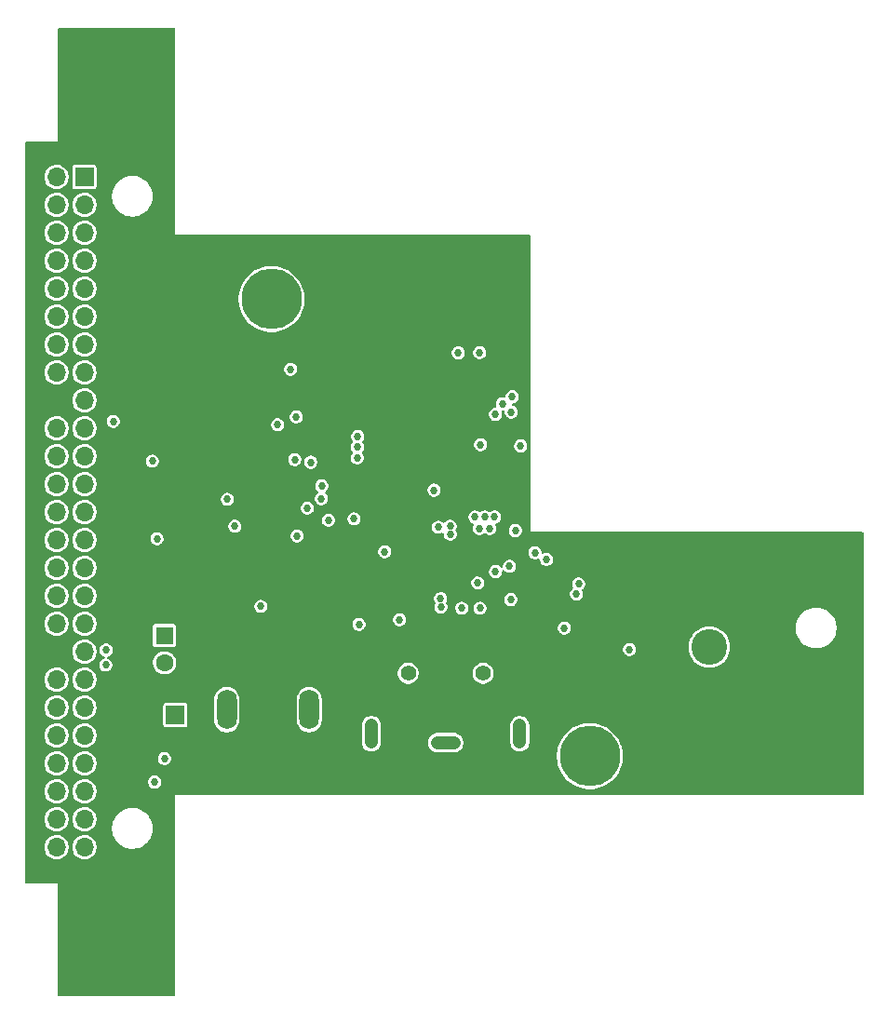
<source format=gbr>
%TF.GenerationSoftware,KiCad,Pcbnew,9.0.1+dfsg-1*%
%TF.CreationDate,2025-04-21T22:05:23+03:00*%
%TF.ProjectId,legacy_av_in,6c656761-6379-45f6-9176-5f696e2e6b69,rev?*%
%TF.SameCoordinates,Original*%
%TF.FileFunction,Copper,L2,Inr*%
%TF.FilePolarity,Positive*%
%FSLAX46Y46*%
G04 Gerber Fmt 4.6, Leading zero omitted, Abs format (unit mm)*
G04 Created by KiCad (PCBNEW 9.0.1+dfsg-1) date 2025-04-21 22:05:23*
%MOMM*%
%LPD*%
G01*
G04 APERTURE LIST*
%TA.AperFunction,ComponentPad*%
%ADD10R,1.700000X1.700000*%
%TD*%
%TA.AperFunction,ComponentPad*%
%ADD11O,1.700000X1.700000*%
%TD*%
%TA.AperFunction,ComponentPad*%
%ADD12C,2.540000*%
%TD*%
%TA.AperFunction,ComponentPad*%
%ADD13C,0.500000*%
%TD*%
%TA.AperFunction,ComponentPad*%
%ADD14C,5.500000*%
%TD*%
%TA.AperFunction,ComponentPad*%
%ADD15R,1.408000X1.408000*%
%TD*%
%TA.AperFunction,ComponentPad*%
%ADD16C,1.408000*%
%TD*%
%TA.AperFunction,ComponentPad*%
%ADD17O,2.730000X1.230000*%
%TD*%
%TA.AperFunction,ComponentPad*%
%ADD18O,1.230000X2.730000*%
%TD*%
%TA.AperFunction,ComponentPad*%
%ADD19O,1.800000X3.600000*%
%TD*%
%TA.AperFunction,ComponentPad*%
%ADD20O,4.200000X2.100000*%
%TD*%
%TA.AperFunction,ComponentPad*%
%ADD21R,1.600000X1.600000*%
%TD*%
%TA.AperFunction,ComponentPad*%
%ADD22C,1.600000*%
%TD*%
%TA.AperFunction,ComponentPad*%
%ADD23C,0.600000*%
%TD*%
%TA.AperFunction,ComponentPad*%
%ADD24C,3.250000*%
%TD*%
%TA.AperFunction,ComponentPad*%
%ADD25C,1.700000*%
%TD*%
%TA.AperFunction,ViaPad*%
%ADD26C,0.686000*%
%TD*%
G04 APERTURE END LIST*
D10*
%TO.N,/ADV_CLKIN*%
%TO.C,J1*%
X48925790Y-27248710D03*
D11*
%TO.N,/PCM_CLKIN*%
X46385790Y-27248710D03*
%TO.N,/ADV_LLC*%
X48925790Y-29788710D03*
%TO.N,unconnected-(J1-Pin_4-Pad4)*%
X46385790Y-29788710D03*
%TO.N,unconnected-(J1-Pin_5-Pad5)*%
X48925790Y-32328710D03*
%TO.N,unconnected-(J1-Pin_6-Pad6)*%
X46385790Y-32328710D03*
%TO.N,unconnected-(J1-Pin_7-Pad7)*%
X48925790Y-34868710D03*
%TO.N,unconnected-(J1-Pin_8-Pad8)*%
X46385790Y-34868710D03*
%TO.N,/ADV_VS*%
X48925790Y-37408710D03*
%TO.N,/ADV_IRQ*%
X46385790Y-37408710D03*
%TO.N,unconnected-(J1-Pin_11-Pad11)*%
X48925790Y-39948710D03*
%TO.N,/ADV_HS*%
X46385790Y-39948710D03*
%TO.N,/ADV_P6*%
X48925790Y-42488710D03*
%TO.N,/ADV_P7*%
X46385790Y-42488710D03*
%TO.N,/ADV_P4*%
X48925790Y-45028710D03*
%TO.N,/ADV_P5*%
X46385790Y-45028710D03*
%TO.N,/DVDD5*%
X48925790Y-47568710D03*
%TO.N,GND*%
X46385790Y-47568710D03*
%TO.N,/ADV_P2*%
X48925790Y-50108710D03*
%TO.N,/ADV_P3*%
X46385790Y-50108710D03*
%TO.N,/ADV_P0*%
X48925790Y-52648710D03*
%TO.N,/ADV_P1*%
X46385790Y-52648710D03*
%TO.N,/I2S_BCK_o*%
X48925790Y-55188710D03*
%TO.N,/I2S_WS_o*%
X46385790Y-55188710D03*
%TO.N,/I2S_DATA_o*%
X48925790Y-57728710D03*
%TO.N,unconnected-(J1-Pin_26-Pad26)*%
X46385790Y-57728710D03*
%TO.N,unconnected-(J1-Pin_27-Pad27)*%
X48925790Y-60268710D03*
%TO.N,unconnected-(J1-Pin_28-Pad28)*%
X46385790Y-60268710D03*
%TO.N,unconnected-(J1-Pin_29-Pad29)*%
X48925790Y-62808710D03*
%TO.N,unconnected-(J1-Pin_30-Pad30)*%
X46385790Y-62808710D03*
%TO.N,unconnected-(J1-Pin_31-Pad31)*%
X48925790Y-65348710D03*
%TO.N,unconnected-(J1-Pin_32-Pad32)*%
X46385790Y-65348710D03*
%TO.N,unconnected-(J1-Pin_33-Pad33)*%
X48925790Y-67888710D03*
%TO.N,unconnected-(J1-Pin_34-Pad34)*%
X46385790Y-67888710D03*
%TO.N,/DVDD3v3*%
X48925790Y-70428710D03*
%TO.N,GND*%
X46385790Y-70428710D03*
%TO.N,unconnected-(J1-Pin_37-Pad37)*%
X48925790Y-72968710D03*
%TO.N,unconnected-(J1-Pin_38-Pad38)*%
X46385790Y-72968710D03*
%TO.N,unconnected-(J1-Pin_39-Pad39)*%
X48925790Y-75508710D03*
%TO.N,unconnected-(J1-Pin_40-Pad40)*%
X46385790Y-75508710D03*
%TO.N,unconnected-(J1-Pin_41-Pad41)*%
X48925790Y-78048710D03*
%TO.N,unconnected-(J1-Pin_42-Pad42)*%
X46385790Y-78048710D03*
%TO.N,unconnected-(J1-Pin_43-Pad43)*%
X48925790Y-80588710D03*
%TO.N,unconnected-(J1-Pin_44-Pad44)*%
X46385790Y-80588710D03*
%TO.N,/I2S_BCK*%
X48925790Y-83128710D03*
%TO.N,/I2S_WS*%
X46385790Y-83128710D03*
%TO.N,/I2S_DATA*%
X48925790Y-85668710D03*
%TO.N,/SPDIF*%
X46385790Y-85668710D03*
%TO.N,/SDA*%
X48925790Y-88208710D03*
%TO.N,/SCL*%
X46385790Y-88208710D03*
%TD*%
D12*
%TO.N,GND*%
%TO.C,ST1*%
X53190000Y-15300000D03*
X48110000Y-15300000D03*
X53190000Y-20740000D03*
X48110000Y-20740000D03*
%TD*%
%TO.N,GND*%
%TO.C,ST2*%
X53190000Y-94720000D03*
X48110000Y-94720000D03*
X53190000Y-100160000D03*
X48110000Y-100160000D03*
%TD*%
D13*
%TO.N,GND*%
%TO.C,U2*%
X91670000Y-64190000D03*
X90720000Y-64190000D03*
X89770000Y-64190000D03*
X91670000Y-65140000D03*
X90720000Y-65140000D03*
X89770000Y-65140000D03*
X91670000Y-66090000D03*
X90720000Y-66090000D03*
X89770000Y-66090000D03*
%TD*%
D14*
%TO.N,N/C*%
%TO.C,MH4*%
X94900000Y-79930000D03*
%TD*%
D15*
%TO.N,GND*%
%TO.C,J4*%
X85190000Y-74890000D03*
D16*
X78390000Y-74890000D03*
%TO.N,/SV_Y*%
X85190000Y-72390000D03*
%TO.N,/SV_C*%
X78390000Y-72390000D03*
D17*
%TO.N,N/C*%
X81790000Y-78690000D03*
D18*
X75040000Y-77890000D03*
X88540000Y-77890000D03*
%TD*%
D19*
%TO.N,/CVBS1*%
%TO.C,J3*%
X61887500Y-75700000D03*
X69387500Y-75700000D03*
D20*
%TO.N,GND*%
X65637500Y-79400000D03*
%TD*%
D21*
%TO.N,Net-(C3-Pad1)*%
%TO.C,C42*%
X56220000Y-68940000D03*
D22*
%TO.N,Net-(J5-Pin_1)*%
X56220000Y-71440000D03*
%TD*%
D23*
%TO.N,GND*%
%TO.C,U1*%
X67100000Y-54277500D03*
X65600000Y-54277500D03*
X64100000Y-54277500D03*
X67100000Y-55777500D03*
X65600000Y-55777500D03*
X64100000Y-55777500D03*
X67100000Y-57277500D03*
X65600000Y-57277500D03*
X64100000Y-57277500D03*
%TD*%
D24*
%TO.N,Net-(D3-TVS2)*%
%TO.C,J2*%
X105780000Y-70000000D03*
%TO.N,GND*%
X110080000Y-74300000D03*
X110080000Y-65700000D03*
X101480000Y-74300000D03*
X101480000Y-65700000D03*
%TD*%
D14*
%TO.N,N/C*%
%TO.C,MH5*%
X65950000Y-38360000D03*
%TD*%
D10*
%TO.N,Net-(J5-Pin_1)*%
%TO.C,J5*%
X57205000Y-76180000D03*
D25*
%TO.N,GND*%
X54665000Y-76180000D03*
%TD*%
D26*
%TO.N,GND*%
X100738408Y-78046427D03*
X60098408Y-78046427D03*
X77878408Y-34866427D03*
X118518408Y-80586427D03*
X93120000Y-73120000D03*
X52478408Y-75506427D03*
X62638408Y-70426427D03*
X88038408Y-39946427D03*
X115978408Y-78046427D03*
X67360000Y-50180000D03*
X70258408Y-37406427D03*
X88038408Y-72966427D03*
X57558408Y-78046427D03*
X85498408Y-37406427D03*
X100738408Y-70426427D03*
X52478408Y-60266427D03*
X72798408Y-47566427D03*
X77878408Y-37406427D03*
X75240000Y-60690000D03*
X86520000Y-67610000D03*
X44858408Y-27246427D03*
X44858408Y-34866427D03*
X80418408Y-72966427D03*
X44858408Y-32326427D03*
X68460000Y-61990000D03*
X72798408Y-34866427D03*
X118518408Y-78046427D03*
X85498408Y-78046427D03*
X84620000Y-56530000D03*
X75338408Y-80586427D03*
X105818408Y-72966427D03*
X75900000Y-51070000D03*
X49938408Y-24706427D03*
X63700000Y-50247000D03*
X118518408Y-72966427D03*
X55018408Y-22166427D03*
X75338408Y-34866427D03*
X44858408Y-83126427D03*
X77878408Y-42486427D03*
X90578408Y-80586427D03*
X67718408Y-34866427D03*
X55018408Y-90746427D03*
X85498408Y-80586427D03*
X62638408Y-39946427D03*
X44858408Y-72966427D03*
X82958408Y-52646427D03*
X113438408Y-65346427D03*
X52478408Y-90746427D03*
X110898408Y-78046427D03*
X103278408Y-80586427D03*
X95658408Y-70426427D03*
X59990000Y-60390000D03*
X59240000Y-57500000D03*
X105818408Y-62806427D03*
X79710000Y-46710000D03*
X93690000Y-69810000D03*
X60098408Y-75506427D03*
X55018408Y-27246427D03*
X85498408Y-39946427D03*
X91160000Y-68900000D03*
X57558408Y-47566427D03*
X108358408Y-70426427D03*
X83930000Y-45280000D03*
X105818408Y-80586427D03*
X65820000Y-62490000D03*
X44858408Y-42486427D03*
X80418408Y-75506427D03*
X89740000Y-60060000D03*
X60098408Y-62806427D03*
X87460000Y-67590000D03*
X113438408Y-72966427D03*
X88038408Y-80586427D03*
X115978408Y-75506427D03*
X44858408Y-70426427D03*
X55018408Y-78046427D03*
X77878408Y-39946427D03*
X55018408Y-45026427D03*
X57558408Y-57726427D03*
X77878408Y-80586427D03*
X44858408Y-80586427D03*
X49938408Y-22166427D03*
X44858408Y-67886427D03*
X98198408Y-78046427D03*
X86680000Y-55430000D03*
X78070000Y-59290000D03*
X80418408Y-37406427D03*
X103278408Y-70426427D03*
X82958408Y-39946427D03*
X82958408Y-37406427D03*
X60098408Y-34866427D03*
X49938408Y-17086427D03*
X115978408Y-65346427D03*
X55018408Y-24706427D03*
X49938408Y-98366427D03*
X57558408Y-62806427D03*
X70258408Y-45026427D03*
X44858408Y-55186427D03*
X62638408Y-34866427D03*
X75338408Y-42486427D03*
X82958408Y-80586427D03*
X118518408Y-62806427D03*
X57558408Y-34866427D03*
X77878408Y-78046427D03*
X85498408Y-70426427D03*
X60098408Y-37406427D03*
X52478408Y-24706427D03*
X55018408Y-62806427D03*
X60098408Y-70426427D03*
X70258408Y-65346427D03*
X118518408Y-70426427D03*
X80418408Y-34866427D03*
X57558408Y-70426427D03*
X75930000Y-52480000D03*
X67718408Y-72966427D03*
X85050000Y-50450000D03*
X55018408Y-32326427D03*
X44858408Y-75506427D03*
X103278408Y-78046427D03*
X85750000Y-62350000D03*
X44858408Y-60266427D03*
X88038408Y-70426427D03*
X108358408Y-67886427D03*
X60098408Y-65346427D03*
X65178408Y-75506427D03*
X108358408Y-78046427D03*
X70258408Y-39946427D03*
X44858408Y-78046427D03*
X65178408Y-34866427D03*
X52478408Y-70426427D03*
X85498408Y-34866427D03*
X52478408Y-62806427D03*
X52478408Y-32326427D03*
X75338408Y-75506427D03*
X118518408Y-65346427D03*
X84450000Y-55690000D03*
X82958408Y-55186427D03*
X47398408Y-24706427D03*
X113438408Y-75506427D03*
X55018408Y-95826427D03*
X44858408Y-45026427D03*
X82958408Y-34866427D03*
X55018408Y-93286427D03*
X55018408Y-19626427D03*
X84430000Y-49480000D03*
X55018408Y-34866427D03*
X72798408Y-42486427D03*
X110898408Y-62806427D03*
X80418408Y-52646427D03*
X81560000Y-43830000D03*
X52478408Y-72966427D03*
X44858408Y-57726427D03*
X55018408Y-98366427D03*
X44858408Y-52646427D03*
X88038408Y-75506427D03*
X72798408Y-39946427D03*
X60098408Y-50106427D03*
X105818408Y-65346427D03*
X113438408Y-80586427D03*
X49938408Y-93286427D03*
X90578408Y-75506427D03*
X115978408Y-62806427D03*
X52478408Y-78046427D03*
X105818408Y-78046427D03*
X118518408Y-67886427D03*
X49938408Y-90746427D03*
X44858408Y-37406427D03*
X110898408Y-80586427D03*
X72798408Y-37406427D03*
X88038408Y-34866427D03*
X49938408Y-95826427D03*
X85150000Y-45400000D03*
X80418408Y-39946427D03*
X113438408Y-62806427D03*
X60098408Y-72966427D03*
X70258408Y-34866427D03*
X75338408Y-65346427D03*
X82958408Y-72966427D03*
X113438408Y-78046427D03*
X44858408Y-85666427D03*
X52478408Y-67886427D03*
X57558408Y-65346427D03*
X100738408Y-80586427D03*
X44858408Y-88206427D03*
X44858408Y-62806427D03*
X47398408Y-90746427D03*
X115978408Y-72966427D03*
X55018408Y-72966427D03*
X75338408Y-39946427D03*
X82958408Y-75506427D03*
X44858408Y-65346427D03*
X88038408Y-37406427D03*
X105818408Y-75506427D03*
X55018408Y-65346427D03*
X80418408Y-80586427D03*
X103278408Y-67886427D03*
X67880000Y-71320000D03*
X44858408Y-47566427D03*
X90578408Y-78046427D03*
X108358408Y-80586427D03*
X75338408Y-37406427D03*
X44858408Y-29786427D03*
X67718408Y-65346427D03*
X113438408Y-70426427D03*
X115978408Y-80586427D03*
X55018408Y-17086427D03*
X96590000Y-60240000D03*
X78030000Y-61420000D03*
X62638408Y-72966427D03*
X118518408Y-75506427D03*
X110898408Y-70426427D03*
X44858408Y-39946427D03*
X52478408Y-42486427D03*
X44858408Y-50106427D03*
X52478408Y-57726427D03*
X49938408Y-19626427D03*
X52478408Y-65346427D03*
%TO.N,/DVDD3v3*%
X82210000Y-59737000D03*
X50910000Y-70260000D03*
X82200000Y-59010000D03*
X50880000Y-71630000D03*
X68070000Y-52940000D03*
X76260000Y-61340000D03*
%TO.N,/DVDD5*%
X82940000Y-43250000D03*
X84880000Y-43230000D03*
X88620000Y-51710000D03*
X84970000Y-51590000D03*
%TO.N,Net-(C3-Pad1)*%
X64980000Y-66310000D03*
%TO.N,/DVDD1v8*%
X87850000Y-47230000D03*
X66500000Y-49780000D03*
X87770000Y-48640000D03*
X86960000Y-47890000D03*
X68280000Y-59890000D03*
X62620000Y-59010000D03*
X61930000Y-56570000D03*
X86310000Y-48840000D03*
%TO.N,/DVDD1v8RF*%
X87730000Y-65680000D03*
X84920000Y-66470000D03*
X83260000Y-66470000D03*
X87610000Y-62650000D03*
%TO.N,/SV_C*%
X77610000Y-67510000D03*
%TO.N,/SDA_F*%
X70500000Y-56510000D03*
X73450000Y-58340000D03*
X56210000Y-80150000D03*
X89911998Y-61420000D03*
X71140000Y-58470000D03*
%TO.N,/SCL_F*%
X70520000Y-55350000D03*
X90960000Y-62030000D03*
X55320000Y-82270000D03*
%TO.N,/ADV_CLKIN*%
X51560000Y-49480000D03*
X55540000Y-60150000D03*
X55110000Y-53100000D03*
%TO.N,/ADV_LLC*%
X67690000Y-44740000D03*
X68200000Y-49080000D03*
%TO.N,/I2S_BCK_o*%
X73770000Y-51810000D03*
%TO.N,/I2S_WS_o*%
X73790000Y-50860000D03*
%TO.N,/I2S_DATA_o*%
X73760000Y-52800000D03*
%TO.N,Net-(U2-ADDR)*%
X93680000Y-65180000D03*
X98510000Y-70220000D03*
%TO.N,/CVBS2*%
X73910000Y-67940000D03*
X86340000Y-63140000D03*
%TO.N,/DVDD3v3RF*%
X85810000Y-59220000D03*
X86250000Y-58180000D03*
X81350000Y-66370000D03*
X84710000Y-64170000D03*
X84860000Y-59220000D03*
X84450000Y-58180000D03*
X92590000Y-68270000D03*
X81340000Y-65600000D03*
X85330000Y-58170000D03*
%TO.N,Net-(U1-~PWRDWN)*%
X80730000Y-55730000D03*
X69530000Y-53190000D03*
%TO.N,Net-(U1-~RESET)*%
X81130000Y-59110000D03*
X69210000Y-57370000D03*
%TO.N,Net-(U2-RSTB)*%
X88140000Y-59410000D03*
X93880000Y-64260000D03*
%TD*%
%TA.AperFunction,Conductor*%
%TO.N,GND*%
G36*
X57156621Y-13715502D02*
G01*
X57203114Y-13769158D01*
X57214500Y-13821500D01*
X57214500Y-32490563D01*
X57229436Y-32505499D01*
X57229438Y-32505500D01*
X89398500Y-32505500D01*
X89466621Y-32525502D01*
X89513114Y-32579158D01*
X89524500Y-32631500D01*
X89524500Y-59510563D01*
X89539436Y-59525499D01*
X89539438Y-59525500D01*
X119688500Y-59525500D01*
X119756621Y-59545502D01*
X119803114Y-59599158D01*
X119814500Y-59651500D01*
X119814500Y-83348500D01*
X119794498Y-83416621D01*
X119740842Y-83463114D01*
X119688500Y-83474500D01*
X57229436Y-83474500D01*
X57214500Y-83489436D01*
X57214500Y-101598500D01*
X57194498Y-101666621D01*
X57140842Y-101713114D01*
X57088500Y-101724500D01*
X46651500Y-101724500D01*
X46583379Y-101704498D01*
X46536886Y-101650842D01*
X46525500Y-101598500D01*
X46525500Y-91489438D01*
X46525499Y-91489436D01*
X46510563Y-91474500D01*
X46510562Y-91474500D01*
X43651500Y-91474500D01*
X43583379Y-91454498D01*
X43536886Y-91400842D01*
X43525500Y-91348500D01*
X43525500Y-88122099D01*
X45285290Y-88122099D01*
X45285290Y-88295321D01*
X45312388Y-88466411D01*
X45365917Y-88631155D01*
X45365918Y-88631158D01*
X45365920Y-88631162D01*
X45444558Y-88785498D01*
X45546377Y-88925640D01*
X45668859Y-89048122D01*
X45668862Y-89048124D01*
X45809002Y-89149942D01*
X45963345Y-89228583D01*
X46128089Y-89282112D01*
X46299179Y-89309210D01*
X46299182Y-89309210D01*
X46472398Y-89309210D01*
X46472401Y-89309210D01*
X46643491Y-89282112D01*
X46808235Y-89228583D01*
X46962578Y-89149942D01*
X47102718Y-89048124D01*
X47225204Y-88925638D01*
X47327022Y-88785498D01*
X47405663Y-88631155D01*
X47459192Y-88466411D01*
X47486290Y-88295321D01*
X47486290Y-88122099D01*
X47825290Y-88122099D01*
X47825290Y-88295321D01*
X47852388Y-88466411D01*
X47905917Y-88631155D01*
X47905918Y-88631158D01*
X47905920Y-88631162D01*
X47984558Y-88785498D01*
X48086377Y-88925640D01*
X48208859Y-89048122D01*
X48208862Y-89048124D01*
X48349002Y-89149942D01*
X48503345Y-89228583D01*
X48668089Y-89282112D01*
X48839179Y-89309210D01*
X48839182Y-89309210D01*
X49012398Y-89309210D01*
X49012401Y-89309210D01*
X49183491Y-89282112D01*
X49348235Y-89228583D01*
X49502578Y-89149942D01*
X49642718Y-89048124D01*
X49765204Y-88925638D01*
X49867022Y-88785498D01*
X49945663Y-88631155D01*
X49999192Y-88466411D01*
X50026290Y-88295321D01*
X50026290Y-88122099D01*
X49999192Y-87951009D01*
X49945663Y-87786265D01*
X49867022Y-87631922D01*
X49765204Y-87491782D01*
X49765202Y-87491779D01*
X49642720Y-87369297D01*
X49502578Y-87267478D01*
X49348242Y-87188840D01*
X49348238Y-87188838D01*
X49348235Y-87188837D01*
X49183491Y-87135308D01*
X49012401Y-87108210D01*
X48839179Y-87108210D01*
X48668089Y-87135308D01*
X48668086Y-87135308D01*
X48668085Y-87135309D01*
X48589043Y-87160991D01*
X48503345Y-87188837D01*
X48503343Y-87188837D01*
X48503337Y-87188840D01*
X48349001Y-87267478D01*
X48208859Y-87369297D01*
X48086377Y-87491779D01*
X47984558Y-87631921D01*
X47905920Y-87786257D01*
X47905917Y-87786263D01*
X47905917Y-87786265D01*
X47852388Y-87951009D01*
X47825290Y-88122099D01*
X47486290Y-88122099D01*
X47459192Y-87951009D01*
X47405663Y-87786265D01*
X47327022Y-87631922D01*
X47225204Y-87491782D01*
X47225202Y-87491779D01*
X47102720Y-87369297D01*
X46962578Y-87267478D01*
X46808242Y-87188840D01*
X46808238Y-87188838D01*
X46808235Y-87188837D01*
X46643491Y-87135308D01*
X46472401Y-87108210D01*
X46299179Y-87108210D01*
X46128089Y-87135308D01*
X46128086Y-87135308D01*
X46128085Y-87135309D01*
X46049043Y-87160991D01*
X45963345Y-87188837D01*
X45963343Y-87188837D01*
X45963337Y-87188840D01*
X45809001Y-87267478D01*
X45668859Y-87369297D01*
X45546377Y-87491779D01*
X45444558Y-87631921D01*
X45365920Y-87786257D01*
X45365917Y-87786263D01*
X45365917Y-87786265D01*
X45312388Y-87951009D01*
X45285290Y-88122099D01*
X43525500Y-88122099D01*
X43525500Y-85582099D01*
X45285290Y-85582099D01*
X45285290Y-85755321D01*
X45312388Y-85926411D01*
X45365917Y-86091155D01*
X45365918Y-86091158D01*
X45365920Y-86091162D01*
X45444558Y-86245498D01*
X45546377Y-86385640D01*
X45668859Y-86508122D01*
X45668862Y-86508124D01*
X45809002Y-86609942D01*
X45963345Y-86688583D01*
X46128089Y-86742112D01*
X46299179Y-86769210D01*
X46299182Y-86769210D01*
X46472398Y-86769210D01*
X46472401Y-86769210D01*
X46643491Y-86742112D01*
X46808235Y-86688583D01*
X46962578Y-86609942D01*
X47102718Y-86508124D01*
X47225204Y-86385638D01*
X47327022Y-86245498D01*
X47405663Y-86091155D01*
X47459192Y-85926411D01*
X47486290Y-85755321D01*
X47486290Y-85582099D01*
X47825290Y-85582099D01*
X47825290Y-85755321D01*
X47852388Y-85926411D01*
X47905917Y-86091155D01*
X47905918Y-86091158D01*
X47905920Y-86091162D01*
X47984558Y-86245498D01*
X48086377Y-86385640D01*
X48208859Y-86508122D01*
X48208862Y-86508124D01*
X48349002Y-86609942D01*
X48503345Y-86688583D01*
X48668089Y-86742112D01*
X48839179Y-86769210D01*
X48839182Y-86769210D01*
X49012398Y-86769210D01*
X49012401Y-86769210D01*
X49183491Y-86742112D01*
X49348235Y-86688583D01*
X49502578Y-86609942D01*
X49642718Y-86508124D01*
X49765204Y-86385638D01*
X49770238Y-86378709D01*
X51449500Y-86378709D01*
X51449500Y-86621290D01*
X51481160Y-86861782D01*
X51543944Y-87096095D01*
X51543945Y-87096097D01*
X51543946Y-87096100D01*
X51636776Y-87320212D01*
X51636777Y-87320213D01*
X51636782Y-87320224D01*
X51758061Y-87530285D01*
X51758063Y-87530288D01*
X51758064Y-87530289D01*
X51905735Y-87722738D01*
X51905739Y-87722742D01*
X51905744Y-87722748D01*
X52077251Y-87894255D01*
X52077256Y-87894259D01*
X52077262Y-87894265D01*
X52269711Y-88041936D01*
X52269714Y-88041938D01*
X52479775Y-88163217D01*
X52479779Y-88163218D01*
X52479788Y-88163224D01*
X52703900Y-88256054D01*
X52938211Y-88318838D01*
X52938215Y-88318838D01*
X52938217Y-88318839D01*
X53000202Y-88326999D01*
X53178712Y-88350500D01*
X53178719Y-88350500D01*
X53421281Y-88350500D01*
X53421288Y-88350500D01*
X53638637Y-88321885D01*
X53661782Y-88318839D01*
X53661782Y-88318838D01*
X53661789Y-88318838D01*
X53896100Y-88256054D01*
X54120212Y-88163224D01*
X54330289Y-88041936D01*
X54522738Y-87894265D01*
X54694265Y-87722738D01*
X54841936Y-87530289D01*
X54963224Y-87320212D01*
X55056054Y-87096100D01*
X55118838Y-86861789D01*
X55150500Y-86621288D01*
X55150500Y-86378712D01*
X55118838Y-86138211D01*
X55056054Y-85903900D01*
X54963224Y-85679788D01*
X54963218Y-85679779D01*
X54963217Y-85679775D01*
X54841938Y-85469714D01*
X54796889Y-85411005D01*
X54694265Y-85277262D01*
X54694259Y-85277256D01*
X54694255Y-85277251D01*
X54522748Y-85105744D01*
X54522742Y-85105739D01*
X54522738Y-85105735D01*
X54330289Y-84958064D01*
X54330288Y-84958063D01*
X54330285Y-84958061D01*
X54120224Y-84836782D01*
X54120216Y-84836778D01*
X54120212Y-84836776D01*
X53896100Y-84743946D01*
X53896097Y-84743945D01*
X53896095Y-84743944D01*
X53661782Y-84681160D01*
X53421290Y-84649500D01*
X53421288Y-84649500D01*
X53178712Y-84649500D01*
X53178709Y-84649500D01*
X52938217Y-84681160D01*
X52703904Y-84743944D01*
X52703900Y-84743946D01*
X52497847Y-84829296D01*
X52479786Y-84836777D01*
X52479775Y-84836782D01*
X52269714Y-84958061D01*
X52077262Y-85105735D01*
X52077251Y-85105744D01*
X51905744Y-85277251D01*
X51905735Y-85277262D01*
X51758061Y-85469714D01*
X51636782Y-85679775D01*
X51636777Y-85679786D01*
X51543946Y-85903900D01*
X51543944Y-85903904D01*
X51481160Y-86138217D01*
X51449500Y-86378709D01*
X49770238Y-86378709D01*
X49867022Y-86245498D01*
X49945663Y-86091155D01*
X49999192Y-85926411D01*
X50026290Y-85755321D01*
X50026290Y-85582099D01*
X49999192Y-85411009D01*
X49945663Y-85246265D01*
X49867022Y-85091922D01*
X49765204Y-84951782D01*
X49765202Y-84951779D01*
X49642720Y-84829297D01*
X49502578Y-84727478D01*
X49348242Y-84648840D01*
X49348238Y-84648838D01*
X49348235Y-84648837D01*
X49183491Y-84595308D01*
X49012401Y-84568210D01*
X48839179Y-84568210D01*
X48668089Y-84595308D01*
X48668086Y-84595308D01*
X48668085Y-84595309D01*
X48589043Y-84620991D01*
X48503345Y-84648837D01*
X48503343Y-84648837D01*
X48503337Y-84648840D01*
X48349001Y-84727478D01*
X48208859Y-84829297D01*
X48086377Y-84951779D01*
X47984558Y-85091921D01*
X47905920Y-85246257D01*
X47905917Y-85246263D01*
X47905917Y-85246265D01*
X47852388Y-85411009D01*
X47825290Y-85582099D01*
X47486290Y-85582099D01*
X47459192Y-85411009D01*
X47405663Y-85246265D01*
X47327022Y-85091922D01*
X47225204Y-84951782D01*
X47225202Y-84951779D01*
X47102720Y-84829297D01*
X46962578Y-84727478D01*
X46808242Y-84648840D01*
X46808238Y-84648838D01*
X46808235Y-84648837D01*
X46643491Y-84595308D01*
X46472401Y-84568210D01*
X46299179Y-84568210D01*
X46128089Y-84595308D01*
X46128086Y-84595308D01*
X46128085Y-84595309D01*
X46049043Y-84620991D01*
X45963345Y-84648837D01*
X45963343Y-84648837D01*
X45963337Y-84648840D01*
X45809001Y-84727478D01*
X45668859Y-84829297D01*
X45546377Y-84951779D01*
X45444558Y-85091921D01*
X45365920Y-85246257D01*
X45365917Y-85246263D01*
X45365917Y-85246265D01*
X45312388Y-85411009D01*
X45285290Y-85582099D01*
X43525500Y-85582099D01*
X43525500Y-83042099D01*
X45285290Y-83042099D01*
X45285290Y-83215321D01*
X45312388Y-83386411D01*
X45365917Y-83551155D01*
X45365918Y-83551158D01*
X45365920Y-83551162D01*
X45444558Y-83705498D01*
X45546377Y-83845640D01*
X45668859Y-83968122D01*
X45668862Y-83968124D01*
X45809002Y-84069942D01*
X45963345Y-84148583D01*
X46128089Y-84202112D01*
X46299179Y-84229210D01*
X46299182Y-84229210D01*
X46472398Y-84229210D01*
X46472401Y-84229210D01*
X46643491Y-84202112D01*
X46808235Y-84148583D01*
X46962578Y-84069942D01*
X47102718Y-83968124D01*
X47225204Y-83845638D01*
X47327022Y-83705498D01*
X47405663Y-83551155D01*
X47459192Y-83386411D01*
X47486290Y-83215321D01*
X47486290Y-83042099D01*
X47825290Y-83042099D01*
X47825290Y-83215321D01*
X47852388Y-83386411D01*
X47905917Y-83551155D01*
X47905918Y-83551158D01*
X47905920Y-83551162D01*
X47984558Y-83705498D01*
X48086377Y-83845640D01*
X48208859Y-83968122D01*
X48208862Y-83968124D01*
X48349002Y-84069942D01*
X48503345Y-84148583D01*
X48668089Y-84202112D01*
X48839179Y-84229210D01*
X48839182Y-84229210D01*
X49012398Y-84229210D01*
X49012401Y-84229210D01*
X49183491Y-84202112D01*
X49348235Y-84148583D01*
X49502578Y-84069942D01*
X49642718Y-83968124D01*
X49765204Y-83845638D01*
X49867022Y-83705498D01*
X49945663Y-83551155D01*
X49999192Y-83386411D01*
X50026290Y-83215321D01*
X50026290Y-83042099D01*
X49999192Y-82871009D01*
X49945663Y-82706265D01*
X49867022Y-82551922D01*
X49765204Y-82411782D01*
X49765202Y-82411779D01*
X49701557Y-82348134D01*
X54726499Y-82348134D01*
X54766945Y-82499079D01*
X54766948Y-82499086D01*
X54845079Y-82634413D01*
X54845087Y-82634423D01*
X54955576Y-82744912D01*
X54955581Y-82744916D01*
X54955583Y-82744918D01*
X55090918Y-82823054D01*
X55241864Y-82863500D01*
X55241866Y-82863500D01*
X55398134Y-82863500D01*
X55398136Y-82863500D01*
X55549082Y-82823054D01*
X55684417Y-82744918D01*
X55794918Y-82634417D01*
X55873054Y-82499082D01*
X55913500Y-82348136D01*
X55913500Y-82191864D01*
X55873054Y-82040918D01*
X55794918Y-81905583D01*
X55794916Y-81905581D01*
X55794912Y-81905576D01*
X55684423Y-81795087D01*
X55684413Y-81795079D01*
X55549086Y-81716948D01*
X55549083Y-81716947D01*
X55549082Y-81716946D01*
X55549080Y-81716945D01*
X55549079Y-81716945D01*
X55508633Y-81706107D01*
X55398136Y-81676500D01*
X55241864Y-81676500D01*
X55160974Y-81698174D01*
X55090920Y-81716945D01*
X55090913Y-81716948D01*
X54955586Y-81795079D01*
X54955576Y-81795087D01*
X54845087Y-81905576D01*
X54845079Y-81905586D01*
X54766948Y-82040913D01*
X54766946Y-82040918D01*
X54732138Y-82170825D01*
X54726500Y-82191865D01*
X54726500Y-82348134D01*
X54726499Y-82348134D01*
X49701557Y-82348134D01*
X49642724Y-82289301D01*
X49642720Y-82289298D01*
X49642718Y-82289296D01*
X49502578Y-82187478D01*
X49348242Y-82108840D01*
X49348238Y-82108838D01*
X49348235Y-82108837D01*
X49183491Y-82055308D01*
X49012401Y-82028210D01*
X48839179Y-82028210D01*
X48668089Y-82055308D01*
X48668086Y-82055308D01*
X48668085Y-82055309D01*
X48589043Y-82080991D01*
X48503345Y-82108837D01*
X48503343Y-82108837D01*
X48503337Y-82108840D01*
X48349001Y-82187478D01*
X48208859Y-82289297D01*
X48086377Y-82411779D01*
X47984558Y-82551921D01*
X47905920Y-82706257D01*
X47905917Y-82706263D01*
X47905917Y-82706265D01*
X47905851Y-82706469D01*
X47869685Y-82817776D01*
X47852388Y-82871009D01*
X47825290Y-83042099D01*
X47486290Y-83042099D01*
X47459192Y-82871009D01*
X47405663Y-82706265D01*
X47327022Y-82551922D01*
X47225204Y-82411782D01*
X47225202Y-82411779D01*
X47102720Y-82289297D01*
X46962578Y-82187478D01*
X46808242Y-82108840D01*
X46808238Y-82108838D01*
X46808235Y-82108837D01*
X46643491Y-82055308D01*
X46472401Y-82028210D01*
X46299179Y-82028210D01*
X46128089Y-82055308D01*
X46128086Y-82055308D01*
X46128085Y-82055309D01*
X46049043Y-82080991D01*
X45963345Y-82108837D01*
X45963343Y-82108837D01*
X45963337Y-82108840D01*
X45809001Y-82187478D01*
X45668859Y-82289297D01*
X45546377Y-82411779D01*
X45444558Y-82551921D01*
X45365920Y-82706257D01*
X45365917Y-82706263D01*
X45365917Y-82706265D01*
X45365851Y-82706469D01*
X45329685Y-82817776D01*
X45312388Y-82871009D01*
X45285290Y-83042099D01*
X43525500Y-83042099D01*
X43525500Y-80502099D01*
X45285290Y-80502099D01*
X45285290Y-80675321D01*
X45312388Y-80846411D01*
X45365917Y-81011155D01*
X45365918Y-81011158D01*
X45365920Y-81011162D01*
X45444558Y-81165498D01*
X45546377Y-81305640D01*
X45668859Y-81428122D01*
X45668862Y-81428124D01*
X45809002Y-81529942D01*
X45963345Y-81608583D01*
X46128089Y-81662112D01*
X46299179Y-81689210D01*
X46299182Y-81689210D01*
X46472398Y-81689210D01*
X46472401Y-81689210D01*
X46643491Y-81662112D01*
X46808235Y-81608583D01*
X46962578Y-81529942D01*
X47102718Y-81428124D01*
X47225204Y-81305638D01*
X47327022Y-81165498D01*
X47405663Y-81011155D01*
X47459192Y-80846411D01*
X47486290Y-80675321D01*
X47486290Y-80502099D01*
X47825290Y-80502099D01*
X47825290Y-80675321D01*
X47852388Y-80846411D01*
X47905917Y-81011155D01*
X47905918Y-81011158D01*
X47905920Y-81011162D01*
X47984558Y-81165498D01*
X48086377Y-81305640D01*
X48208859Y-81428122D01*
X48208862Y-81428124D01*
X48349002Y-81529942D01*
X48503345Y-81608583D01*
X48668089Y-81662112D01*
X48839179Y-81689210D01*
X48839182Y-81689210D01*
X49012398Y-81689210D01*
X49012401Y-81689210D01*
X49183491Y-81662112D01*
X49348235Y-81608583D01*
X49502578Y-81529942D01*
X49642718Y-81428124D01*
X49765204Y-81305638D01*
X49867022Y-81165498D01*
X49945663Y-81011155D01*
X49999192Y-80846411D01*
X50026290Y-80675321D01*
X50026290Y-80502099D01*
X49999192Y-80331009D01*
X49965766Y-80228134D01*
X55616499Y-80228134D01*
X55656945Y-80379079D01*
X55656948Y-80379086D01*
X55735079Y-80514413D01*
X55735087Y-80514423D01*
X55845576Y-80624912D01*
X55845581Y-80624916D01*
X55845583Y-80624918D01*
X55980918Y-80703054D01*
X56131864Y-80743500D01*
X56131866Y-80743500D01*
X56288134Y-80743500D01*
X56288136Y-80743500D01*
X56439082Y-80703054D01*
X56574417Y-80624918D01*
X56684918Y-80514417D01*
X56763054Y-80379082D01*
X56803500Y-80228136D01*
X56803500Y-80071864D01*
X56763054Y-79920918D01*
X56734685Y-79871782D01*
X56705345Y-79820963D01*
X56705344Y-79820962D01*
X56684918Y-79785583D01*
X56684912Y-79785576D01*
X56660830Y-79761494D01*
X91899500Y-79761494D01*
X91899500Y-80098505D01*
X91937233Y-80433398D01*
X91955727Y-80514423D01*
X92012224Y-80761954D01*
X92012226Y-80761960D01*
X92012225Y-80761960D01*
X92123524Y-81080033D01*
X92123535Y-81080060D01*
X92269751Y-81383681D01*
X92269756Y-81383690D01*
X92449051Y-81669036D01*
X92659177Y-81932526D01*
X92897473Y-82170822D01*
X93160963Y-82380948D01*
X93433065Y-82551921D01*
X93446314Y-82560246D01*
X93749949Y-82706469D01*
X93749965Y-82706474D01*
X93749966Y-82706475D01*
X94068039Y-82817774D01*
X94068042Y-82817774D01*
X94068046Y-82817776D01*
X94268378Y-82863500D01*
X94396601Y-82892766D01*
X94396602Y-82892766D01*
X94396606Y-82892767D01*
X94617492Y-82917654D01*
X94731494Y-82930500D01*
X94731496Y-82930500D01*
X95068506Y-82930500D01*
X95165925Y-82919523D01*
X95403394Y-82892767D01*
X95731954Y-82817776D01*
X96050051Y-82706469D01*
X96353686Y-82560246D01*
X96639039Y-82380946D01*
X96902523Y-82170825D01*
X97140825Y-81932523D01*
X97350946Y-81669039D01*
X97530246Y-81383686D01*
X97676469Y-81080051D01*
X97787776Y-80761954D01*
X97862767Y-80433394D01*
X97900500Y-80098504D01*
X97900500Y-79761496D01*
X97899125Y-79749296D01*
X97881960Y-79596946D01*
X97862767Y-79426606D01*
X97787776Y-79098046D01*
X97777466Y-79068583D01*
X97676475Y-78779966D01*
X97676474Y-78779965D01*
X97676469Y-78779949D01*
X97530246Y-78476314D01*
X97527009Y-78471162D01*
X97350948Y-78190963D01*
X97140822Y-77927473D01*
X96902526Y-77689177D01*
X96639036Y-77479051D01*
X96353690Y-77299756D01*
X96353681Y-77299751D01*
X96050060Y-77153535D01*
X96050055Y-77153533D01*
X96050051Y-77153531D01*
X96050045Y-77153528D01*
X96050033Y-77153524D01*
X95731960Y-77042225D01*
X95403398Y-76967233D01*
X95068506Y-76929500D01*
X95068504Y-76929500D01*
X94731496Y-76929500D01*
X94731494Y-76929500D01*
X94396601Y-76967233D01*
X94068039Y-77042225D01*
X93749966Y-77153524D01*
X93749939Y-77153535D01*
X93446318Y-77299751D01*
X93446309Y-77299756D01*
X93160963Y-77479051D01*
X92897473Y-77689177D01*
X92659177Y-77927473D01*
X92449051Y-78190963D01*
X92269756Y-78476309D01*
X92269751Y-78476318D01*
X92123535Y-78779939D01*
X92123524Y-78779966D01*
X92012225Y-79098039D01*
X91937233Y-79426601D01*
X91899500Y-79761494D01*
X56660830Y-79761494D01*
X56574423Y-79675087D01*
X56574413Y-79675079D01*
X56439086Y-79596948D01*
X56439083Y-79596947D01*
X56439082Y-79596946D01*
X56439080Y-79596945D01*
X56439079Y-79596945D01*
X56398633Y-79586107D01*
X56288136Y-79556500D01*
X56131864Y-79556500D01*
X56050974Y-79578174D01*
X55980920Y-79596945D01*
X55980913Y-79596948D01*
X55845586Y-79675079D01*
X55845576Y-79675087D01*
X55735087Y-79785576D01*
X55735079Y-79785586D01*
X55656948Y-79920913D01*
X55656945Y-79920920D01*
X55616500Y-80071865D01*
X55616500Y-80228134D01*
X55616499Y-80228134D01*
X49965766Y-80228134D01*
X49945663Y-80166265D01*
X49867022Y-80011922D01*
X49765204Y-79871782D01*
X49765202Y-79871779D01*
X49642720Y-79749297D01*
X49502578Y-79647478D01*
X49348242Y-79568840D01*
X49348238Y-79568838D01*
X49348235Y-79568837D01*
X49183491Y-79515308D01*
X49012401Y-79488210D01*
X48839179Y-79488210D01*
X48668089Y-79515308D01*
X48668086Y-79515308D01*
X48668085Y-79515309D01*
X48589043Y-79540991D01*
X48503345Y-79568837D01*
X48503343Y-79568837D01*
X48503337Y-79568840D01*
X48349001Y-79647478D01*
X48208859Y-79749297D01*
X48086377Y-79871779D01*
X47984558Y-80011921D01*
X47905920Y-80166257D01*
X47905917Y-80166263D01*
X47905917Y-80166265D01*
X47852388Y-80331009D01*
X47825290Y-80502099D01*
X47486290Y-80502099D01*
X47459192Y-80331009D01*
X47405663Y-80166265D01*
X47327022Y-80011922D01*
X47225204Y-79871782D01*
X47225202Y-79871779D01*
X47102720Y-79749297D01*
X46962578Y-79647478D01*
X46808242Y-79568840D01*
X46808238Y-79568838D01*
X46808235Y-79568837D01*
X46643491Y-79515308D01*
X46472401Y-79488210D01*
X46299179Y-79488210D01*
X46128089Y-79515308D01*
X46128086Y-79515308D01*
X46128085Y-79515309D01*
X46049043Y-79540991D01*
X45963345Y-79568837D01*
X45963343Y-79568837D01*
X45963337Y-79568840D01*
X45809001Y-79647478D01*
X45668859Y-79749297D01*
X45546377Y-79871779D01*
X45444558Y-80011921D01*
X45365920Y-80166257D01*
X45365917Y-80166263D01*
X45365917Y-80166265D01*
X45312388Y-80331009D01*
X45285290Y-80502099D01*
X43525500Y-80502099D01*
X43525500Y-77962099D01*
X45285290Y-77962099D01*
X45285290Y-78135321D01*
X45312388Y-78306411D01*
X45365917Y-78471155D01*
X45365918Y-78471158D01*
X45365920Y-78471162D01*
X45444558Y-78625498D01*
X45546377Y-78765640D01*
X45668859Y-78888122D01*
X45668862Y-78888124D01*
X45809002Y-78989942D01*
X45963345Y-79068583D01*
X46128089Y-79122112D01*
X46299179Y-79149210D01*
X46299182Y-79149210D01*
X46472398Y-79149210D01*
X46472401Y-79149210D01*
X46643491Y-79122112D01*
X46808235Y-79068583D01*
X46962578Y-78989942D01*
X47102718Y-78888124D01*
X47225204Y-78765638D01*
X47327022Y-78625498D01*
X47405663Y-78471155D01*
X47459192Y-78306411D01*
X47486290Y-78135321D01*
X47486290Y-77962099D01*
X47825290Y-77962099D01*
X47825290Y-78135321D01*
X47852388Y-78306411D01*
X47905917Y-78471155D01*
X47905918Y-78471158D01*
X47905920Y-78471162D01*
X47984558Y-78625498D01*
X48086377Y-78765640D01*
X48208859Y-78888122D01*
X48208862Y-78888124D01*
X48349002Y-78989942D01*
X48503345Y-79068583D01*
X48668089Y-79122112D01*
X48839179Y-79149210D01*
X48839182Y-79149210D01*
X49012398Y-79149210D01*
X49012401Y-79149210D01*
X49183491Y-79122112D01*
X49348235Y-79068583D01*
X49502578Y-78989942D01*
X49642718Y-78888124D01*
X49765204Y-78765638D01*
X49867022Y-78625498D01*
X49945663Y-78471155D01*
X49999192Y-78306411D01*
X50026290Y-78135321D01*
X50026290Y-77962099D01*
X49999192Y-77791009D01*
X49945663Y-77626265D01*
X49867022Y-77471922D01*
X49765204Y-77331782D01*
X49765202Y-77331779D01*
X49642720Y-77209297D01*
X49502578Y-77107478D01*
X49348242Y-77028840D01*
X49348238Y-77028838D01*
X49348235Y-77028837D01*
X49183491Y-76975308D01*
X49012401Y-76948210D01*
X48839179Y-76948210D01*
X48668089Y-76975308D01*
X48668086Y-76975308D01*
X48668085Y-76975309D01*
X48589043Y-77000991D01*
X48503345Y-77028837D01*
X48503343Y-77028837D01*
X48503337Y-77028840D01*
X48349001Y-77107478D01*
X48208859Y-77209297D01*
X48086377Y-77331779D01*
X47984558Y-77471921D01*
X47905920Y-77626257D01*
X47905917Y-77626263D01*
X47905917Y-77626265D01*
X47852388Y-77791009D01*
X47825290Y-77962099D01*
X47486290Y-77962099D01*
X47459192Y-77791009D01*
X47405663Y-77626265D01*
X47327022Y-77471922D01*
X47225204Y-77331782D01*
X47225202Y-77331779D01*
X47102720Y-77209297D01*
X46962578Y-77107478D01*
X46808242Y-77028840D01*
X46808238Y-77028838D01*
X46808235Y-77028837D01*
X46643491Y-76975308D01*
X46472401Y-76948210D01*
X46299179Y-76948210D01*
X46128089Y-76975308D01*
X46128086Y-76975308D01*
X46128085Y-76975309D01*
X46049043Y-77000991D01*
X45963345Y-77028837D01*
X45963343Y-77028837D01*
X45963337Y-77028840D01*
X45809001Y-77107478D01*
X45668859Y-77209297D01*
X45546377Y-77331779D01*
X45444558Y-77471921D01*
X45365920Y-77626257D01*
X45365917Y-77626263D01*
X45365917Y-77626265D01*
X45312388Y-77791009D01*
X45285290Y-77962099D01*
X43525500Y-77962099D01*
X43525500Y-75422099D01*
X45285290Y-75422099D01*
X45285290Y-75595321D01*
X45312388Y-75766411D01*
X45365917Y-75931155D01*
X45365918Y-75931158D01*
X45365920Y-75931162D01*
X45444558Y-76085498D01*
X45546377Y-76225640D01*
X45668859Y-76348122D01*
X45668862Y-76348124D01*
X45809002Y-76449942D01*
X45963345Y-76528583D01*
X46128089Y-76582112D01*
X46299179Y-76609210D01*
X46299182Y-76609210D01*
X46472398Y-76609210D01*
X46472401Y-76609210D01*
X46643491Y-76582112D01*
X46808235Y-76528583D01*
X46962578Y-76449942D01*
X47102718Y-76348124D01*
X47225204Y-76225638D01*
X47327022Y-76085498D01*
X47405663Y-75931155D01*
X47459192Y-75766411D01*
X47486290Y-75595321D01*
X47486290Y-75422099D01*
X47825290Y-75422099D01*
X47825290Y-75595321D01*
X47852388Y-75766411D01*
X47905917Y-75931155D01*
X47905918Y-75931158D01*
X47905920Y-75931162D01*
X47984558Y-76085498D01*
X48086377Y-76225640D01*
X48208859Y-76348122D01*
X48208862Y-76348124D01*
X48349002Y-76449942D01*
X48503345Y-76528583D01*
X48668089Y-76582112D01*
X48839179Y-76609210D01*
X48839182Y-76609210D01*
X49012398Y-76609210D01*
X49012401Y-76609210D01*
X49183491Y-76582112D01*
X49348235Y-76528583D01*
X49502578Y-76449942D01*
X49642718Y-76348124D01*
X49765204Y-76225638D01*
X49867022Y-76085498D01*
X49945663Y-75931155D01*
X49999192Y-75766411D01*
X50026290Y-75595321D01*
X50026290Y-75422099D01*
X50007794Y-75305322D01*
X56104500Y-75305322D01*
X56104500Y-77054677D01*
X56119033Y-77127739D01*
X56119034Y-77127740D01*
X56174399Y-77210601D01*
X56257260Y-77265966D01*
X56330326Y-77280500D01*
X58079674Y-77280500D01*
X58152740Y-77265966D01*
X58235601Y-77210601D01*
X58290966Y-77127740D01*
X58305500Y-77054674D01*
X58305500Y-75305326D01*
X58290966Y-75232260D01*
X58235601Y-75149399D01*
X58152740Y-75094034D01*
X58152739Y-75094033D01*
X58079677Y-75079500D01*
X58079674Y-75079500D01*
X56330326Y-75079500D01*
X56330322Y-75079500D01*
X56257260Y-75094033D01*
X56174399Y-75149399D01*
X56119033Y-75232260D01*
X56104500Y-75305322D01*
X50007794Y-75305322D01*
X49999192Y-75251009D01*
X49945663Y-75086265D01*
X49867022Y-74931922D01*
X49765204Y-74791782D01*
X49765202Y-74791779D01*
X49682877Y-74709454D01*
X60737000Y-74709454D01*
X60737000Y-76690546D01*
X60765329Y-76869409D01*
X60765330Y-76869412D01*
X60790932Y-76948210D01*
X60821289Y-77041639D01*
X60903504Y-77202994D01*
X60903506Y-77202997D01*
X60908083Y-77209297D01*
X61009947Y-77349501D01*
X61009949Y-77349503D01*
X61009951Y-77349506D01*
X61137993Y-77477548D01*
X61137996Y-77477550D01*
X61137999Y-77477553D01*
X61284506Y-77583996D01*
X61445861Y-77666211D01*
X61618091Y-77722171D01*
X61796954Y-77750500D01*
X61796957Y-77750500D01*
X61978043Y-77750500D01*
X61978046Y-77750500D01*
X62156909Y-77722171D01*
X62329139Y-77666211D01*
X62490494Y-77583996D01*
X62637001Y-77477553D01*
X62765053Y-77349501D01*
X62871496Y-77202994D01*
X62953711Y-77041639D01*
X63009671Y-76869409D01*
X63038000Y-76690546D01*
X63038000Y-74709454D01*
X68237000Y-74709454D01*
X68237000Y-76690546D01*
X68265329Y-76869409D01*
X68265330Y-76869412D01*
X68290932Y-76948210D01*
X68321289Y-77041639D01*
X68403504Y-77202994D01*
X68403506Y-77202997D01*
X68408083Y-77209297D01*
X68509947Y-77349501D01*
X68509949Y-77349503D01*
X68509951Y-77349506D01*
X68637993Y-77477548D01*
X68637996Y-77477550D01*
X68637999Y-77477553D01*
X68784506Y-77583996D01*
X68945861Y-77666211D01*
X69118091Y-77722171D01*
X69296954Y-77750500D01*
X69296957Y-77750500D01*
X69478043Y-77750500D01*
X69478046Y-77750500D01*
X69656909Y-77722171D01*
X69829139Y-77666211D01*
X69990494Y-77583996D01*
X70137001Y-77477553D01*
X70265053Y-77349501D01*
X70371496Y-77202994D01*
X70447031Y-77054750D01*
X74174500Y-77054750D01*
X74174500Y-78725249D01*
X74207761Y-78892463D01*
X74273001Y-79049963D01*
X74273003Y-79049967D01*
X74306409Y-79099963D01*
X74367722Y-79191724D01*
X74488276Y-79312278D01*
X74563107Y-79362278D01*
X74630032Y-79406996D01*
X74630036Y-79406998D01*
X74787536Y-79472238D01*
X74787540Y-79472238D01*
X74787543Y-79472240D01*
X74914371Y-79497467D01*
X74954750Y-79505499D01*
X74954753Y-79505499D01*
X74954756Y-79505500D01*
X74954757Y-79505500D01*
X75125243Y-79505500D01*
X75125244Y-79505500D01*
X75292457Y-79472240D01*
X75292460Y-79472238D01*
X75292463Y-79472238D01*
X75449963Y-79406998D01*
X75449962Y-79406998D01*
X75449968Y-79406996D01*
X75591724Y-79312278D01*
X75712278Y-79191724D01*
X75806996Y-79049968D01*
X75872240Y-78892457D01*
X75905500Y-78725244D01*
X75905500Y-78604750D01*
X80174500Y-78604750D01*
X80174500Y-78775249D01*
X80207761Y-78942463D01*
X80273001Y-79099963D01*
X80273003Y-79099967D01*
X80273004Y-79099968D01*
X80367722Y-79241724D01*
X80488276Y-79362278D01*
X80584543Y-79426601D01*
X80630032Y-79456996D01*
X80630036Y-79456998D01*
X80787536Y-79522238D01*
X80787540Y-79522238D01*
X80787543Y-79522240D01*
X80914371Y-79547467D01*
X80954750Y-79555499D01*
X80954753Y-79555499D01*
X80954756Y-79555500D01*
X80954757Y-79555500D01*
X82625243Y-79555500D01*
X82625244Y-79555500D01*
X82792457Y-79522240D01*
X82792460Y-79522238D01*
X82792463Y-79522238D01*
X82949963Y-79456998D01*
X82949962Y-79456998D01*
X82949968Y-79456996D01*
X83091724Y-79362278D01*
X83212278Y-79241724D01*
X83306996Y-79099968D01*
X83352571Y-78989942D01*
X83372238Y-78942463D01*
X83372238Y-78942460D01*
X83372240Y-78942457D01*
X83405500Y-78775244D01*
X83405500Y-78604756D01*
X83372240Y-78437543D01*
X83372238Y-78437540D01*
X83372238Y-78437536D01*
X83306998Y-78280036D01*
X83306996Y-78280032D01*
X83247482Y-78190963D01*
X83212278Y-78138276D01*
X83091724Y-78017722D01*
X83019888Y-77969723D01*
X82949967Y-77923003D01*
X82949963Y-77923001D01*
X82792463Y-77857761D01*
X82625249Y-77824500D01*
X82625244Y-77824500D01*
X80954756Y-77824500D01*
X80954750Y-77824500D01*
X80787536Y-77857761D01*
X80630036Y-77923001D01*
X80630032Y-77923003D01*
X80488280Y-78017719D01*
X80488273Y-78017724D01*
X80367724Y-78138273D01*
X80367719Y-78138280D01*
X80273003Y-78280032D01*
X80273001Y-78280036D01*
X80207761Y-78437536D01*
X80174500Y-78604750D01*
X75905500Y-78604750D01*
X75905500Y-77054756D01*
X75905499Y-77054750D01*
X87674500Y-77054750D01*
X87674500Y-78725249D01*
X87707761Y-78892463D01*
X87773001Y-79049963D01*
X87773003Y-79049967D01*
X87806409Y-79099963D01*
X87867722Y-79191724D01*
X87988276Y-79312278D01*
X88063107Y-79362278D01*
X88130032Y-79406996D01*
X88130036Y-79406998D01*
X88287536Y-79472238D01*
X88287540Y-79472238D01*
X88287543Y-79472240D01*
X88414371Y-79497467D01*
X88454750Y-79505499D01*
X88454753Y-79505499D01*
X88454756Y-79505500D01*
X88454757Y-79505500D01*
X88625243Y-79505500D01*
X88625244Y-79505500D01*
X88792457Y-79472240D01*
X88792460Y-79472238D01*
X88792463Y-79472238D01*
X88949963Y-79406998D01*
X88949962Y-79406998D01*
X88949968Y-79406996D01*
X89091724Y-79312278D01*
X89212278Y-79191724D01*
X89306996Y-79049968D01*
X89372240Y-78892457D01*
X89405500Y-78725244D01*
X89405500Y-77054756D01*
X89403007Y-77042225D01*
X89384307Y-76948210D01*
X89372240Y-76887543D01*
X89372238Y-76887540D01*
X89372238Y-76887536D01*
X89306998Y-76730036D01*
X89306996Y-76730032D01*
X89280610Y-76690542D01*
X89212278Y-76588276D01*
X89091724Y-76467722D01*
X88949968Y-76373004D01*
X88949969Y-76373004D01*
X88949967Y-76373003D01*
X88949963Y-76373001D01*
X88792463Y-76307761D01*
X88625249Y-76274500D01*
X88625244Y-76274500D01*
X88454756Y-76274500D01*
X88454750Y-76274500D01*
X88287536Y-76307761D01*
X88130036Y-76373001D01*
X88130032Y-76373003D01*
X87988280Y-76467719D01*
X87988273Y-76467724D01*
X87867724Y-76588273D01*
X87867719Y-76588280D01*
X87773003Y-76730032D01*
X87773001Y-76730036D01*
X87707761Y-76887536D01*
X87674500Y-77054750D01*
X75905499Y-77054750D01*
X75903007Y-77042225D01*
X75884307Y-76948210D01*
X75872240Y-76887543D01*
X75872238Y-76887540D01*
X75872238Y-76887536D01*
X75806998Y-76730036D01*
X75806996Y-76730032D01*
X75780610Y-76690542D01*
X75712278Y-76588276D01*
X75591724Y-76467722D01*
X75449968Y-76373004D01*
X75449969Y-76373004D01*
X75449967Y-76373003D01*
X75449963Y-76373001D01*
X75292463Y-76307761D01*
X75125249Y-76274500D01*
X75125244Y-76274500D01*
X74954756Y-76274500D01*
X74954750Y-76274500D01*
X74787536Y-76307761D01*
X74630036Y-76373001D01*
X74630032Y-76373003D01*
X74488280Y-76467719D01*
X74488273Y-76467724D01*
X74367724Y-76588273D01*
X74367719Y-76588280D01*
X74273003Y-76730032D01*
X74273001Y-76730036D01*
X74207761Y-76887536D01*
X74174500Y-77054750D01*
X70447031Y-77054750D01*
X70453711Y-77041639D01*
X70509671Y-76869409D01*
X70538000Y-76690546D01*
X70538000Y-74709454D01*
X70509671Y-74530591D01*
X70453711Y-74358361D01*
X70371496Y-74197006D01*
X70265053Y-74050499D01*
X70265050Y-74050496D01*
X70265048Y-74050493D01*
X70137006Y-73922451D01*
X70137003Y-73922449D01*
X70137001Y-73922447D01*
X69990494Y-73816004D01*
X69829139Y-73733789D01*
X69829136Y-73733788D01*
X69829134Y-73733787D01*
X69656912Y-73677830D01*
X69656909Y-73677829D01*
X69478046Y-73649500D01*
X69296954Y-73649500D01*
X69118091Y-73677829D01*
X69118088Y-73677829D01*
X69118087Y-73677830D01*
X68945865Y-73733787D01*
X68945859Y-73733790D01*
X68784502Y-73816006D01*
X68637996Y-73922449D01*
X68637993Y-73922451D01*
X68509951Y-74050493D01*
X68509949Y-74050496D01*
X68403506Y-74197002D01*
X68321290Y-74358359D01*
X68321287Y-74358365D01*
X68296287Y-74435309D01*
X68265329Y-74530591D01*
X68237000Y-74709454D01*
X63038000Y-74709454D01*
X63009671Y-74530591D01*
X62953711Y-74358361D01*
X62871496Y-74197006D01*
X62765053Y-74050499D01*
X62765050Y-74050496D01*
X62765048Y-74050493D01*
X62637006Y-73922451D01*
X62637003Y-73922449D01*
X62637001Y-73922447D01*
X62490494Y-73816004D01*
X62329139Y-73733789D01*
X62329136Y-73733788D01*
X62329134Y-73733787D01*
X62156912Y-73677830D01*
X62156909Y-73677829D01*
X61978046Y-73649500D01*
X61796954Y-73649500D01*
X61618091Y-73677829D01*
X61618088Y-73677829D01*
X61618087Y-73677830D01*
X61445865Y-73733787D01*
X61445859Y-73733790D01*
X61284502Y-73816006D01*
X61137996Y-73922449D01*
X61137993Y-73922451D01*
X61009951Y-74050493D01*
X61009949Y-74050496D01*
X60903506Y-74197002D01*
X60821290Y-74358359D01*
X60821287Y-74358365D01*
X60796287Y-74435309D01*
X60765329Y-74530591D01*
X60737000Y-74709454D01*
X49682877Y-74709454D01*
X49642720Y-74669297D01*
X49502578Y-74567478D01*
X49348242Y-74488840D01*
X49348238Y-74488838D01*
X49348235Y-74488837D01*
X49183491Y-74435308D01*
X49012401Y-74408210D01*
X48839179Y-74408210D01*
X48668089Y-74435308D01*
X48668086Y-74435308D01*
X48668085Y-74435309D01*
X48589043Y-74460991D01*
X48503345Y-74488837D01*
X48503343Y-74488837D01*
X48503337Y-74488840D01*
X48349001Y-74567478D01*
X48208859Y-74669297D01*
X48086377Y-74791779D01*
X47984558Y-74931921D01*
X47905920Y-75086257D01*
X47905917Y-75086263D01*
X47905917Y-75086265D01*
X47852388Y-75251009D01*
X47825290Y-75422099D01*
X47486290Y-75422099D01*
X47459192Y-75251009D01*
X47405663Y-75086265D01*
X47327022Y-74931922D01*
X47225204Y-74791782D01*
X47225202Y-74791779D01*
X47102720Y-74669297D01*
X46962578Y-74567478D01*
X46808242Y-74488840D01*
X46808238Y-74488838D01*
X46808235Y-74488837D01*
X46643491Y-74435308D01*
X46472401Y-74408210D01*
X46299179Y-74408210D01*
X46128089Y-74435308D01*
X46128086Y-74435308D01*
X46128085Y-74435309D01*
X46049043Y-74460991D01*
X45963345Y-74488837D01*
X45963343Y-74488837D01*
X45963337Y-74488840D01*
X45809001Y-74567478D01*
X45668859Y-74669297D01*
X45546377Y-74791779D01*
X45444558Y-74931921D01*
X45365920Y-75086257D01*
X45365917Y-75086263D01*
X45365917Y-75086265D01*
X45312388Y-75251009D01*
X45285290Y-75422099D01*
X43525500Y-75422099D01*
X43525500Y-72882099D01*
X45285290Y-72882099D01*
X45285290Y-73055321D01*
X45312388Y-73226411D01*
X45365917Y-73391155D01*
X45365918Y-73391158D01*
X45365920Y-73391162D01*
X45444558Y-73545498D01*
X45546377Y-73685640D01*
X45668859Y-73808122D01*
X45724420Y-73848489D01*
X45809002Y-73909942D01*
X45963345Y-73988583D01*
X46128089Y-74042112D01*
X46299179Y-74069210D01*
X46299182Y-74069210D01*
X46472398Y-74069210D01*
X46472401Y-74069210D01*
X46643491Y-74042112D01*
X46808235Y-73988583D01*
X46962578Y-73909942D01*
X47102718Y-73808124D01*
X47225204Y-73685638D01*
X47327022Y-73545498D01*
X47405663Y-73391155D01*
X47459192Y-73226411D01*
X47486290Y-73055321D01*
X47486290Y-72882099D01*
X47825290Y-72882099D01*
X47825290Y-73055321D01*
X47852388Y-73226411D01*
X47905917Y-73391155D01*
X47905918Y-73391158D01*
X47905920Y-73391162D01*
X47984558Y-73545498D01*
X48086377Y-73685640D01*
X48208859Y-73808122D01*
X48264420Y-73848489D01*
X48349002Y-73909942D01*
X48503345Y-73988583D01*
X48668089Y-74042112D01*
X48839179Y-74069210D01*
X48839182Y-74069210D01*
X49012398Y-74069210D01*
X49012401Y-74069210D01*
X49183491Y-74042112D01*
X49348235Y-73988583D01*
X49502578Y-73909942D01*
X49642718Y-73808124D01*
X49765204Y-73685638D01*
X49867022Y-73545498D01*
X49945663Y-73391155D01*
X49999192Y-73226411D01*
X50026290Y-73055321D01*
X50026290Y-72882099D01*
X49999192Y-72711009D01*
X49945663Y-72546265D01*
X49867022Y-72391922D01*
X49768252Y-72255977D01*
X49765202Y-72251779D01*
X49642720Y-72129297D01*
X49502578Y-72027478D01*
X49348242Y-71948840D01*
X49348238Y-71948838D01*
X49348235Y-71948837D01*
X49183491Y-71895308D01*
X49012401Y-71868210D01*
X48839179Y-71868210D01*
X48668089Y-71895308D01*
X48668086Y-71895308D01*
X48668085Y-71895309D01*
X48589043Y-71920991D01*
X48503345Y-71948837D01*
X48503343Y-71948837D01*
X48503337Y-71948840D01*
X48349001Y-72027478D01*
X48208859Y-72129297D01*
X48086377Y-72251779D01*
X47984558Y-72391921D01*
X47905920Y-72546257D01*
X47905917Y-72546263D01*
X47905917Y-72546265D01*
X47852388Y-72711009D01*
X47825290Y-72882099D01*
X47486290Y-72882099D01*
X47459192Y-72711009D01*
X47405663Y-72546265D01*
X47327022Y-72391922D01*
X47228252Y-72255977D01*
X47225202Y-72251779D01*
X47102720Y-72129297D01*
X46962578Y-72027478D01*
X46808242Y-71948840D01*
X46808238Y-71948838D01*
X46808235Y-71948837D01*
X46643491Y-71895308D01*
X46472401Y-71868210D01*
X46299179Y-71868210D01*
X46128089Y-71895308D01*
X46128086Y-71895308D01*
X46128085Y-71895309D01*
X46049043Y-71920991D01*
X45963345Y-71948837D01*
X45963343Y-71948837D01*
X45963337Y-71948840D01*
X45809001Y-72027478D01*
X45668859Y-72129297D01*
X45546377Y-72251779D01*
X45444558Y-72391921D01*
X45365920Y-72546257D01*
X45365917Y-72546263D01*
X45365917Y-72546265D01*
X45312388Y-72711009D01*
X45285290Y-72882099D01*
X43525500Y-72882099D01*
X43525500Y-71708134D01*
X50286499Y-71708134D01*
X50326945Y-71859079D01*
X50326948Y-71859086D01*
X50405079Y-71994413D01*
X50405087Y-71994423D01*
X50515576Y-72104912D01*
X50515581Y-72104916D01*
X50515583Y-72104918D01*
X50515584Y-72104919D01*
X50515586Y-72104920D01*
X50610711Y-72159840D01*
X50650918Y-72183054D01*
X50801864Y-72223500D01*
X50801866Y-72223500D01*
X50958134Y-72223500D01*
X50958136Y-72223500D01*
X51109082Y-72183054D01*
X51244417Y-72104918D01*
X51354918Y-71994417D01*
X51433054Y-71859082D01*
X51473500Y-71708136D01*
X51473500Y-71551864D01*
X51433054Y-71400918D01*
X51395881Y-71336532D01*
X55169500Y-71336532D01*
X55169500Y-71543467D01*
X55197791Y-71685694D01*
X55209870Y-71746420D01*
X55289059Y-71937598D01*
X55404023Y-72109655D01*
X55404024Y-72109656D01*
X55404029Y-72109662D01*
X55550337Y-72255970D01*
X55550343Y-72255975D01*
X55550345Y-72255977D01*
X55722402Y-72370941D01*
X55913580Y-72450130D01*
X56116535Y-72490500D01*
X56116536Y-72490500D01*
X56323464Y-72490500D01*
X56323465Y-72490500D01*
X56526420Y-72450130D01*
X56717598Y-72370941D01*
X56829775Y-72295987D01*
X77435500Y-72295987D01*
X77435500Y-72484012D01*
X77472181Y-72668417D01*
X77544133Y-72842125D01*
X77570843Y-72882099D01*
X77648591Y-72998457D01*
X77648596Y-72998463D01*
X77781536Y-73131403D01*
X77781542Y-73131408D01*
X77937875Y-73235867D01*
X78111583Y-73307819D01*
X78295990Y-73344500D01*
X78295991Y-73344500D01*
X78484009Y-73344500D01*
X78484010Y-73344500D01*
X78668417Y-73307819D01*
X78842125Y-73235867D01*
X78998458Y-73131408D01*
X79131408Y-72998458D01*
X79235867Y-72842125D01*
X79307819Y-72668417D01*
X79344500Y-72484010D01*
X79344500Y-72295990D01*
X79344499Y-72295987D01*
X84235500Y-72295987D01*
X84235500Y-72484012D01*
X84272181Y-72668417D01*
X84344133Y-72842125D01*
X84370843Y-72882099D01*
X84448591Y-72998457D01*
X84448596Y-72998463D01*
X84581536Y-73131403D01*
X84581542Y-73131408D01*
X84737875Y-73235867D01*
X84911583Y-73307819D01*
X85095990Y-73344500D01*
X85095991Y-73344500D01*
X85284009Y-73344500D01*
X85284010Y-73344500D01*
X85468417Y-73307819D01*
X85642125Y-73235867D01*
X85798458Y-73131408D01*
X85931408Y-72998458D01*
X86035867Y-72842125D01*
X86107819Y-72668417D01*
X86144500Y-72484010D01*
X86144500Y-72295990D01*
X86107819Y-72111583D01*
X86035867Y-71937875D01*
X85931408Y-71781542D01*
X85931403Y-71781536D01*
X85798463Y-71648596D01*
X85798457Y-71648591D01*
X85746583Y-71613930D01*
X85642125Y-71544133D01*
X85468417Y-71472181D01*
X85284012Y-71435500D01*
X85284010Y-71435500D01*
X85095990Y-71435500D01*
X85095987Y-71435500D01*
X84911582Y-71472181D01*
X84911577Y-71472183D01*
X84737875Y-71544133D01*
X84581542Y-71648591D01*
X84581536Y-71648596D01*
X84448596Y-71781536D01*
X84448591Y-71781542D01*
X84344133Y-71937875D01*
X84272183Y-72111577D01*
X84272181Y-72111582D01*
X84235500Y-72295987D01*
X79344499Y-72295987D01*
X79307819Y-72111583D01*
X79235867Y-71937875D01*
X79131408Y-71781542D01*
X79131403Y-71781536D01*
X78998463Y-71648596D01*
X78998457Y-71648591D01*
X78946583Y-71613930D01*
X78842125Y-71544133D01*
X78668417Y-71472181D01*
X78484012Y-71435500D01*
X78484010Y-71435500D01*
X78295990Y-71435500D01*
X78295987Y-71435500D01*
X78111582Y-71472181D01*
X78111577Y-71472183D01*
X77937875Y-71544133D01*
X77781542Y-71648591D01*
X77781536Y-71648596D01*
X77648596Y-71781536D01*
X77648591Y-71781542D01*
X77544133Y-71937875D01*
X77472183Y-72111577D01*
X77472181Y-72111582D01*
X77435500Y-72295987D01*
X56829775Y-72295987D01*
X56889655Y-72255977D01*
X56893853Y-72251779D01*
X56944928Y-72200705D01*
X57035970Y-72109662D01*
X57035977Y-72109655D01*
X57150941Y-71937598D01*
X57230130Y-71746420D01*
X57270500Y-71543465D01*
X57270500Y-71336535D01*
X57230130Y-71133580D01*
X57150941Y-70942402D01*
X57035977Y-70770345D01*
X57035975Y-70770343D01*
X57035970Y-70770337D01*
X56889662Y-70624029D01*
X56889656Y-70624024D01*
X56859917Y-70604153D01*
X56717598Y-70509059D01*
X56526420Y-70429870D01*
X56323467Y-70389500D01*
X56323465Y-70389500D01*
X56116535Y-70389500D01*
X56116532Y-70389500D01*
X55913579Y-70429870D01*
X55913574Y-70429872D01*
X55722402Y-70509059D01*
X55550343Y-70624024D01*
X55550337Y-70624029D01*
X55404029Y-70770337D01*
X55404024Y-70770343D01*
X55289059Y-70942402D01*
X55209872Y-71133574D01*
X55209870Y-71133579D01*
X55169500Y-71336532D01*
X51395881Y-71336532D01*
X51354918Y-71265583D01*
X51354916Y-71265581D01*
X51354912Y-71265576D01*
X51244423Y-71155087D01*
X51244413Y-71155079D01*
X51109086Y-71076948D01*
X51109084Y-71076947D01*
X51109082Y-71076946D01*
X51085863Y-71070724D01*
X51025244Y-71033774D01*
X50994222Y-70969913D01*
X51002651Y-70899419D01*
X51047854Y-70844672D01*
X51085861Y-70827314D01*
X51139082Y-70813054D01*
X51274417Y-70734918D01*
X51384918Y-70624417D01*
X51463054Y-70489082D01*
X51503500Y-70338136D01*
X51503500Y-70298134D01*
X97916499Y-70298134D01*
X97956945Y-70449079D01*
X97956948Y-70449086D01*
X98035079Y-70584413D01*
X98035087Y-70584423D01*
X98145576Y-70694912D01*
X98145581Y-70694916D01*
X98145583Y-70694918D01*
X98280918Y-70773054D01*
X98431864Y-70813500D01*
X98431866Y-70813500D01*
X98588134Y-70813500D01*
X98588136Y-70813500D01*
X98739082Y-70773054D01*
X98874417Y-70694918D01*
X98984918Y-70584417D01*
X99063054Y-70449082D01*
X99103500Y-70298136D01*
X99103500Y-70141864D01*
X99063054Y-69990918D01*
X99008008Y-69895576D01*
X98997324Y-69877070D01*
X103904500Y-69877070D01*
X103904500Y-70122929D01*
X103936589Y-70366669D01*
X103936590Y-70366675D01*
X103936591Y-70366677D01*
X104000222Y-70604153D01*
X104094306Y-70831292D01*
X104094307Y-70831293D01*
X104094312Y-70831304D01*
X104217230Y-71044204D01*
X104217234Y-71044210D01*
X104366894Y-71239250D01*
X104366913Y-71239271D01*
X104540728Y-71413086D01*
X104540738Y-71413095D01*
X104540744Y-71413101D01*
X104540747Y-71413103D01*
X104540749Y-71413105D01*
X104735789Y-71562765D01*
X104735795Y-71562769D01*
X104948695Y-71685687D01*
X104948699Y-71685688D01*
X104948708Y-71685694D01*
X105175847Y-71779778D01*
X105413323Y-71843409D01*
X105413329Y-71843409D01*
X105413330Y-71843410D01*
X105441294Y-71847091D01*
X105657073Y-71875500D01*
X105657080Y-71875500D01*
X105902920Y-71875500D01*
X105902927Y-71875500D01*
X106146677Y-71843409D01*
X106384153Y-71779778D01*
X106611292Y-71685694D01*
X106824208Y-71562767D01*
X107019256Y-71413101D01*
X107193101Y-71239256D01*
X107342767Y-71044208D01*
X107465694Y-70831292D01*
X107559778Y-70604153D01*
X107623409Y-70366677D01*
X107655500Y-70122927D01*
X107655500Y-69877073D01*
X107623409Y-69633323D01*
X107559778Y-69395847D01*
X107465694Y-69168708D01*
X107465688Y-69168699D01*
X107465687Y-69168695D01*
X107342769Y-68955795D01*
X107342765Y-68955789D01*
X107193105Y-68760749D01*
X107193103Y-68760747D01*
X107193101Y-68760744D01*
X107193095Y-68760738D01*
X107193086Y-68760728D01*
X107019271Y-68586913D01*
X107019250Y-68586894D01*
X106824210Y-68437234D01*
X106824204Y-68437230D01*
X106611304Y-68314312D01*
X106611296Y-68314308D01*
X106611292Y-68314306D01*
X106384153Y-68220222D01*
X106146677Y-68156591D01*
X106146675Y-68156590D01*
X106146669Y-68156589D01*
X106086814Y-68148709D01*
X113649500Y-68148709D01*
X113649500Y-68391290D01*
X113681160Y-68631782D01*
X113743944Y-68866095D01*
X113743945Y-68866097D01*
X113743946Y-68866100D01*
X113836776Y-69090212D01*
X113836777Y-69090213D01*
X113836782Y-69090224D01*
X113958061Y-69300285D01*
X113958063Y-69300288D01*
X113958064Y-69300289D01*
X114105735Y-69492738D01*
X114105739Y-69492742D01*
X114105744Y-69492748D01*
X114277251Y-69664255D01*
X114277256Y-69664259D01*
X114277262Y-69664265D01*
X114434721Y-69785087D01*
X114469714Y-69811938D01*
X114679775Y-69933217D01*
X114679779Y-69933218D01*
X114679788Y-69933224D01*
X114903900Y-70026054D01*
X115138211Y-70088838D01*
X115138215Y-70088838D01*
X115138217Y-70088839D01*
X115200202Y-70096999D01*
X115378712Y-70120500D01*
X115378719Y-70120500D01*
X115621281Y-70120500D01*
X115621288Y-70120500D01*
X115838637Y-70091885D01*
X115861782Y-70088839D01*
X115861782Y-70088838D01*
X115861789Y-70088838D01*
X116096100Y-70026054D01*
X116320212Y-69933224D01*
X116530289Y-69811936D01*
X116722738Y-69664265D01*
X116894265Y-69492738D01*
X117041936Y-69300289D01*
X117163224Y-69090212D01*
X117256054Y-68866100D01*
X117318838Y-68631789D01*
X117350500Y-68391288D01*
X117350500Y-68148712D01*
X117318838Y-67908211D01*
X117256054Y-67673900D01*
X117163224Y-67449788D01*
X117163218Y-67449779D01*
X117163217Y-67449775D01*
X117041938Y-67239714D01*
X116969709Y-67145583D01*
X116894265Y-67047262D01*
X116894259Y-67047256D01*
X116894255Y-67047251D01*
X116722748Y-66875744D01*
X116722742Y-66875739D01*
X116722738Y-66875735D01*
X116530289Y-66728064D01*
X116530288Y-66728063D01*
X116530285Y-66728061D01*
X116320224Y-66606782D01*
X116320216Y-66606778D01*
X116320212Y-66606776D01*
X116096100Y-66513946D01*
X116096097Y-66513945D01*
X116096095Y-66513944D01*
X115861782Y-66451160D01*
X115621290Y-66419500D01*
X115621288Y-66419500D01*
X115378712Y-66419500D01*
X115378709Y-66419500D01*
X115138217Y-66451160D01*
X114903904Y-66513944D01*
X114903900Y-66513946D01*
X114698354Y-66599086D01*
X114679786Y-66606777D01*
X114679775Y-66606782D01*
X114469714Y-66728061D01*
X114277262Y-66875735D01*
X114277251Y-66875744D01*
X114105744Y-67047251D01*
X114105735Y-67047262D01*
X113958061Y-67239714D01*
X113836782Y-67449775D01*
X113836777Y-67449786D01*
X113743946Y-67673900D01*
X113743944Y-67673904D01*
X113681160Y-67908217D01*
X113649500Y-68148709D01*
X106086814Y-68148709D01*
X105902929Y-68124500D01*
X105902927Y-68124500D01*
X105657073Y-68124500D01*
X105657070Y-68124500D01*
X105413330Y-68156589D01*
X105175847Y-68220222D01*
X104956299Y-68311162D01*
X104948706Y-68314307D01*
X104948695Y-68314312D01*
X104735795Y-68437230D01*
X104735789Y-68437234D01*
X104540749Y-68586894D01*
X104540728Y-68586913D01*
X104366913Y-68760728D01*
X104366894Y-68760749D01*
X104217234Y-68955789D01*
X104217230Y-68955795D01*
X104094312Y-69168695D01*
X104094307Y-69168706D01*
X104000222Y-69395847D01*
X103936589Y-69633330D01*
X103904500Y-69877070D01*
X98997324Y-69877070D01*
X98984920Y-69855586D01*
X98984912Y-69855576D01*
X98874423Y-69745087D01*
X98874413Y-69745079D01*
X98739086Y-69666948D01*
X98739083Y-69666947D01*
X98739082Y-69666946D01*
X98739080Y-69666945D01*
X98739079Y-69666945D01*
X98698633Y-69656107D01*
X98588136Y-69626500D01*
X98431864Y-69626500D01*
X98350974Y-69648174D01*
X98280920Y-69666945D01*
X98280913Y-69666948D01*
X98145586Y-69745079D01*
X98145576Y-69745087D01*
X98035087Y-69855576D01*
X98035079Y-69855586D01*
X97956948Y-69990913D01*
X97956945Y-69990920D01*
X97947531Y-70026054D01*
X97922225Y-70120500D01*
X97916500Y-70141865D01*
X97916500Y-70298134D01*
X97916499Y-70298134D01*
X51503500Y-70298134D01*
X51503500Y-70181864D01*
X51463054Y-70030918D01*
X51384918Y-69895583D01*
X51384916Y-69895581D01*
X51384912Y-69895576D01*
X51274423Y-69785087D01*
X51274413Y-69785079D01*
X51139086Y-69706948D01*
X51139083Y-69706947D01*
X51139082Y-69706946D01*
X51139080Y-69706945D01*
X51139079Y-69706945D01*
X51098633Y-69696107D01*
X50988136Y-69666500D01*
X50831864Y-69666500D01*
X50750974Y-69688174D01*
X50680920Y-69706945D01*
X50680913Y-69706948D01*
X50545586Y-69785079D01*
X50545576Y-69785087D01*
X50435087Y-69895576D01*
X50435079Y-69895586D01*
X50356948Y-70030913D01*
X50356946Y-70030918D01*
X50316501Y-70181863D01*
X50316500Y-70181865D01*
X50316500Y-70338134D01*
X50316499Y-70338134D01*
X50356945Y-70489079D01*
X50356948Y-70489086D01*
X50435079Y-70624413D01*
X50435087Y-70624423D01*
X50545576Y-70734912D01*
X50545581Y-70734916D01*
X50545583Y-70734918D01*
X50545584Y-70734919D01*
X50545586Y-70734920D01*
X50606944Y-70770345D01*
X50680918Y-70813054D01*
X50704131Y-70819274D01*
X50764753Y-70856223D01*
X50795776Y-70920083D01*
X50787349Y-70990578D01*
X50742147Y-71045326D01*
X50704134Y-71062686D01*
X50650924Y-71076944D01*
X50650919Y-71076945D01*
X50650918Y-71076946D01*
X50650917Y-71076946D01*
X50650913Y-71076948D01*
X50515586Y-71155079D01*
X50515576Y-71155087D01*
X50405087Y-71265576D01*
X50405079Y-71265586D01*
X50326948Y-71400913D01*
X50326945Y-71400920D01*
X50286500Y-71551865D01*
X50286500Y-71708134D01*
X50286499Y-71708134D01*
X43525500Y-71708134D01*
X43525500Y-70342099D01*
X47825290Y-70342099D01*
X47825290Y-70515321D01*
X47852388Y-70686411D01*
X47905917Y-70851155D01*
X47905918Y-70851158D01*
X47905920Y-70851162D01*
X47984558Y-71005498D01*
X48086377Y-71145640D01*
X48208859Y-71268122D01*
X48208862Y-71268124D01*
X48349002Y-71369942D01*
X48503345Y-71448583D01*
X48668089Y-71502112D01*
X48839179Y-71529210D01*
X48839182Y-71529210D01*
X49012398Y-71529210D01*
X49012401Y-71529210D01*
X49183491Y-71502112D01*
X49348235Y-71448583D01*
X49502578Y-71369942D01*
X49642718Y-71268124D01*
X49765204Y-71145638D01*
X49867022Y-71005498D01*
X49945663Y-70851155D01*
X49999192Y-70686411D01*
X50026290Y-70515321D01*
X50026290Y-70342099D01*
X49999192Y-70171009D01*
X49945663Y-70006265D01*
X49867022Y-69851922D01*
X49765204Y-69711782D01*
X49765202Y-69711779D01*
X49642720Y-69589297D01*
X49502578Y-69487478D01*
X49348242Y-69408840D01*
X49348238Y-69408838D01*
X49348235Y-69408837D01*
X49183491Y-69355308D01*
X49012401Y-69328210D01*
X48839179Y-69328210D01*
X48668089Y-69355308D01*
X48668086Y-69355308D01*
X48668085Y-69355309D01*
X48589043Y-69380991D01*
X48503345Y-69408837D01*
X48503343Y-69408837D01*
X48503337Y-69408840D01*
X48349001Y-69487478D01*
X48208859Y-69589297D01*
X48086377Y-69711779D01*
X47984558Y-69851921D01*
X47905920Y-70006257D01*
X47905917Y-70006263D01*
X47905917Y-70006265D01*
X47897907Y-70030918D01*
X47861858Y-70141865D01*
X47852388Y-70171009D01*
X47825290Y-70342099D01*
X43525500Y-70342099D01*
X43525500Y-67802099D01*
X45285290Y-67802099D01*
X45285290Y-67975321D01*
X45312388Y-68146411D01*
X45365917Y-68311155D01*
X45365918Y-68311158D01*
X45365920Y-68311162D01*
X45444558Y-68465498D01*
X45546377Y-68605640D01*
X45668859Y-68728122D01*
X45713737Y-68760728D01*
X45809002Y-68829942D01*
X45963345Y-68908583D01*
X46128089Y-68962112D01*
X46299179Y-68989210D01*
X46299182Y-68989210D01*
X46472398Y-68989210D01*
X46472401Y-68989210D01*
X46643491Y-68962112D01*
X46808235Y-68908583D01*
X46962578Y-68829942D01*
X47102718Y-68728124D01*
X47225204Y-68605638D01*
X47327022Y-68465498D01*
X47405663Y-68311155D01*
X47459192Y-68146411D01*
X47486290Y-67975321D01*
X47486290Y-67802099D01*
X47825290Y-67802099D01*
X47825290Y-67975321D01*
X47852388Y-68146411D01*
X47905917Y-68311155D01*
X47905918Y-68311158D01*
X47905920Y-68311162D01*
X47984558Y-68465498D01*
X48086377Y-68605640D01*
X48208859Y-68728122D01*
X48253737Y-68760728D01*
X48349002Y-68829942D01*
X48503345Y-68908583D01*
X48668089Y-68962112D01*
X48839179Y-68989210D01*
X48839182Y-68989210D01*
X49012398Y-68989210D01*
X49012401Y-68989210D01*
X49183491Y-68962112D01*
X49348235Y-68908583D01*
X49502578Y-68829942D01*
X49642718Y-68728124D01*
X49765204Y-68605638D01*
X49867022Y-68465498D01*
X49945663Y-68311155D01*
X49999192Y-68146411D01*
X50004116Y-68115322D01*
X55169500Y-68115322D01*
X55169500Y-69764677D01*
X55184033Y-69837739D01*
X55184034Y-69837740D01*
X55239399Y-69920601D01*
X55322260Y-69975966D01*
X55395326Y-69990500D01*
X57044674Y-69990500D01*
X57117740Y-69975966D01*
X57200601Y-69920601D01*
X57255966Y-69837740D01*
X57270500Y-69764674D01*
X57270500Y-68115326D01*
X57255966Y-68042260D01*
X57239846Y-68018134D01*
X73316499Y-68018134D01*
X73356945Y-68169079D01*
X73356948Y-68169086D01*
X73435079Y-68304413D01*
X73435087Y-68304423D01*
X73545576Y-68414912D01*
X73545581Y-68414916D01*
X73545583Y-68414918D01*
X73545584Y-68414919D01*
X73545586Y-68414920D01*
X73584235Y-68437234D01*
X73680918Y-68493054D01*
X73831864Y-68533500D01*
X73831866Y-68533500D01*
X73988134Y-68533500D01*
X73988136Y-68533500D01*
X74139082Y-68493054D01*
X74274417Y-68414918D01*
X74341201Y-68348134D01*
X91996499Y-68348134D01*
X92036945Y-68499079D01*
X92036948Y-68499086D01*
X92115079Y-68634413D01*
X92115087Y-68634423D01*
X92225576Y-68744912D01*
X92225581Y-68744916D01*
X92225583Y-68744918D01*
X92225584Y-68744919D01*
X92225586Y-68744920D01*
X92252994Y-68760744D01*
X92360918Y-68823054D01*
X92511864Y-68863500D01*
X92511866Y-68863500D01*
X92668134Y-68863500D01*
X92668136Y-68863500D01*
X92819082Y-68823054D01*
X92954417Y-68744918D01*
X93064918Y-68634417D01*
X93143054Y-68499082D01*
X93183500Y-68348136D01*
X93183500Y-68191864D01*
X93143054Y-68040918D01*
X93066439Y-67908217D01*
X93064920Y-67905586D01*
X93064912Y-67905576D01*
X92954423Y-67795087D01*
X92954413Y-67795079D01*
X92819086Y-67716948D01*
X92819083Y-67716947D01*
X92819082Y-67716946D01*
X92819080Y-67716945D01*
X92819079Y-67716945D01*
X92778633Y-67706107D01*
X92668136Y-67676500D01*
X92511864Y-67676500D01*
X92430974Y-67698174D01*
X92360920Y-67716945D01*
X92360913Y-67716948D01*
X92225586Y-67795079D01*
X92225576Y-67795087D01*
X92115087Y-67905576D01*
X92115079Y-67905586D01*
X92036948Y-68040913D01*
X92036945Y-68040920D01*
X92020177Y-68103500D01*
X92002604Y-68169086D01*
X91996500Y-68191865D01*
X91996500Y-68348134D01*
X91996499Y-68348134D01*
X74341201Y-68348134D01*
X74384918Y-68304417D01*
X74463054Y-68169082D01*
X74503500Y-68018136D01*
X74503500Y-67861864D01*
X74463054Y-67710918D01*
X74392166Y-67588136D01*
X74392165Y-67588134D01*
X77016499Y-67588134D01*
X77056945Y-67739079D01*
X77056948Y-67739086D01*
X77135079Y-67874413D01*
X77135087Y-67874423D01*
X77245576Y-67984912D01*
X77245581Y-67984916D01*
X77245583Y-67984918D01*
X77245584Y-67984919D01*
X77245586Y-67984920D01*
X77303118Y-68018136D01*
X77380918Y-68063054D01*
X77531864Y-68103500D01*
X77531866Y-68103500D01*
X77688134Y-68103500D01*
X77688136Y-68103500D01*
X77839082Y-68063054D01*
X77974417Y-67984918D01*
X78084918Y-67874417D01*
X78163054Y-67739082D01*
X78203500Y-67588136D01*
X78203500Y-67431864D01*
X78163054Y-67280918D01*
X78100044Y-67171782D01*
X78084920Y-67145586D01*
X78084912Y-67145576D01*
X77974423Y-67035087D01*
X77974413Y-67035079D01*
X77839086Y-66956948D01*
X77839083Y-66956947D01*
X77839082Y-66956946D01*
X77839080Y-66956945D01*
X77839079Y-66956945D01*
X77798633Y-66946107D01*
X77688136Y-66916500D01*
X77531864Y-66916500D01*
X77450974Y-66938174D01*
X77380920Y-66956945D01*
X77380913Y-66956948D01*
X77245586Y-67035079D01*
X77245576Y-67035087D01*
X77135087Y-67145576D01*
X77135079Y-67145586D01*
X77056948Y-67280913D01*
X77056945Y-67280920D01*
X77016500Y-67431865D01*
X77016500Y-67588134D01*
X77016499Y-67588134D01*
X74392165Y-67588134D01*
X74384920Y-67575586D01*
X74384912Y-67575576D01*
X74274423Y-67465087D01*
X74274413Y-67465079D01*
X74139086Y-67386948D01*
X74139083Y-67386947D01*
X74139082Y-67386946D01*
X74139080Y-67386945D01*
X74139079Y-67386945D01*
X74098633Y-67376107D01*
X73988136Y-67346500D01*
X73831864Y-67346500D01*
X73750974Y-67368174D01*
X73680920Y-67386945D01*
X73680913Y-67386948D01*
X73545586Y-67465079D01*
X73545576Y-67465087D01*
X73435087Y-67575576D01*
X73435079Y-67575586D01*
X73356948Y-67710913D01*
X73356945Y-67710920D01*
X73316500Y-67861865D01*
X73316500Y-68018134D01*
X73316499Y-68018134D01*
X57239846Y-68018134D01*
X57200601Y-67959399D01*
X57200600Y-67959398D01*
X57199114Y-67958405D01*
X57199062Y-67958371D01*
X57117739Y-67904033D01*
X57044677Y-67889500D01*
X57044674Y-67889500D01*
X55395326Y-67889500D01*
X55395322Y-67889500D01*
X55322260Y-67904033D01*
X55239399Y-67959399D01*
X55184033Y-68042260D01*
X55169500Y-68115322D01*
X50004116Y-68115322D01*
X50026290Y-67975321D01*
X50026290Y-67802099D01*
X49999192Y-67631009D01*
X49945663Y-67466265D01*
X49867022Y-67311922D01*
X49765204Y-67171782D01*
X49765202Y-67171779D01*
X49642720Y-67049297D01*
X49502578Y-66947478D01*
X49348242Y-66868840D01*
X49348238Y-66868838D01*
X49348235Y-66868837D01*
X49183491Y-66815308D01*
X49012401Y-66788210D01*
X48839179Y-66788210D01*
X48668089Y-66815308D01*
X48668086Y-66815308D01*
X48668085Y-66815309D01*
X48589043Y-66840991D01*
X48503345Y-66868837D01*
X48503343Y-66868837D01*
X48503337Y-66868840D01*
X48349001Y-66947478D01*
X48208859Y-67049297D01*
X48086377Y-67171779D01*
X47984558Y-67311921D01*
X47905920Y-67466257D01*
X47905917Y-67466263D01*
X47905917Y-67466265D01*
X47852388Y-67631009D01*
X47825290Y-67802099D01*
X47486290Y-67802099D01*
X47459192Y-67631009D01*
X47405663Y-67466265D01*
X47327022Y-67311922D01*
X47225204Y-67171782D01*
X47225202Y-67171779D01*
X47102720Y-67049297D01*
X46962578Y-66947478D01*
X46808242Y-66868840D01*
X46808238Y-66868838D01*
X46808235Y-66868837D01*
X46643491Y-66815308D01*
X46472401Y-66788210D01*
X46299179Y-66788210D01*
X46128089Y-66815308D01*
X46128086Y-66815308D01*
X46128085Y-66815309D01*
X46049043Y-66840991D01*
X45963345Y-66868837D01*
X45963343Y-66868837D01*
X45963337Y-66868840D01*
X45809001Y-66947478D01*
X45668859Y-67049297D01*
X45546377Y-67171779D01*
X45444558Y-67311921D01*
X45365920Y-67466257D01*
X45365917Y-67466263D01*
X45365917Y-67466265D01*
X45312388Y-67631009D01*
X45285290Y-67802099D01*
X43525500Y-67802099D01*
X43525500Y-65262099D01*
X45285290Y-65262099D01*
X45285290Y-65435321D01*
X45312388Y-65606411D01*
X45365917Y-65771155D01*
X45365918Y-65771158D01*
X45365920Y-65771162D01*
X45444558Y-65925498D01*
X45546377Y-66065640D01*
X45668859Y-66188122D01*
X45668862Y-66188124D01*
X45809002Y-66289942D01*
X45963345Y-66368583D01*
X46128089Y-66422112D01*
X46299179Y-66449210D01*
X46299182Y-66449210D01*
X46472398Y-66449210D01*
X46472401Y-66449210D01*
X46643491Y-66422112D01*
X46808235Y-66368583D01*
X46962578Y-66289942D01*
X47102718Y-66188124D01*
X47225204Y-66065638D01*
X47327022Y-65925498D01*
X47405663Y-65771155D01*
X47459192Y-65606411D01*
X47486290Y-65435321D01*
X47486290Y-65262099D01*
X47825290Y-65262099D01*
X47825290Y-65435321D01*
X47852388Y-65606411D01*
X47905917Y-65771155D01*
X47905918Y-65771158D01*
X47905920Y-65771162D01*
X47984558Y-65925498D01*
X48086377Y-66065640D01*
X48208859Y-66188122D01*
X48208862Y-66188124D01*
X48349002Y-66289942D01*
X48503345Y-66368583D01*
X48668089Y-66422112D01*
X48839179Y-66449210D01*
X48839182Y-66449210D01*
X49012398Y-66449210D01*
X49012401Y-66449210D01*
X49183491Y-66422112D01*
X49288064Y-66388134D01*
X64386499Y-66388134D01*
X64426945Y-66539079D01*
X64426948Y-66539086D01*
X64505079Y-66674413D01*
X64505087Y-66674423D01*
X64615576Y-66784912D01*
X64615581Y-66784916D01*
X64615583Y-66784918D01*
X64615584Y-66784919D01*
X64615586Y-66784920D01*
X64701317Y-66834417D01*
X64750918Y-66863054D01*
X64901864Y-66903500D01*
X64901866Y-66903500D01*
X65058134Y-66903500D01*
X65058136Y-66903500D01*
X65209082Y-66863054D01*
X65344417Y-66784918D01*
X65454918Y-66674417D01*
X65533054Y-66539082D01*
X65573500Y-66388136D01*
X65573500Y-66231864D01*
X65533054Y-66080918D01*
X65454918Y-65945583D01*
X65454916Y-65945581D01*
X65454912Y-65945576D01*
X65344423Y-65835087D01*
X65344413Y-65835079D01*
X65209086Y-65756948D01*
X65209083Y-65756947D01*
X65209082Y-65756946D01*
X65209080Y-65756945D01*
X65209079Y-65756945D01*
X65168633Y-65746107D01*
X65058136Y-65716500D01*
X64901864Y-65716500D01*
X64840084Y-65733054D01*
X64750920Y-65756945D01*
X64750913Y-65756948D01*
X64615586Y-65835079D01*
X64615576Y-65835087D01*
X64505087Y-65945576D01*
X64505079Y-65945586D01*
X64426948Y-66080913D01*
X64426946Y-66080918D01*
X64398222Y-66188119D01*
X64386500Y-66231865D01*
X64386500Y-66388134D01*
X64386499Y-66388134D01*
X49288064Y-66388134D01*
X49348235Y-66368583D01*
X49502578Y-66289942D01*
X49642718Y-66188124D01*
X49642723Y-66188119D01*
X49696333Y-66134510D01*
X49765199Y-66065643D01*
X49765202Y-66065640D01*
X49765204Y-66065638D01*
X49867022Y-65925498D01*
X49945663Y-65771155D01*
X49975888Y-65678134D01*
X80746499Y-65678134D01*
X80786945Y-65829079D01*
X80786948Y-65829086D01*
X80845592Y-65930660D01*
X80862330Y-65999656D01*
X80845593Y-66056659D01*
X80796947Y-66140915D01*
X80796945Y-66140920D01*
X80784297Y-66188124D01*
X80757016Y-66289941D01*
X80756500Y-66291865D01*
X80756500Y-66448134D01*
X80756499Y-66448134D01*
X80796945Y-66599079D01*
X80796948Y-66599086D01*
X80875079Y-66734413D01*
X80875087Y-66734423D01*
X80985576Y-66844912D01*
X80985581Y-66844916D01*
X80985583Y-66844918D01*
X81120918Y-66923054D01*
X81271864Y-66963500D01*
X81271866Y-66963500D01*
X81428134Y-66963500D01*
X81428136Y-66963500D01*
X81579082Y-66923054D01*
X81714417Y-66844918D01*
X81824918Y-66734417D01*
X81903054Y-66599082D01*
X81916706Y-66548134D01*
X82666499Y-66548134D01*
X82706945Y-66699079D01*
X82706948Y-66699086D01*
X82785079Y-66834413D01*
X82785087Y-66834423D01*
X82895576Y-66944912D01*
X82895581Y-66944916D01*
X82895583Y-66944918D01*
X83030918Y-67023054D01*
X83181864Y-67063500D01*
X83181866Y-67063500D01*
X83338134Y-67063500D01*
X83338136Y-67063500D01*
X83489082Y-67023054D01*
X83624417Y-66944918D01*
X83734918Y-66834417D01*
X83813054Y-66699082D01*
X83853500Y-66548136D01*
X83853500Y-66548134D01*
X84326499Y-66548134D01*
X84366945Y-66699079D01*
X84366948Y-66699086D01*
X84445079Y-66834413D01*
X84445087Y-66834423D01*
X84555576Y-66944912D01*
X84555581Y-66944916D01*
X84555583Y-66944918D01*
X84690918Y-67023054D01*
X84841864Y-67063500D01*
X84841866Y-67063500D01*
X84998134Y-67063500D01*
X84998136Y-67063500D01*
X85149082Y-67023054D01*
X85284417Y-66944918D01*
X85394918Y-66834417D01*
X85473054Y-66699082D01*
X85513500Y-66548136D01*
X85513500Y-66391864D01*
X85473054Y-66240918D01*
X85394918Y-66105583D01*
X85394916Y-66105581D01*
X85394912Y-66105576D01*
X85284423Y-65995087D01*
X85284413Y-65995079D01*
X85149086Y-65916948D01*
X85149083Y-65916947D01*
X85149082Y-65916946D01*
X85149080Y-65916945D01*
X85149079Y-65916945D01*
X85108633Y-65906107D01*
X84998136Y-65876500D01*
X84841864Y-65876500D01*
X84760974Y-65898174D01*
X84690920Y-65916945D01*
X84690913Y-65916948D01*
X84555586Y-65995079D01*
X84555576Y-65995087D01*
X84445087Y-66105576D01*
X84445079Y-66105586D01*
X84366948Y-66240913D01*
X84366945Y-66240920D01*
X84353810Y-66289941D01*
X84327500Y-66388134D01*
X84326500Y-66391865D01*
X84326500Y-66548134D01*
X84326499Y-66548134D01*
X83853500Y-66548134D01*
X83853500Y-66391864D01*
X83813054Y-66240918D01*
X83734918Y-66105583D01*
X83734916Y-66105581D01*
X83734912Y-66105576D01*
X83624423Y-65995087D01*
X83624413Y-65995079D01*
X83489086Y-65916948D01*
X83489083Y-65916947D01*
X83489082Y-65916946D01*
X83489080Y-65916945D01*
X83489079Y-65916945D01*
X83448633Y-65906107D01*
X83338136Y-65876500D01*
X83181864Y-65876500D01*
X83100974Y-65898174D01*
X83030920Y-65916945D01*
X83030913Y-65916948D01*
X82895586Y-65995079D01*
X82895576Y-65995087D01*
X82785087Y-66105576D01*
X82785079Y-66105586D01*
X82706948Y-66240913D01*
X82706945Y-66240920D01*
X82693810Y-66289941D01*
X82667500Y-66388134D01*
X82666500Y-66391865D01*
X82666500Y-66548134D01*
X82666499Y-66548134D01*
X81916706Y-66548134D01*
X81943500Y-66448136D01*
X81943500Y-66291864D01*
X81903054Y-66140918D01*
X81844406Y-66039338D01*
X81827669Y-65970344D01*
X81844405Y-65913343D01*
X81893054Y-65829082D01*
X81912065Y-65758134D01*
X87136499Y-65758134D01*
X87176945Y-65909079D01*
X87176948Y-65909086D01*
X87255079Y-66044413D01*
X87255087Y-66044423D01*
X87365576Y-66154912D01*
X87365581Y-66154916D01*
X87365583Y-66154918D01*
X87365584Y-66154919D01*
X87365586Y-66154920D01*
X87423094Y-66188122D01*
X87500918Y-66233054D01*
X87651864Y-66273500D01*
X87651866Y-66273500D01*
X87808134Y-66273500D01*
X87808136Y-66273500D01*
X87959082Y-66233054D01*
X88094417Y-66154918D01*
X88204918Y-66044417D01*
X88283054Y-65909082D01*
X88323500Y-65758136D01*
X88323500Y-65601864D01*
X88283054Y-65450918D01*
X88204918Y-65315583D01*
X88204916Y-65315581D01*
X88204912Y-65315576D01*
X88147470Y-65258134D01*
X93086499Y-65258134D01*
X93126945Y-65409079D01*
X93126948Y-65409086D01*
X93205079Y-65544413D01*
X93205087Y-65544423D01*
X93315576Y-65654912D01*
X93315581Y-65654916D01*
X93315583Y-65654918D01*
X93315584Y-65654919D01*
X93315586Y-65654920D01*
X93410711Y-65709840D01*
X93450918Y-65733054D01*
X93601864Y-65773500D01*
X93601866Y-65773500D01*
X93758134Y-65773500D01*
X93758136Y-65773500D01*
X93909082Y-65733054D01*
X94044417Y-65654918D01*
X94154918Y-65544417D01*
X94233054Y-65409082D01*
X94273500Y-65258136D01*
X94273500Y-65101864D01*
X94233054Y-64950918D01*
X94205362Y-64902954D01*
X94188625Y-64833963D01*
X94211845Y-64766871D01*
X94239464Y-64742029D01*
X94237865Y-64739945D01*
X94244409Y-64734922D01*
X94244417Y-64734918D01*
X94354918Y-64624417D01*
X94433054Y-64489082D01*
X94473500Y-64338136D01*
X94473500Y-64181864D01*
X94433054Y-64030918D01*
X94409840Y-63990711D01*
X94354920Y-63895586D01*
X94354912Y-63895576D01*
X94244423Y-63785087D01*
X94244413Y-63785079D01*
X94109086Y-63706948D01*
X94109083Y-63706947D01*
X94109082Y-63706946D01*
X94109080Y-63706945D01*
X94109079Y-63706945D01*
X94064794Y-63695079D01*
X93958136Y-63666500D01*
X93801864Y-63666500D01*
X93720974Y-63688174D01*
X93650920Y-63706945D01*
X93650913Y-63706948D01*
X93515586Y-63785079D01*
X93515576Y-63785087D01*
X93405087Y-63895576D01*
X93405079Y-63895586D01*
X93326948Y-64030913D01*
X93326945Y-64030920D01*
X93286500Y-64181865D01*
X93286500Y-64338134D01*
X93286499Y-64338134D01*
X93326945Y-64489079D01*
X93326947Y-64489084D01*
X93354636Y-64537042D01*
X93371373Y-64606037D01*
X93348152Y-64673129D01*
X93320789Y-64698296D01*
X93322137Y-64700052D01*
X93315581Y-64705082D01*
X93205087Y-64815576D01*
X93205079Y-64815586D01*
X93126948Y-64950913D01*
X93126945Y-64950920D01*
X93086500Y-65101865D01*
X93086500Y-65258134D01*
X93086499Y-65258134D01*
X88147470Y-65258134D01*
X88094423Y-65205087D01*
X88094419Y-65205084D01*
X88094417Y-65205082D01*
X88090333Y-65202724D01*
X87959086Y-65126948D01*
X87959083Y-65126947D01*
X87959082Y-65126946D01*
X87959080Y-65126945D01*
X87959079Y-65126945D01*
X87918633Y-65116107D01*
X87808136Y-65086500D01*
X87651864Y-65086500D01*
X87570974Y-65108174D01*
X87500920Y-65126945D01*
X87500913Y-65126948D01*
X87365586Y-65205079D01*
X87365576Y-65205087D01*
X87255087Y-65315576D01*
X87255079Y-65315586D01*
X87176948Y-65450913D01*
X87176945Y-65450920D01*
X87136500Y-65601865D01*
X87136500Y-65758134D01*
X87136499Y-65758134D01*
X81912065Y-65758134D01*
X81933500Y-65678136D01*
X81933500Y-65521864D01*
X81893054Y-65370918D01*
X81814918Y-65235583D01*
X81814916Y-65235581D01*
X81814912Y-65235576D01*
X81704423Y-65125087D01*
X81704413Y-65125079D01*
X81569086Y-65046948D01*
X81569083Y-65046947D01*
X81569082Y-65046946D01*
X81569080Y-65046945D01*
X81569079Y-65046945D01*
X81528633Y-65036107D01*
X81418136Y-65006500D01*
X81261864Y-65006500D01*
X81180974Y-65028174D01*
X81110920Y-65046945D01*
X81110913Y-65046948D01*
X80975586Y-65125079D01*
X80975576Y-65125087D01*
X80865087Y-65235576D01*
X80865079Y-65235586D01*
X80786948Y-65370913D01*
X80786945Y-65370920D01*
X80746500Y-65521865D01*
X80746500Y-65678134D01*
X80746499Y-65678134D01*
X49975888Y-65678134D01*
X49999192Y-65606411D01*
X50026290Y-65435321D01*
X50026290Y-65262099D01*
X49999192Y-65091009D01*
X49945663Y-64926265D01*
X49867022Y-64771922D01*
X49765204Y-64631782D01*
X49765202Y-64631779D01*
X49642720Y-64509297D01*
X49502578Y-64407478D01*
X49348242Y-64328840D01*
X49348238Y-64328838D01*
X49348235Y-64328837D01*
X49183491Y-64275308D01*
X49012401Y-64248210D01*
X48839179Y-64248210D01*
X48668089Y-64275308D01*
X48668086Y-64275308D01*
X48668085Y-64275309D01*
X48589043Y-64300991D01*
X48503345Y-64328837D01*
X48503343Y-64328837D01*
X48503337Y-64328840D01*
X48349001Y-64407478D01*
X48208859Y-64509297D01*
X48086377Y-64631779D01*
X47984558Y-64771921D01*
X47905920Y-64926257D01*
X47905917Y-64926263D01*
X47905917Y-64926265D01*
X47852388Y-65091009D01*
X47825290Y-65262099D01*
X47486290Y-65262099D01*
X47459192Y-65091009D01*
X47405663Y-64926265D01*
X47327022Y-64771922D01*
X47225204Y-64631782D01*
X47225202Y-64631779D01*
X47102720Y-64509297D01*
X46962578Y-64407478D01*
X46808242Y-64328840D01*
X46808238Y-64328838D01*
X46808235Y-64328837D01*
X46643491Y-64275308D01*
X46472401Y-64248210D01*
X46299179Y-64248210D01*
X46128089Y-64275308D01*
X46128086Y-64275308D01*
X46128085Y-64275309D01*
X46049043Y-64300991D01*
X45963345Y-64328837D01*
X45963343Y-64328837D01*
X45963337Y-64328840D01*
X45809001Y-64407478D01*
X45668859Y-64509297D01*
X45546377Y-64631779D01*
X45444558Y-64771921D01*
X45365920Y-64926257D01*
X45365917Y-64926263D01*
X45365917Y-64926265D01*
X45312388Y-65091009D01*
X45285290Y-65262099D01*
X43525500Y-65262099D01*
X43525500Y-64248134D01*
X84116499Y-64248134D01*
X84156945Y-64399079D01*
X84156948Y-64399086D01*
X84235079Y-64534413D01*
X84235087Y-64534423D01*
X84345576Y-64644912D01*
X84345581Y-64644916D01*
X84345583Y-64644918D01*
X84345584Y-64644919D01*
X84345586Y-64644920D01*
X84438036Y-64698296D01*
X84480918Y-64723054D01*
X84631864Y-64763500D01*
X84631866Y-64763500D01*
X84788134Y-64763500D01*
X84788136Y-64763500D01*
X84939082Y-64723054D01*
X85074417Y-64644918D01*
X85184918Y-64534417D01*
X85263054Y-64399082D01*
X85303500Y-64248136D01*
X85303500Y-64091864D01*
X85263054Y-63940918D01*
X85184918Y-63805583D01*
X85184916Y-63805581D01*
X85184912Y-63805576D01*
X85074423Y-63695087D01*
X85074413Y-63695079D01*
X84939086Y-63616948D01*
X84939083Y-63616947D01*
X84939082Y-63616946D01*
X84939080Y-63616945D01*
X84939079Y-63616945D01*
X84898633Y-63606107D01*
X84788136Y-63576500D01*
X84631864Y-63576500D01*
X84550974Y-63598174D01*
X84480920Y-63616945D01*
X84480913Y-63616948D01*
X84345586Y-63695079D01*
X84345576Y-63695087D01*
X84235087Y-63805576D01*
X84235079Y-63805586D01*
X84156948Y-63940913D01*
X84156945Y-63940920D01*
X84116500Y-64091865D01*
X84116500Y-64248134D01*
X84116499Y-64248134D01*
X43525500Y-64248134D01*
X43525500Y-62722099D01*
X45285290Y-62722099D01*
X45285290Y-62895321D01*
X45312388Y-63066411D01*
X45365917Y-63231155D01*
X45365918Y-63231158D01*
X45365920Y-63231162D01*
X45444558Y-63385498D01*
X45546377Y-63525640D01*
X45668859Y-63648122D01*
X45668862Y-63648124D01*
X45809002Y-63749942D01*
X45963345Y-63828583D01*
X46128089Y-63882112D01*
X46299179Y-63909210D01*
X46299182Y-63909210D01*
X46472398Y-63909210D01*
X46472401Y-63909210D01*
X46643491Y-63882112D01*
X46808235Y-63828583D01*
X46962578Y-63749942D01*
X47102718Y-63648124D01*
X47225204Y-63525638D01*
X47327022Y-63385498D01*
X47405663Y-63231155D01*
X47459192Y-63066411D01*
X47486290Y-62895321D01*
X47486290Y-62722099D01*
X47825290Y-62722099D01*
X47825290Y-62895321D01*
X47852388Y-63066411D01*
X47905917Y-63231155D01*
X47905918Y-63231158D01*
X47905920Y-63231162D01*
X47984558Y-63385498D01*
X48086377Y-63525640D01*
X48208859Y-63648122D01*
X48208862Y-63648124D01*
X48349002Y-63749942D01*
X48503345Y-63828583D01*
X48668089Y-63882112D01*
X48839179Y-63909210D01*
X48839182Y-63909210D01*
X49012398Y-63909210D01*
X49012401Y-63909210D01*
X49183491Y-63882112D01*
X49348235Y-63828583D01*
X49502578Y-63749942D01*
X49642718Y-63648124D01*
X49765204Y-63525638D01*
X49867022Y-63385498D01*
X49945663Y-63231155D01*
X49949894Y-63218134D01*
X85746499Y-63218134D01*
X85786945Y-63369079D01*
X85786948Y-63369086D01*
X85865079Y-63504413D01*
X85865087Y-63504423D01*
X85975576Y-63614912D01*
X85975581Y-63614916D01*
X85975583Y-63614918D01*
X85975584Y-63614919D01*
X85975586Y-63614920D01*
X85979099Y-63616948D01*
X86110918Y-63693054D01*
X86261864Y-63733500D01*
X86261866Y-63733500D01*
X86418134Y-63733500D01*
X86418136Y-63733500D01*
X86569082Y-63693054D01*
X86704417Y-63614918D01*
X86814918Y-63504417D01*
X86893054Y-63369082D01*
X86933500Y-63218136D01*
X86933500Y-63117026D01*
X86953502Y-63048905D01*
X87007158Y-63002412D01*
X87077432Y-62992308D01*
X87142012Y-63021802D01*
X87148595Y-63027931D01*
X87245576Y-63124912D01*
X87245581Y-63124916D01*
X87245583Y-63124918D01*
X87380918Y-63203054D01*
X87531864Y-63243500D01*
X87531866Y-63243500D01*
X87688134Y-63243500D01*
X87688136Y-63243500D01*
X87839082Y-63203054D01*
X87974417Y-63124918D01*
X88084918Y-63014417D01*
X88163054Y-62879082D01*
X88203500Y-62728136D01*
X88203500Y-62571864D01*
X88163054Y-62420918D01*
X88084918Y-62285583D01*
X88084916Y-62285581D01*
X88084912Y-62285576D01*
X87974423Y-62175087D01*
X87974413Y-62175079D01*
X87839086Y-62096948D01*
X87839083Y-62096947D01*
X87839082Y-62096946D01*
X87839080Y-62096945D01*
X87839079Y-62096945D01*
X87798633Y-62086107D01*
X87688136Y-62056500D01*
X87531864Y-62056500D01*
X87450974Y-62078174D01*
X87380920Y-62096945D01*
X87380913Y-62096948D01*
X87245586Y-62175079D01*
X87245576Y-62175087D01*
X87135087Y-62285576D01*
X87135079Y-62285586D01*
X87056948Y-62420913D01*
X87056945Y-62420920D01*
X87016500Y-62571865D01*
X87016500Y-62672974D01*
X86996498Y-62741095D01*
X86942842Y-62787588D01*
X86872568Y-62797692D01*
X86807988Y-62768198D01*
X86801405Y-62762069D01*
X86704423Y-62665087D01*
X86704413Y-62665079D01*
X86569086Y-62586948D01*
X86569083Y-62586947D01*
X86569082Y-62586946D01*
X86569080Y-62586945D01*
X86569079Y-62586945D01*
X86512795Y-62571864D01*
X86418136Y-62546500D01*
X86261864Y-62546500D01*
X86180974Y-62568174D01*
X86110920Y-62586945D01*
X86110913Y-62586948D01*
X85975586Y-62665079D01*
X85975576Y-62665087D01*
X85865087Y-62775576D01*
X85865079Y-62775586D01*
X85786948Y-62910913D01*
X85786945Y-62910920D01*
X85762430Y-63002412D01*
X85749973Y-63048905D01*
X85746500Y-63061865D01*
X85746500Y-63218134D01*
X85746499Y-63218134D01*
X49949894Y-63218134D01*
X49999192Y-63066411D01*
X50026290Y-62895321D01*
X50026290Y-62722099D01*
X49999192Y-62551009D01*
X49945663Y-62386265D01*
X49867022Y-62231922D01*
X49777086Y-62108136D01*
X49765202Y-62091779D01*
X49642720Y-61969297D01*
X49502578Y-61867478D01*
X49348242Y-61788840D01*
X49348238Y-61788838D01*
X49348235Y-61788837D01*
X49183491Y-61735308D01*
X49012401Y-61708210D01*
X48839179Y-61708210D01*
X48668089Y-61735308D01*
X48668086Y-61735308D01*
X48668085Y-61735309D01*
X48589043Y-61760991D01*
X48503345Y-61788837D01*
X48503343Y-61788837D01*
X48503337Y-61788840D01*
X48349001Y-61867478D01*
X48208859Y-61969297D01*
X48086377Y-62091779D01*
X47984558Y-62231921D01*
X47905920Y-62386257D01*
X47905917Y-62386263D01*
X47905917Y-62386265D01*
X47852388Y-62551009D01*
X47825290Y-62722099D01*
X47486290Y-62722099D01*
X47459192Y-62551009D01*
X47405663Y-62386265D01*
X47327022Y-62231922D01*
X47237086Y-62108136D01*
X47225202Y-62091779D01*
X47102720Y-61969297D01*
X46962578Y-61867478D01*
X46808242Y-61788840D01*
X46808238Y-61788838D01*
X46808235Y-61788837D01*
X46643491Y-61735308D01*
X46472401Y-61708210D01*
X46299179Y-61708210D01*
X46128089Y-61735308D01*
X46128086Y-61735308D01*
X46128085Y-61735309D01*
X46049043Y-61760991D01*
X45963345Y-61788837D01*
X45963343Y-61788837D01*
X45963337Y-61788840D01*
X45809001Y-61867478D01*
X45668859Y-61969297D01*
X45546377Y-62091779D01*
X45444558Y-62231921D01*
X45365920Y-62386257D01*
X45365917Y-62386263D01*
X45365917Y-62386265D01*
X45312388Y-62551009D01*
X45285290Y-62722099D01*
X43525500Y-62722099D01*
X43525500Y-61418134D01*
X75666499Y-61418134D01*
X75706945Y-61569079D01*
X75706948Y-61569086D01*
X75785079Y-61704413D01*
X75785087Y-61704423D01*
X75895576Y-61814912D01*
X75895581Y-61814916D01*
X75895583Y-61814918D01*
X76030918Y-61893054D01*
X76181864Y-61933500D01*
X76181866Y-61933500D01*
X76338134Y-61933500D01*
X76338136Y-61933500D01*
X76489082Y-61893054D01*
X76624417Y-61814918D01*
X76734918Y-61704417D01*
X76813054Y-61569082D01*
X76832065Y-61498134D01*
X89318497Y-61498134D01*
X89358943Y-61649079D01*
X89358946Y-61649086D01*
X89437077Y-61784413D01*
X89437085Y-61784423D01*
X89547574Y-61894912D01*
X89547579Y-61894916D01*
X89547581Y-61894918D01*
X89547582Y-61894919D01*
X89547584Y-61894920D01*
X89642709Y-61949840D01*
X89682916Y-61973054D01*
X89833862Y-62013500D01*
X89833864Y-62013500D01*
X89990132Y-62013500D01*
X89990134Y-62013500D01*
X90141080Y-61973054D01*
X90177500Y-61952026D01*
X90246494Y-61935288D01*
X90313586Y-61958508D01*
X90357474Y-62014314D01*
X90366500Y-62061145D01*
X90366500Y-62108134D01*
X90366499Y-62108134D01*
X90406945Y-62259079D01*
X90406948Y-62259086D01*
X90485079Y-62394413D01*
X90485087Y-62394423D01*
X90595576Y-62504912D01*
X90595581Y-62504916D01*
X90595583Y-62504918D01*
X90730918Y-62583054D01*
X90881864Y-62623500D01*
X90881866Y-62623500D01*
X91038134Y-62623500D01*
X91038136Y-62623500D01*
X91189082Y-62583054D01*
X91324417Y-62504918D01*
X91434918Y-62394417D01*
X91513054Y-62259082D01*
X91553500Y-62108136D01*
X91553500Y-61951864D01*
X91513054Y-61800918D01*
X91489840Y-61760711D01*
X91434920Y-61665586D01*
X91434912Y-61665576D01*
X91324423Y-61555087D01*
X91324413Y-61555079D01*
X91189086Y-61476948D01*
X91189083Y-61476947D01*
X91189082Y-61476946D01*
X91189080Y-61476945D01*
X91189079Y-61476945D01*
X91148633Y-61466107D01*
X91038136Y-61436500D01*
X90881864Y-61436500D01*
X90800974Y-61458174D01*
X90730920Y-61476945D01*
X90730915Y-61476947D01*
X90694497Y-61497974D01*
X90625502Y-61514711D01*
X90558410Y-61491490D01*
X90514523Y-61435683D01*
X90505498Y-61388854D01*
X90505498Y-61341865D01*
X90470149Y-61209941D01*
X90465052Y-61190918D01*
X90386916Y-61055583D01*
X90386914Y-61055581D01*
X90386910Y-61055576D01*
X90276421Y-60945087D01*
X90276411Y-60945079D01*
X90141084Y-60866948D01*
X90141081Y-60866947D01*
X90141080Y-60866946D01*
X90141078Y-60866945D01*
X90141077Y-60866945D01*
X90061035Y-60845498D01*
X89990134Y-60826500D01*
X89833862Y-60826500D01*
X89762961Y-60845498D01*
X89682918Y-60866945D01*
X89682911Y-60866948D01*
X89547584Y-60945079D01*
X89547574Y-60945087D01*
X89437085Y-61055576D01*
X89437077Y-61055586D01*
X89358946Y-61190913D01*
X89358943Y-61190920D01*
X89318498Y-61341865D01*
X89318498Y-61498134D01*
X89318497Y-61498134D01*
X76832065Y-61498134D01*
X76853500Y-61418136D01*
X76853500Y-61261864D01*
X76813054Y-61110918D01*
X76781102Y-61055576D01*
X76734920Y-60975586D01*
X76734912Y-60975576D01*
X76624423Y-60865087D01*
X76624413Y-60865079D01*
X76489086Y-60786948D01*
X76489083Y-60786947D01*
X76489082Y-60786946D01*
X76489080Y-60786945D01*
X76489079Y-60786945D01*
X76448633Y-60776107D01*
X76338136Y-60746500D01*
X76181864Y-60746500D01*
X76100974Y-60768174D01*
X76030920Y-60786945D01*
X76030913Y-60786948D01*
X75895586Y-60865079D01*
X75895576Y-60865087D01*
X75785087Y-60975576D01*
X75785079Y-60975586D01*
X75706948Y-61110913D01*
X75706945Y-61110920D01*
X75666500Y-61261865D01*
X75666500Y-61418134D01*
X75666499Y-61418134D01*
X43525500Y-61418134D01*
X43525500Y-60182099D01*
X45285290Y-60182099D01*
X45285290Y-60355321D01*
X45312388Y-60526411D01*
X45365917Y-60691155D01*
X45365918Y-60691158D01*
X45365920Y-60691162D01*
X45444558Y-60845498D01*
X45546377Y-60985640D01*
X45668859Y-61108122D01*
X45672710Y-61110920D01*
X45809002Y-61209942D01*
X45963345Y-61288583D01*
X46128089Y-61342112D01*
X46299179Y-61369210D01*
X46299182Y-61369210D01*
X46472398Y-61369210D01*
X46472401Y-61369210D01*
X46643491Y-61342112D01*
X46808235Y-61288583D01*
X46962578Y-61209942D01*
X47102718Y-61108124D01*
X47225204Y-60985638D01*
X47327022Y-60845498D01*
X47405663Y-60691155D01*
X47459192Y-60526411D01*
X47486290Y-60355321D01*
X47486290Y-60182099D01*
X47825290Y-60182099D01*
X47825290Y-60355321D01*
X47852388Y-60526411D01*
X47905917Y-60691155D01*
X47905918Y-60691158D01*
X47905920Y-60691162D01*
X47984558Y-60845498D01*
X48086377Y-60985640D01*
X48208859Y-61108122D01*
X48212710Y-61110920D01*
X48349002Y-61209942D01*
X48503345Y-61288583D01*
X48668089Y-61342112D01*
X48839179Y-61369210D01*
X48839182Y-61369210D01*
X49012398Y-61369210D01*
X49012401Y-61369210D01*
X49183491Y-61342112D01*
X49348235Y-61288583D01*
X49502578Y-61209942D01*
X49642718Y-61108124D01*
X49765204Y-60985638D01*
X49867022Y-60845498D01*
X49945663Y-60691155D01*
X49999192Y-60526411D01*
X50026290Y-60355321D01*
X50026290Y-60228134D01*
X54946499Y-60228134D01*
X54986945Y-60379079D01*
X54986948Y-60379086D01*
X55065079Y-60514413D01*
X55065087Y-60514423D01*
X55175576Y-60624912D01*
X55175581Y-60624916D01*
X55175583Y-60624918D01*
X55310918Y-60703054D01*
X55461864Y-60743500D01*
X55461866Y-60743500D01*
X55618134Y-60743500D01*
X55618136Y-60743500D01*
X55769082Y-60703054D01*
X55904417Y-60624918D01*
X56014918Y-60514417D01*
X56093054Y-60379082D01*
X56133500Y-60228136D01*
X56133500Y-60071864D01*
X56105706Y-59968134D01*
X67686499Y-59968134D01*
X67726945Y-60119079D01*
X67726948Y-60119086D01*
X67805079Y-60254413D01*
X67805087Y-60254423D01*
X67915576Y-60364912D01*
X67915581Y-60364916D01*
X67915583Y-60364918D01*
X67915584Y-60364919D01*
X67915586Y-60364920D01*
X68010711Y-60419840D01*
X68050918Y-60443054D01*
X68201864Y-60483500D01*
X68201866Y-60483500D01*
X68358134Y-60483500D01*
X68358136Y-60483500D01*
X68509082Y-60443054D01*
X68644417Y-60364918D01*
X68754918Y-60254417D01*
X68833054Y-60119082D01*
X68873500Y-59968136D01*
X68873500Y-59811864D01*
X68833054Y-59660918D01*
X68789172Y-59584912D01*
X68754920Y-59525586D01*
X68754912Y-59525576D01*
X68644423Y-59415087D01*
X68644413Y-59415079D01*
X68509086Y-59336948D01*
X68509083Y-59336947D01*
X68509082Y-59336946D01*
X68509080Y-59336945D01*
X68509079Y-59336945D01*
X68468633Y-59326107D01*
X68358136Y-59296500D01*
X68201864Y-59296500D01*
X68120974Y-59318174D01*
X68050920Y-59336945D01*
X68050913Y-59336948D01*
X67915586Y-59415079D01*
X67915576Y-59415087D01*
X67805087Y-59525576D01*
X67805079Y-59525586D01*
X67726948Y-59660913D01*
X67726945Y-59660920D01*
X67686500Y-59811865D01*
X67686500Y-59968134D01*
X67686499Y-59968134D01*
X56105706Y-59968134D01*
X56093054Y-59920918D01*
X56038937Y-59827185D01*
X56014920Y-59785586D01*
X56014912Y-59785576D01*
X55904423Y-59675087D01*
X55904413Y-59675079D01*
X55769086Y-59596948D01*
X55769083Y-59596947D01*
X55769082Y-59596946D01*
X55769080Y-59596945D01*
X55769079Y-59596945D01*
X55728633Y-59586107D01*
X55618136Y-59556500D01*
X55461864Y-59556500D01*
X55380974Y-59578174D01*
X55310920Y-59596945D01*
X55310913Y-59596948D01*
X55175586Y-59675079D01*
X55175576Y-59675087D01*
X55065087Y-59785576D01*
X55065079Y-59785586D01*
X54986948Y-59920913D01*
X54986945Y-59920920D01*
X54946500Y-60071865D01*
X54946500Y-60228134D01*
X54946499Y-60228134D01*
X50026290Y-60228134D01*
X50026290Y-60182099D01*
X49999192Y-60011009D01*
X49945663Y-59846265D01*
X49867022Y-59691922D01*
X49789279Y-59584918D01*
X49765202Y-59551779D01*
X49642720Y-59429297D01*
X49502578Y-59327478D01*
X49348242Y-59248840D01*
X49348238Y-59248838D01*
X49348235Y-59248837D01*
X49183491Y-59195308D01*
X49012401Y-59168210D01*
X48839179Y-59168210D01*
X48668089Y-59195308D01*
X48668086Y-59195308D01*
X48668085Y-59195309D01*
X48589043Y-59220991D01*
X48503345Y-59248837D01*
X48503343Y-59248837D01*
X48503337Y-59248840D01*
X48349001Y-59327478D01*
X48208859Y-59429297D01*
X48086377Y-59551779D01*
X47984558Y-59691921D01*
X47905920Y-59846257D01*
X47905917Y-59846263D01*
X47905917Y-59846265D01*
X47852388Y-60011009D01*
X47825290Y-60182099D01*
X47486290Y-60182099D01*
X47459192Y-60011009D01*
X47405663Y-59846265D01*
X47327022Y-59691922D01*
X47249279Y-59584918D01*
X47225202Y-59551779D01*
X47102720Y-59429297D01*
X46962578Y-59327478D01*
X46808242Y-59248840D01*
X46808238Y-59248838D01*
X46808235Y-59248837D01*
X46643491Y-59195308D01*
X46472401Y-59168210D01*
X46299179Y-59168210D01*
X46128089Y-59195308D01*
X46128086Y-59195308D01*
X46128085Y-59195309D01*
X46049043Y-59220991D01*
X45963345Y-59248837D01*
X45963343Y-59248837D01*
X45963337Y-59248840D01*
X45809001Y-59327478D01*
X45668859Y-59429297D01*
X45546377Y-59551779D01*
X45444558Y-59691921D01*
X45365920Y-59846257D01*
X45365917Y-59846263D01*
X45365917Y-59846265D01*
X45312388Y-60011009D01*
X45285290Y-60182099D01*
X43525500Y-60182099D01*
X43525500Y-59088134D01*
X62026499Y-59088134D01*
X62066945Y-59239079D01*
X62066948Y-59239086D01*
X62145079Y-59374413D01*
X62145087Y-59374423D01*
X62255576Y-59484912D01*
X62255581Y-59484916D01*
X62255583Y-59484918D01*
X62255584Y-59484919D01*
X62255586Y-59484920D01*
X62326022Y-59525586D01*
X62390918Y-59563054D01*
X62541864Y-59603500D01*
X62541866Y-59603500D01*
X62698134Y-59603500D01*
X62698136Y-59603500D01*
X62849082Y-59563054D01*
X62984417Y-59484918D01*
X63094918Y-59374417D01*
X63173054Y-59239082D01*
X63186706Y-59188134D01*
X80536499Y-59188134D01*
X80576945Y-59339079D01*
X80576948Y-59339086D01*
X80655079Y-59474413D01*
X80655087Y-59474423D01*
X80765576Y-59584912D01*
X80765581Y-59584916D01*
X80765583Y-59584918D01*
X80900918Y-59663054D01*
X81051864Y-59703500D01*
X81051866Y-59703500D01*
X81208134Y-59703500D01*
X81208136Y-59703500D01*
X81359082Y-59663054D01*
X81427502Y-59623551D01*
X81496495Y-59606814D01*
X81563587Y-59630034D01*
X81607474Y-59685841D01*
X81616500Y-59732671D01*
X81616500Y-59815134D01*
X81616499Y-59815134D01*
X81656945Y-59966079D01*
X81656948Y-59966086D01*
X81735079Y-60101413D01*
X81735087Y-60101423D01*
X81845576Y-60211912D01*
X81845581Y-60211916D01*
X81845583Y-60211918D01*
X81845584Y-60211919D01*
X81845586Y-60211920D01*
X81940711Y-60266840D01*
X81980918Y-60290054D01*
X82131864Y-60330500D01*
X82131866Y-60330500D01*
X82288134Y-60330500D01*
X82288136Y-60330500D01*
X82439082Y-60290054D01*
X82574417Y-60211918D01*
X82684918Y-60101417D01*
X82763054Y-59966082D01*
X82803500Y-59815136D01*
X82803500Y-59658864D01*
X82763054Y-59507918D01*
X82716819Y-59427838D01*
X82700082Y-59358844D01*
X82716820Y-59301839D01*
X82753054Y-59239082D01*
X82793500Y-59088136D01*
X82793500Y-58931864D01*
X82753054Y-58780918D01*
X82709443Y-58705382D01*
X82674920Y-58645586D01*
X82674912Y-58645576D01*
X82564423Y-58535087D01*
X82564413Y-58535079D01*
X82429086Y-58456948D01*
X82429083Y-58456947D01*
X82429082Y-58456946D01*
X82429080Y-58456945D01*
X82429079Y-58456945D01*
X82386880Y-58445638D01*
X82278136Y-58416500D01*
X82121864Y-58416500D01*
X82040974Y-58438174D01*
X81970920Y-58456945D01*
X81970913Y-58456948D01*
X81835586Y-58535079D01*
X81835576Y-58535087D01*
X81725087Y-58645576D01*
X81720055Y-58652135D01*
X81718347Y-58650825D01*
X81675205Y-58691953D01*
X81605490Y-58705382D01*
X81539581Y-58678988D01*
X81528385Y-58669049D01*
X81494423Y-58635087D01*
X81494413Y-58635079D01*
X81359086Y-58556948D01*
X81359083Y-58556947D01*
X81359082Y-58556946D01*
X81359080Y-58556945D01*
X81359079Y-58556945D01*
X81277503Y-58535087D01*
X81208136Y-58516500D01*
X81051864Y-58516500D01*
X80982497Y-58535087D01*
X80900920Y-58556945D01*
X80900913Y-58556948D01*
X80765586Y-58635079D01*
X80765576Y-58635087D01*
X80655087Y-58745576D01*
X80655079Y-58745586D01*
X80576948Y-58880913D01*
X80576945Y-58880920D01*
X80562433Y-58935082D01*
X80538862Y-59023051D01*
X80536500Y-59031865D01*
X80536500Y-59188134D01*
X80536499Y-59188134D01*
X63186706Y-59188134D01*
X63213500Y-59088136D01*
X63213500Y-58931864D01*
X63173054Y-58780918D01*
X63129443Y-58705382D01*
X63094920Y-58645586D01*
X63094912Y-58645576D01*
X62997470Y-58548134D01*
X70546499Y-58548134D01*
X70586945Y-58699079D01*
X70586948Y-58699086D01*
X70665079Y-58834413D01*
X70665087Y-58834423D01*
X70775576Y-58944912D01*
X70775581Y-58944916D01*
X70775583Y-58944918D01*
X70910918Y-59023054D01*
X71061864Y-59063500D01*
X71061866Y-59063500D01*
X71218134Y-59063500D01*
X71218136Y-59063500D01*
X71369082Y-59023054D01*
X71504417Y-58944918D01*
X71614918Y-58834417D01*
X71693054Y-58699082D01*
X71733500Y-58548136D01*
X71733500Y-58418134D01*
X72856499Y-58418134D01*
X72896945Y-58569079D01*
X72896948Y-58569086D01*
X72975079Y-58704413D01*
X72975087Y-58704423D01*
X73085576Y-58814912D01*
X73085581Y-58814916D01*
X73085583Y-58814918D01*
X73085584Y-58814919D01*
X73085586Y-58814920D01*
X73158376Y-58856945D01*
X73220918Y-58893054D01*
X73371864Y-58933500D01*
X73371866Y-58933500D01*
X73528134Y-58933500D01*
X73528136Y-58933500D01*
X73679082Y-58893054D01*
X73814417Y-58814918D01*
X73924918Y-58704417D01*
X74003054Y-58569082D01*
X74043500Y-58418136D01*
X74043500Y-58261864D01*
X74042501Y-58258134D01*
X83856499Y-58258134D01*
X83896945Y-58409079D01*
X83896948Y-58409086D01*
X83975079Y-58544413D01*
X83975087Y-58544423D01*
X84085576Y-58654912D01*
X84085581Y-58654916D01*
X84085583Y-58654918D01*
X84085584Y-58654919D01*
X84085586Y-58654920D01*
X84171317Y-58704417D01*
X84220918Y-58733054D01*
X84265743Y-58745064D01*
X84326363Y-58782014D01*
X84357385Y-58845874D01*
X84348957Y-58916368D01*
X84342250Y-58929769D01*
X84306947Y-58990915D01*
X84306945Y-58990920D01*
X84266500Y-59141865D01*
X84266500Y-59298134D01*
X84266499Y-59298134D01*
X84306945Y-59449079D01*
X84306948Y-59449086D01*
X84385079Y-59584413D01*
X84385087Y-59584423D01*
X84495576Y-59694912D01*
X84495581Y-59694916D01*
X84495583Y-59694918D01*
X84630918Y-59773054D01*
X84781864Y-59813500D01*
X84781866Y-59813500D01*
X84938134Y-59813500D01*
X84938136Y-59813500D01*
X85089082Y-59773054D01*
X85224417Y-59694918D01*
X85233494Y-59685841D01*
X85245905Y-59673431D01*
X85308217Y-59639405D01*
X85379032Y-59644470D01*
X85424095Y-59673431D01*
X85445576Y-59694912D01*
X85445581Y-59694916D01*
X85445583Y-59694918D01*
X85580918Y-59773054D01*
X85731864Y-59813500D01*
X85731866Y-59813500D01*
X85888134Y-59813500D01*
X85888136Y-59813500D01*
X86039082Y-59773054D01*
X86174417Y-59694918D01*
X86284918Y-59584417D01*
X86340507Y-59488134D01*
X87546499Y-59488134D01*
X87586945Y-59639079D01*
X87586948Y-59639086D01*
X87665079Y-59774413D01*
X87665087Y-59774423D01*
X87775576Y-59884912D01*
X87775581Y-59884916D01*
X87775583Y-59884918D01*
X87775584Y-59884919D01*
X87775586Y-59884920D01*
X87837940Y-59920920D01*
X87910918Y-59963054D01*
X88061864Y-60003500D01*
X88061866Y-60003500D01*
X88218134Y-60003500D01*
X88218136Y-60003500D01*
X88369082Y-59963054D01*
X88504417Y-59884918D01*
X88614918Y-59774417D01*
X88693054Y-59639082D01*
X88733500Y-59488136D01*
X88733500Y-59331864D01*
X88693054Y-59180918D01*
X88639485Y-59088134D01*
X88614920Y-59045586D01*
X88614912Y-59045576D01*
X88504423Y-58935087D01*
X88504413Y-58935079D01*
X88369086Y-58856948D01*
X88369083Y-58856947D01*
X88369082Y-58856946D01*
X88369080Y-58856945D01*
X88369079Y-58856945D01*
X88285025Y-58834423D01*
X88218136Y-58816500D01*
X88061864Y-58816500D01*
X87995012Y-58834413D01*
X87910920Y-58856945D01*
X87910913Y-58856948D01*
X87775586Y-58935079D01*
X87775576Y-58935087D01*
X87665087Y-59045576D01*
X87665079Y-59045586D01*
X87586948Y-59180913D01*
X87586946Y-59180918D01*
X87555538Y-59298136D01*
X87546500Y-59331865D01*
X87546500Y-59488134D01*
X87546499Y-59488134D01*
X86340507Y-59488134D01*
X86363054Y-59449082D01*
X86403500Y-59298136D01*
X86403500Y-59141864D01*
X86363054Y-58990918D01*
X86331768Y-58936729D01*
X86315031Y-58867737D01*
X86338251Y-58800645D01*
X86394058Y-58756758D01*
X86408263Y-58752029D01*
X86479082Y-58733054D01*
X86614417Y-58654918D01*
X86724918Y-58544417D01*
X86803054Y-58409082D01*
X86843500Y-58258136D01*
X86843500Y-58101864D01*
X86803054Y-57950918D01*
X86724918Y-57815583D01*
X86724916Y-57815581D01*
X86724912Y-57815576D01*
X86614423Y-57705087D01*
X86614413Y-57705079D01*
X86479086Y-57626948D01*
X86479083Y-57626947D01*
X86479082Y-57626946D01*
X86479080Y-57626945D01*
X86479079Y-57626945D01*
X86438633Y-57616107D01*
X86328136Y-57586500D01*
X86171864Y-57586500D01*
X86124908Y-57599082D01*
X86020920Y-57626945D01*
X86020913Y-57626948D01*
X85885586Y-57705079D01*
X85885577Y-57705086D01*
X85884088Y-57706576D01*
X85882523Y-57707430D01*
X85879031Y-57710110D01*
X85878612Y-57709565D01*
X85821774Y-57740596D01*
X85750958Y-57735527D01*
X85705903Y-57706568D01*
X85694417Y-57695082D01*
X85694414Y-57695080D01*
X85694413Y-57695079D01*
X85559086Y-57616948D01*
X85559083Y-57616947D01*
X85559082Y-57616946D01*
X85559080Y-57616945D01*
X85559079Y-57616945D01*
X85518633Y-57606107D01*
X85408136Y-57576500D01*
X85251864Y-57576500D01*
X85170974Y-57598174D01*
X85100920Y-57616945D01*
X85100913Y-57616948D01*
X84965580Y-57695083D01*
X84960027Y-57699344D01*
X84893804Y-57724940D01*
X84824257Y-57710670D01*
X84820330Y-57708495D01*
X84679086Y-57626948D01*
X84679083Y-57626947D01*
X84679082Y-57626946D01*
X84679080Y-57626945D01*
X84679079Y-57626945D01*
X84638633Y-57616107D01*
X84528136Y-57586500D01*
X84371864Y-57586500D01*
X84324908Y-57599082D01*
X84220920Y-57626945D01*
X84220913Y-57626948D01*
X84085586Y-57705079D01*
X84085576Y-57705087D01*
X83975087Y-57815576D01*
X83975079Y-57815586D01*
X83896948Y-57950913D01*
X83896945Y-57950920D01*
X83856500Y-58101865D01*
X83856500Y-58258134D01*
X83856499Y-58258134D01*
X74042501Y-58258134D01*
X74003054Y-58110918D01*
X73936174Y-57995079D01*
X73924920Y-57975586D01*
X73924912Y-57975576D01*
X73814423Y-57865087D01*
X73814413Y-57865079D01*
X73679086Y-57786948D01*
X73679083Y-57786947D01*
X73679082Y-57786946D01*
X73679080Y-57786945D01*
X73679079Y-57786945D01*
X73636981Y-57775665D01*
X73528136Y-57746500D01*
X73371864Y-57746500D01*
X73290974Y-57768174D01*
X73220920Y-57786945D01*
X73220913Y-57786948D01*
X73085586Y-57865079D01*
X73085576Y-57865087D01*
X72975087Y-57975576D01*
X72975079Y-57975586D01*
X72896948Y-58110913D01*
X72896945Y-58110920D01*
X72871303Y-58206615D01*
X72857500Y-58258134D01*
X72856500Y-58261865D01*
X72856500Y-58418134D01*
X72856499Y-58418134D01*
X71733500Y-58418134D01*
X71733500Y-58391864D01*
X71693054Y-58240918D01*
X71626830Y-58126215D01*
X71614920Y-58105586D01*
X71614912Y-58105576D01*
X71504423Y-57995087D01*
X71504413Y-57995079D01*
X71369086Y-57916948D01*
X71369083Y-57916947D01*
X71369082Y-57916946D01*
X71369080Y-57916945D01*
X71369079Y-57916945D01*
X71328633Y-57906107D01*
X71218136Y-57876500D01*
X71061864Y-57876500D01*
X70980974Y-57898174D01*
X70910920Y-57916945D01*
X70910913Y-57916948D01*
X70775586Y-57995079D01*
X70775576Y-57995087D01*
X70665087Y-58105576D01*
X70665079Y-58105586D01*
X70586948Y-58240913D01*
X70586945Y-58240920D01*
X70546500Y-58391865D01*
X70546500Y-58548134D01*
X70546499Y-58548134D01*
X62997470Y-58548134D01*
X62984423Y-58535087D01*
X62984413Y-58535079D01*
X62911051Y-58492724D01*
X62849086Y-58456948D01*
X62849083Y-58456947D01*
X62849082Y-58456946D01*
X62849080Y-58456945D01*
X62849079Y-58456945D01*
X62806880Y-58445638D01*
X62698136Y-58416500D01*
X62541864Y-58416500D01*
X62460974Y-58438174D01*
X62390920Y-58456945D01*
X62390913Y-58456948D01*
X62255586Y-58535079D01*
X62255576Y-58535087D01*
X62145087Y-58645576D01*
X62145079Y-58645586D01*
X62066948Y-58780913D01*
X62066945Y-58780920D01*
X62046574Y-58856946D01*
X62027062Y-58929769D01*
X62026500Y-58931865D01*
X62026500Y-59088134D01*
X62026499Y-59088134D01*
X43525500Y-59088134D01*
X43525500Y-57642099D01*
X45285290Y-57642099D01*
X45285290Y-57815321D01*
X45312388Y-57986411D01*
X45365917Y-58151155D01*
X45365918Y-58151158D01*
X45365920Y-58151162D01*
X45444558Y-58305498D01*
X45546377Y-58445640D01*
X45668859Y-58568122D01*
X45724420Y-58608489D01*
X45809002Y-58669942D01*
X45932867Y-58733054D01*
X45956436Y-58745063D01*
X45963345Y-58748583D01*
X46128089Y-58802112D01*
X46299179Y-58829210D01*
X46299182Y-58829210D01*
X46472398Y-58829210D01*
X46472401Y-58829210D01*
X46643491Y-58802112D01*
X46808235Y-58748583D01*
X46962578Y-58669942D01*
X47102718Y-58568124D01*
X47225204Y-58445638D01*
X47327022Y-58305498D01*
X47405663Y-58151155D01*
X47459192Y-57986411D01*
X47486290Y-57815321D01*
X47486290Y-57642099D01*
X47825290Y-57642099D01*
X47825290Y-57815321D01*
X47852388Y-57986411D01*
X47905917Y-58151155D01*
X47905918Y-58151158D01*
X47905920Y-58151162D01*
X47984558Y-58305498D01*
X48086377Y-58445640D01*
X48208859Y-58568122D01*
X48264420Y-58608489D01*
X48349002Y-58669942D01*
X48472867Y-58733054D01*
X48496436Y-58745063D01*
X48503345Y-58748583D01*
X48668089Y-58802112D01*
X48839179Y-58829210D01*
X48839182Y-58829210D01*
X49012398Y-58829210D01*
X49012401Y-58829210D01*
X49183491Y-58802112D01*
X49348235Y-58748583D01*
X49502578Y-58669942D01*
X49642718Y-58568124D01*
X49765204Y-58445638D01*
X49867022Y-58305498D01*
X49945663Y-58151155D01*
X49999192Y-57986411D01*
X50026290Y-57815321D01*
X50026290Y-57642099D01*
X49999192Y-57471009D01*
X49991759Y-57448134D01*
X68616499Y-57448134D01*
X68656945Y-57599079D01*
X68656948Y-57599086D01*
X68735079Y-57734413D01*
X68735087Y-57734423D01*
X68845576Y-57844912D01*
X68845581Y-57844916D01*
X68845583Y-57844918D01*
X68845584Y-57844919D01*
X68845586Y-57844920D01*
X68900284Y-57876500D01*
X68980918Y-57923054D01*
X69131864Y-57963500D01*
X69131866Y-57963500D01*
X69288134Y-57963500D01*
X69288136Y-57963500D01*
X69439082Y-57923054D01*
X69574417Y-57844918D01*
X69684918Y-57734417D01*
X69763054Y-57599082D01*
X69803500Y-57448136D01*
X69803500Y-57291864D01*
X69763054Y-57140918D01*
X69688497Y-57011782D01*
X69684920Y-57005586D01*
X69684912Y-57005576D01*
X69574423Y-56895087D01*
X69574413Y-56895079D01*
X69439086Y-56816948D01*
X69439083Y-56816947D01*
X69439082Y-56816946D01*
X69439080Y-56816945D01*
X69439079Y-56816945D01*
X69398633Y-56806107D01*
X69288136Y-56776500D01*
X69131864Y-56776500D01*
X69050974Y-56798174D01*
X68980920Y-56816945D01*
X68980913Y-56816948D01*
X68845586Y-56895079D01*
X68845576Y-56895087D01*
X68735087Y-57005576D01*
X68735079Y-57005586D01*
X68656948Y-57140913D01*
X68656945Y-57140920D01*
X68616500Y-57291865D01*
X68616500Y-57448134D01*
X68616499Y-57448134D01*
X49991759Y-57448134D01*
X49945663Y-57306265D01*
X49867022Y-57151922D01*
X49789279Y-57044918D01*
X49765202Y-57011779D01*
X49642720Y-56889297D01*
X49502578Y-56787478D01*
X49348242Y-56708840D01*
X49348238Y-56708838D01*
X49348235Y-56708837D01*
X49183491Y-56655308D01*
X49138196Y-56648134D01*
X61336499Y-56648134D01*
X61376945Y-56799079D01*
X61376948Y-56799086D01*
X61455079Y-56934413D01*
X61455087Y-56934423D01*
X61565576Y-57044912D01*
X61565581Y-57044916D01*
X61565583Y-57044918D01*
X61700918Y-57123054D01*
X61851864Y-57163500D01*
X61851866Y-57163500D01*
X62008133Y-57163500D01*
X62008136Y-57163500D01*
X62159082Y-57123054D01*
X62294417Y-57044918D01*
X62404918Y-56934417D01*
X62483054Y-56799082D01*
X62523500Y-56648136D01*
X62523500Y-56588134D01*
X69906499Y-56588134D01*
X69946945Y-56739079D01*
X69946948Y-56739086D01*
X70025079Y-56874413D01*
X70025087Y-56874423D01*
X70135576Y-56984912D01*
X70135581Y-56984916D01*
X70135583Y-56984918D01*
X70135584Y-56984919D01*
X70135586Y-56984920D01*
X70230711Y-57039840D01*
X70270918Y-57063054D01*
X70421864Y-57103500D01*
X70421866Y-57103500D01*
X70578134Y-57103500D01*
X70578136Y-57103500D01*
X70729082Y-57063054D01*
X70864417Y-56984918D01*
X70974918Y-56874417D01*
X71053054Y-56739082D01*
X71093500Y-56588136D01*
X71093500Y-56431864D01*
X71053054Y-56280918D01*
X70974918Y-56145583D01*
X70974916Y-56145581D01*
X70974912Y-56145576D01*
X70858578Y-56029242D01*
X70859970Y-56027849D01*
X70824449Y-55979203D01*
X70820225Y-55908332D01*
X70854988Y-55846428D01*
X70880019Y-55827456D01*
X70884417Y-55824918D01*
X70901201Y-55808134D01*
X80136499Y-55808134D01*
X80176945Y-55959079D01*
X80176948Y-55959086D01*
X80255079Y-56094413D01*
X80255087Y-56094423D01*
X80365576Y-56204912D01*
X80365581Y-56204916D01*
X80365583Y-56204918D01*
X80365584Y-56204919D01*
X80365586Y-56204920D01*
X80366740Y-56205586D01*
X80500918Y-56283054D01*
X80651864Y-56323500D01*
X80651866Y-56323500D01*
X80808134Y-56323500D01*
X80808136Y-56323500D01*
X80959082Y-56283054D01*
X81094417Y-56204918D01*
X81204918Y-56094417D01*
X81283054Y-55959082D01*
X81323500Y-55808136D01*
X81323500Y-55651864D01*
X81283054Y-55500918D01*
X81204918Y-55365583D01*
X81204916Y-55365581D01*
X81204912Y-55365576D01*
X81094423Y-55255087D01*
X81094413Y-55255079D01*
X80959086Y-55176948D01*
X80959083Y-55176947D01*
X80959082Y-55176946D01*
X80959080Y-55176945D01*
X80959079Y-55176945D01*
X80918633Y-55166107D01*
X80808136Y-55136500D01*
X80651864Y-55136500D01*
X80570974Y-55158174D01*
X80500920Y-55176945D01*
X80500913Y-55176948D01*
X80365586Y-55255079D01*
X80365576Y-55255087D01*
X80255087Y-55365576D01*
X80255079Y-55365586D01*
X80176948Y-55500913D01*
X80176945Y-55500920D01*
X80136500Y-55651865D01*
X80136500Y-55808134D01*
X80136499Y-55808134D01*
X70901201Y-55808134D01*
X70994918Y-55714417D01*
X71073054Y-55579082D01*
X71113500Y-55428136D01*
X71113500Y-55271864D01*
X71073054Y-55120918D01*
X70994918Y-54985583D01*
X70994916Y-54985581D01*
X70994912Y-54985576D01*
X70884423Y-54875087D01*
X70884413Y-54875079D01*
X70749086Y-54796948D01*
X70749083Y-54796947D01*
X70749082Y-54796946D01*
X70749080Y-54796945D01*
X70749079Y-54796945D01*
X70708633Y-54786107D01*
X70598136Y-54756500D01*
X70441864Y-54756500D01*
X70360974Y-54778174D01*
X70290920Y-54796945D01*
X70290913Y-54796948D01*
X70155586Y-54875079D01*
X70155576Y-54875087D01*
X70045087Y-54985576D01*
X70045079Y-54985586D01*
X69966948Y-55120913D01*
X69966945Y-55120920D01*
X69951933Y-55176946D01*
X69930996Y-55255087D01*
X69926500Y-55271865D01*
X69926500Y-55428134D01*
X69926499Y-55428134D01*
X69966945Y-55579079D01*
X69966948Y-55579086D01*
X70045079Y-55714413D01*
X70045087Y-55714423D01*
X70161422Y-55830758D01*
X70160028Y-55832151D01*
X70195549Y-55880792D01*
X70199774Y-55951663D01*
X70165013Y-56013568D01*
X70139988Y-56032537D01*
X70135592Y-56035075D01*
X70135576Y-56035087D01*
X70025087Y-56145576D01*
X70025079Y-56145586D01*
X69946948Y-56280913D01*
X69946945Y-56280920D01*
X69906500Y-56431865D01*
X69906500Y-56588134D01*
X69906499Y-56588134D01*
X62523500Y-56588134D01*
X62523500Y-56491864D01*
X62483054Y-56340918D01*
X62406650Y-56208583D01*
X62404920Y-56205586D01*
X62404912Y-56205576D01*
X62294423Y-56095087D01*
X62294413Y-56095079D01*
X62159086Y-56016948D01*
X62159083Y-56016947D01*
X62159082Y-56016946D01*
X62159080Y-56016945D01*
X62159079Y-56016945D01*
X62118633Y-56006107D01*
X62008136Y-55976500D01*
X61851864Y-55976500D01*
X61770974Y-55998174D01*
X61700920Y-56016945D01*
X61700913Y-56016948D01*
X61565586Y-56095079D01*
X61565576Y-56095087D01*
X61455087Y-56205576D01*
X61455079Y-56205586D01*
X61376948Y-56340913D01*
X61376946Y-56340918D01*
X61336501Y-56491863D01*
X61336500Y-56491865D01*
X61336500Y-56648134D01*
X61336499Y-56648134D01*
X49138196Y-56648134D01*
X49012401Y-56628210D01*
X48839179Y-56628210D01*
X48668089Y-56655308D01*
X48668086Y-56655308D01*
X48668085Y-56655309D01*
X48589043Y-56680991D01*
X48503345Y-56708837D01*
X48503343Y-56708837D01*
X48503337Y-56708840D01*
X48349001Y-56787478D01*
X48208859Y-56889297D01*
X48086377Y-57011779D01*
X47984558Y-57151921D01*
X47905920Y-57306257D01*
X47905917Y-57306266D01*
X47859821Y-57448134D01*
X47852388Y-57471009D01*
X47825290Y-57642099D01*
X47486290Y-57642099D01*
X47459192Y-57471009D01*
X47405663Y-57306265D01*
X47327022Y-57151922D01*
X47249279Y-57044918D01*
X47225202Y-57011779D01*
X47102720Y-56889297D01*
X46962578Y-56787478D01*
X46808242Y-56708840D01*
X46808238Y-56708838D01*
X46808235Y-56708837D01*
X46643491Y-56655308D01*
X46472401Y-56628210D01*
X46299179Y-56628210D01*
X46128089Y-56655308D01*
X46128086Y-56655308D01*
X46128085Y-56655309D01*
X46049043Y-56680991D01*
X45963345Y-56708837D01*
X45963343Y-56708837D01*
X45963337Y-56708840D01*
X45809001Y-56787478D01*
X45668859Y-56889297D01*
X45546377Y-57011779D01*
X45444558Y-57151921D01*
X45365920Y-57306257D01*
X45365917Y-57306266D01*
X45319821Y-57448134D01*
X45312388Y-57471009D01*
X45285290Y-57642099D01*
X43525500Y-57642099D01*
X43525500Y-55102099D01*
X45285290Y-55102099D01*
X45285290Y-55275321D01*
X45312388Y-55446411D01*
X45365917Y-55611155D01*
X45365918Y-55611158D01*
X45365920Y-55611162D01*
X45444558Y-55765498D01*
X45546377Y-55905640D01*
X45668859Y-56028122D01*
X45668862Y-56028124D01*
X45809002Y-56129942D01*
X45963345Y-56208583D01*
X46128089Y-56262112D01*
X46299179Y-56289210D01*
X46299182Y-56289210D01*
X46472398Y-56289210D01*
X46472401Y-56289210D01*
X46643491Y-56262112D01*
X46808235Y-56208583D01*
X46962578Y-56129942D01*
X47102718Y-56028124D01*
X47225204Y-55905638D01*
X47327022Y-55765498D01*
X47405663Y-55611155D01*
X47459192Y-55446411D01*
X47486290Y-55275321D01*
X47486290Y-55102099D01*
X47825290Y-55102099D01*
X47825290Y-55275321D01*
X47852388Y-55446411D01*
X47905917Y-55611155D01*
X47905918Y-55611158D01*
X47905920Y-55611162D01*
X47984558Y-55765498D01*
X48086377Y-55905640D01*
X48208859Y-56028122D01*
X48208862Y-56028124D01*
X48349002Y-56129942D01*
X48503345Y-56208583D01*
X48668089Y-56262112D01*
X48839179Y-56289210D01*
X48839182Y-56289210D01*
X49012398Y-56289210D01*
X49012401Y-56289210D01*
X49183491Y-56262112D01*
X49348235Y-56208583D01*
X49502578Y-56129942D01*
X49642718Y-56028124D01*
X49765204Y-55905638D01*
X49867022Y-55765498D01*
X49945663Y-55611155D01*
X49999192Y-55446411D01*
X50026290Y-55275321D01*
X50026290Y-55102099D01*
X49999192Y-54931009D01*
X49945663Y-54766265D01*
X49867022Y-54611922D01*
X49765204Y-54471782D01*
X49765202Y-54471779D01*
X49642720Y-54349297D01*
X49502578Y-54247478D01*
X49348242Y-54168840D01*
X49348238Y-54168838D01*
X49348235Y-54168837D01*
X49183491Y-54115308D01*
X49012401Y-54088210D01*
X48839179Y-54088210D01*
X48668089Y-54115308D01*
X48668086Y-54115308D01*
X48668085Y-54115309D01*
X48589043Y-54140991D01*
X48503345Y-54168837D01*
X48503343Y-54168837D01*
X48503337Y-54168840D01*
X48349001Y-54247478D01*
X48208859Y-54349297D01*
X48086377Y-54471779D01*
X47984558Y-54611921D01*
X47905920Y-54766257D01*
X47905917Y-54766263D01*
X47905917Y-54766265D01*
X47852388Y-54931009D01*
X47825290Y-55102099D01*
X47486290Y-55102099D01*
X47459192Y-54931009D01*
X47405663Y-54766265D01*
X47327022Y-54611922D01*
X47225204Y-54471782D01*
X47225202Y-54471779D01*
X47102720Y-54349297D01*
X46962578Y-54247478D01*
X46808242Y-54168840D01*
X46808238Y-54168838D01*
X46808235Y-54168837D01*
X46643491Y-54115308D01*
X46472401Y-54088210D01*
X46299179Y-54088210D01*
X46128089Y-54115308D01*
X46128086Y-54115308D01*
X46128085Y-54115309D01*
X46049043Y-54140991D01*
X45963345Y-54168837D01*
X45963343Y-54168837D01*
X45963337Y-54168840D01*
X45809001Y-54247478D01*
X45668859Y-54349297D01*
X45546377Y-54471779D01*
X45444558Y-54611921D01*
X45365920Y-54766257D01*
X45365917Y-54766263D01*
X45365917Y-54766265D01*
X45312388Y-54931009D01*
X45285290Y-55102099D01*
X43525500Y-55102099D01*
X43525500Y-52562099D01*
X45285290Y-52562099D01*
X45285290Y-52735321D01*
X45312388Y-52906411D01*
X45365917Y-53071155D01*
X45365918Y-53071158D01*
X45365920Y-53071162D01*
X45444558Y-53225498D01*
X45546377Y-53365640D01*
X45668859Y-53488122D01*
X45724420Y-53528489D01*
X45809002Y-53589942D01*
X45963345Y-53668583D01*
X46128089Y-53722112D01*
X46299179Y-53749210D01*
X46299182Y-53749210D01*
X46472398Y-53749210D01*
X46472401Y-53749210D01*
X46643491Y-53722112D01*
X46808235Y-53668583D01*
X46962578Y-53589942D01*
X47102718Y-53488124D01*
X47225204Y-53365638D01*
X47327022Y-53225498D01*
X47405663Y-53071155D01*
X47459192Y-52906411D01*
X47486290Y-52735321D01*
X47486290Y-52562099D01*
X47825290Y-52562099D01*
X47825290Y-52735321D01*
X47852388Y-52906411D01*
X47905917Y-53071155D01*
X47905918Y-53071158D01*
X47905920Y-53071162D01*
X47984558Y-53225498D01*
X48086377Y-53365640D01*
X48208859Y-53488122D01*
X48264420Y-53528489D01*
X48349002Y-53589942D01*
X48503345Y-53668583D01*
X48668089Y-53722112D01*
X48839179Y-53749210D01*
X48839182Y-53749210D01*
X49012398Y-53749210D01*
X49012401Y-53749210D01*
X49183491Y-53722112D01*
X49348235Y-53668583D01*
X49502578Y-53589942D01*
X49642718Y-53488124D01*
X49765204Y-53365638D01*
X49867022Y-53225498D01*
X49891155Y-53178134D01*
X54516499Y-53178134D01*
X54556945Y-53329079D01*
X54556948Y-53329086D01*
X54635079Y-53464413D01*
X54635087Y-53464423D01*
X54745576Y-53574912D01*
X54745581Y-53574916D01*
X54745583Y-53574918D01*
X54880918Y-53653054D01*
X55031864Y-53693500D01*
X55031866Y-53693500D01*
X55188134Y-53693500D01*
X55188136Y-53693500D01*
X55339082Y-53653054D01*
X55474417Y-53574918D01*
X55584918Y-53464417D01*
X55663054Y-53329082D01*
X55703500Y-53178136D01*
X55703500Y-53021864D01*
X55702501Y-53018134D01*
X67476499Y-53018134D01*
X67516945Y-53169079D01*
X67516948Y-53169086D01*
X67595079Y-53304413D01*
X67595087Y-53304423D01*
X67705576Y-53414912D01*
X67705581Y-53414916D01*
X67705583Y-53414918D01*
X67705584Y-53414919D01*
X67705586Y-53414920D01*
X67791317Y-53464417D01*
X67840918Y-53493054D01*
X67991864Y-53533500D01*
X67991866Y-53533500D01*
X68148134Y-53533500D01*
X68148136Y-53533500D01*
X68299082Y-53493054D01*
X68434417Y-53414918D01*
X68544918Y-53304417D01*
X68565866Y-53268134D01*
X68936499Y-53268134D01*
X68976945Y-53419079D01*
X68976948Y-53419086D01*
X69055079Y-53554413D01*
X69055087Y-53554423D01*
X69165576Y-53664912D01*
X69165581Y-53664916D01*
X69165583Y-53664918D01*
X69300918Y-53743054D01*
X69451864Y-53783500D01*
X69451866Y-53783500D01*
X69608134Y-53783500D01*
X69608136Y-53783500D01*
X69759082Y-53743054D01*
X69894417Y-53664918D01*
X70004918Y-53554417D01*
X70083054Y-53419082D01*
X70123500Y-53268136D01*
X70123500Y-53111864D01*
X70083054Y-52960918D01*
X70035260Y-52878136D01*
X70035259Y-52878134D01*
X73166499Y-52878134D01*
X73206945Y-53029079D01*
X73206948Y-53029086D01*
X73285079Y-53164413D01*
X73285087Y-53164423D01*
X73395576Y-53274912D01*
X73395581Y-53274916D01*
X73395583Y-53274918D01*
X73395584Y-53274919D01*
X73395586Y-53274920D01*
X73446687Y-53304423D01*
X73530918Y-53353054D01*
X73681864Y-53393500D01*
X73681866Y-53393500D01*
X73838134Y-53393500D01*
X73838136Y-53393500D01*
X73989082Y-53353054D01*
X74124417Y-53274918D01*
X74234918Y-53164417D01*
X74313054Y-53029082D01*
X74353500Y-52878136D01*
X74353500Y-52721864D01*
X74313054Y-52570918D01*
X74251952Y-52465087D01*
X74234920Y-52435586D01*
X74234912Y-52435576D01*
X74198431Y-52399095D01*
X74164405Y-52336783D01*
X74169470Y-52265968D01*
X74198431Y-52220905D01*
X74244912Y-52174423D01*
X74244918Y-52174417D01*
X74323054Y-52039082D01*
X74363500Y-51888136D01*
X74363500Y-51731864D01*
X74346424Y-51668134D01*
X84376499Y-51668134D01*
X84416945Y-51819079D01*
X84416948Y-51819086D01*
X84495079Y-51954413D01*
X84495087Y-51954423D01*
X84605576Y-52064912D01*
X84605581Y-52064916D01*
X84605583Y-52064918D01*
X84605584Y-52064919D01*
X84605586Y-52064920D01*
X84622046Y-52074423D01*
X84740918Y-52143054D01*
X84891864Y-52183500D01*
X84891866Y-52183500D01*
X85048134Y-52183500D01*
X85048136Y-52183500D01*
X85199082Y-52143054D01*
X85334417Y-52064918D01*
X85444918Y-51954417D01*
X85523054Y-51819082D01*
X85531347Y-51788134D01*
X88026499Y-51788134D01*
X88066945Y-51939079D01*
X88066948Y-51939086D01*
X88145079Y-52074413D01*
X88145087Y-52074423D01*
X88255576Y-52184912D01*
X88255581Y-52184916D01*
X88255583Y-52184918D01*
X88255584Y-52184919D01*
X88255586Y-52184920D01*
X88350711Y-52239840D01*
X88390918Y-52263054D01*
X88541864Y-52303500D01*
X88541866Y-52303500D01*
X88698134Y-52303500D01*
X88698136Y-52303500D01*
X88849082Y-52263054D01*
X88984417Y-52184918D01*
X89094918Y-52074417D01*
X89173054Y-51939082D01*
X89213500Y-51788136D01*
X89213500Y-51631864D01*
X89173054Y-51480918D01*
X89094918Y-51345583D01*
X89094916Y-51345581D01*
X89094912Y-51345576D01*
X88984423Y-51235087D01*
X88984413Y-51235079D01*
X88849086Y-51156948D01*
X88849083Y-51156947D01*
X88849082Y-51156946D01*
X88849080Y-51156945D01*
X88849079Y-51156945D01*
X88808633Y-51146107D01*
X88698136Y-51116500D01*
X88541864Y-51116500D01*
X88460974Y-51138174D01*
X88390920Y-51156945D01*
X88390913Y-51156948D01*
X88255586Y-51235079D01*
X88255576Y-51235087D01*
X88145087Y-51345576D01*
X88145079Y-51345586D01*
X88066948Y-51480913D01*
X88066945Y-51480920D01*
X88048915Y-51548210D01*
X88027311Y-51628840D01*
X88026500Y-51631865D01*
X88026500Y-51788134D01*
X88026499Y-51788134D01*
X85531347Y-51788134D01*
X85563500Y-51668136D01*
X85563500Y-51511864D01*
X85523054Y-51360918D01*
X85499840Y-51320711D01*
X85444920Y-51225586D01*
X85444912Y-51225576D01*
X85334423Y-51115087D01*
X85334413Y-51115079D01*
X85199086Y-51036948D01*
X85199083Y-51036947D01*
X85199082Y-51036946D01*
X85199080Y-51036945D01*
X85199079Y-51036945D01*
X85158633Y-51026107D01*
X85048136Y-50996500D01*
X84891864Y-50996500D01*
X84810974Y-51018174D01*
X84740920Y-51036945D01*
X84740913Y-51036948D01*
X84605586Y-51115079D01*
X84605576Y-51115087D01*
X84495087Y-51225576D01*
X84495079Y-51225586D01*
X84416948Y-51360913D01*
X84416945Y-51360920D01*
X84402698Y-51414093D01*
X84384792Y-51480920D01*
X84376500Y-51511865D01*
X84376500Y-51668134D01*
X84376499Y-51668134D01*
X74346424Y-51668134D01*
X74323054Y-51580918D01*
X74244918Y-51445583D01*
X74223738Y-51424403D01*
X74216361Y-51412862D01*
X74210116Y-51391402D01*
X74199405Y-51371787D01*
X74200391Y-51357982D01*
X74196525Y-51344693D01*
X74202874Y-51323262D01*
X74204468Y-51300971D01*
X74213764Y-51286504D01*
X74216693Y-51276621D01*
X74224371Y-51270000D01*
X74233429Y-51255905D01*
X74264918Y-51224417D01*
X74343054Y-51089082D01*
X74383500Y-50938136D01*
X74383500Y-50781864D01*
X74343054Y-50630918D01*
X74285456Y-50531155D01*
X74264920Y-50495586D01*
X74264912Y-50495576D01*
X74154423Y-50385087D01*
X74154413Y-50385079D01*
X74019086Y-50306948D01*
X74019083Y-50306947D01*
X74019082Y-50306946D01*
X74019080Y-50306945D01*
X74019079Y-50306945D01*
X73978633Y-50296107D01*
X73868136Y-50266500D01*
X73711864Y-50266500D01*
X73630974Y-50288174D01*
X73560920Y-50306945D01*
X73560913Y-50306948D01*
X73425586Y-50385079D01*
X73425576Y-50385087D01*
X73315087Y-50495576D01*
X73315079Y-50495586D01*
X73236948Y-50630913D01*
X73236945Y-50630920D01*
X73196500Y-50781865D01*
X73196500Y-50938134D01*
X73196499Y-50938134D01*
X73236945Y-51089079D01*
X73236948Y-51089086D01*
X73315079Y-51224413D01*
X73315080Y-51224414D01*
X73315082Y-51224417D01*
X73326568Y-51235903D01*
X73360594Y-51298212D01*
X73355531Y-51369028D01*
X73326571Y-51414093D01*
X73295084Y-51445580D01*
X73295079Y-51445586D01*
X73216948Y-51580913D01*
X73216945Y-51580920D01*
X73176500Y-51731865D01*
X73176500Y-51888134D01*
X73176499Y-51888134D01*
X73216945Y-52039079D01*
X73216948Y-52039086D01*
X73295079Y-52174413D01*
X73295087Y-52174423D01*
X73331569Y-52210905D01*
X73365595Y-52273217D01*
X73360530Y-52344032D01*
X73331569Y-52389095D01*
X73285087Y-52435576D01*
X73285079Y-52435586D01*
X73206948Y-52570913D01*
X73206945Y-52570920D01*
X73192433Y-52625082D01*
X73169433Y-52710920D01*
X73166500Y-52721865D01*
X73166500Y-52878134D01*
X73166499Y-52878134D01*
X70035259Y-52878134D01*
X70004920Y-52825586D01*
X70004912Y-52825576D01*
X69894423Y-52715087D01*
X69894413Y-52715079D01*
X69759086Y-52636948D01*
X69759083Y-52636947D01*
X69759082Y-52636946D01*
X69759080Y-52636945D01*
X69759079Y-52636945D01*
X69714794Y-52625079D01*
X69608136Y-52596500D01*
X69451864Y-52596500D01*
X69370974Y-52618174D01*
X69300920Y-52636945D01*
X69300913Y-52636948D01*
X69165586Y-52715079D01*
X69165576Y-52715087D01*
X69055087Y-52825576D01*
X69055079Y-52825586D01*
X68976948Y-52960913D01*
X68976945Y-52960920D01*
X68936500Y-53111865D01*
X68936500Y-53268134D01*
X68936499Y-53268134D01*
X68565866Y-53268134D01*
X68623054Y-53169082D01*
X68663500Y-53018136D01*
X68663500Y-52861864D01*
X68623054Y-52710918D01*
X68573495Y-52625079D01*
X68544920Y-52575586D01*
X68544912Y-52575576D01*
X68434423Y-52465087D01*
X68434413Y-52465079D01*
X68299086Y-52386948D01*
X68299083Y-52386947D01*
X68299082Y-52386946D01*
X68299080Y-52386945D01*
X68299079Y-52386945D01*
X68258633Y-52376107D01*
X68148136Y-52346500D01*
X67991864Y-52346500D01*
X67910974Y-52368174D01*
X67840920Y-52386945D01*
X67840913Y-52386948D01*
X67705586Y-52465079D01*
X67705576Y-52465087D01*
X67595087Y-52575576D01*
X67595079Y-52575586D01*
X67516948Y-52710913D01*
X67516945Y-52710920D01*
X67510408Y-52735317D01*
X67486222Y-52825583D01*
X67476500Y-52861865D01*
X67476500Y-53018134D01*
X67476499Y-53018134D01*
X55702501Y-53018134D01*
X55663054Y-52870918D01*
X55584918Y-52735583D01*
X55584916Y-52735581D01*
X55584912Y-52735576D01*
X55474423Y-52625087D01*
X55474413Y-52625079D01*
X55339086Y-52546948D01*
X55339083Y-52546947D01*
X55339082Y-52546946D01*
X55339080Y-52546945D01*
X55339079Y-52546945D01*
X55298633Y-52536107D01*
X55188136Y-52506500D01*
X55031864Y-52506500D01*
X54950974Y-52528174D01*
X54880920Y-52546945D01*
X54880913Y-52546948D01*
X54745586Y-52625079D01*
X54745576Y-52625087D01*
X54635087Y-52735576D01*
X54635079Y-52735586D01*
X54556948Y-52870913D01*
X54556945Y-52870920D01*
X54547435Y-52906414D01*
X54517500Y-53018134D01*
X54516500Y-53021865D01*
X54516500Y-53178134D01*
X54516499Y-53178134D01*
X49891155Y-53178134D01*
X49945663Y-53071155D01*
X49999192Y-52906411D01*
X50026290Y-52735321D01*
X50026290Y-52562099D01*
X49999192Y-52391009D01*
X49945663Y-52226265D01*
X49867022Y-52071922D01*
X49781649Y-51954417D01*
X49765202Y-51931779D01*
X49642720Y-51809297D01*
X49502578Y-51707478D01*
X49348242Y-51628840D01*
X49348238Y-51628838D01*
X49348235Y-51628837D01*
X49183491Y-51575308D01*
X49012401Y-51548210D01*
X48839179Y-51548210D01*
X48668089Y-51575308D01*
X48668086Y-51575308D01*
X48668085Y-51575309D01*
X48589043Y-51600991D01*
X48503345Y-51628837D01*
X48503343Y-51628837D01*
X48503337Y-51628840D01*
X48349001Y-51707478D01*
X48208859Y-51809297D01*
X48086377Y-51931779D01*
X47984558Y-52071921D01*
X47905920Y-52226257D01*
X47905917Y-52226263D01*
X47905917Y-52226265D01*
X47893017Y-52265968D01*
X47853708Y-52386948D01*
X47852388Y-52391009D01*
X47825290Y-52562099D01*
X47486290Y-52562099D01*
X47459192Y-52391009D01*
X47405663Y-52226265D01*
X47327022Y-52071922D01*
X47241649Y-51954417D01*
X47225202Y-51931779D01*
X47102720Y-51809297D01*
X46962578Y-51707478D01*
X46808242Y-51628840D01*
X46808238Y-51628838D01*
X46808235Y-51628837D01*
X46643491Y-51575308D01*
X46472401Y-51548210D01*
X46299179Y-51548210D01*
X46128089Y-51575308D01*
X46128086Y-51575308D01*
X46128085Y-51575309D01*
X46049043Y-51600991D01*
X45963345Y-51628837D01*
X45963343Y-51628837D01*
X45963337Y-51628840D01*
X45809001Y-51707478D01*
X45668859Y-51809297D01*
X45546377Y-51931779D01*
X45444558Y-52071921D01*
X45365920Y-52226257D01*
X45365917Y-52226263D01*
X45365917Y-52226265D01*
X45353017Y-52265968D01*
X45313708Y-52386948D01*
X45312388Y-52391009D01*
X45285290Y-52562099D01*
X43525500Y-52562099D01*
X43525500Y-50022099D01*
X45285290Y-50022099D01*
X45285290Y-50195321D01*
X45312388Y-50366411D01*
X45365917Y-50531155D01*
X45365918Y-50531158D01*
X45365920Y-50531162D01*
X45444558Y-50685498D01*
X45546377Y-50825640D01*
X45668859Y-50948122D01*
X45668862Y-50948124D01*
X45809002Y-51049942D01*
X45963345Y-51128583D01*
X46128089Y-51182112D01*
X46299179Y-51209210D01*
X46299182Y-51209210D01*
X46472398Y-51209210D01*
X46472401Y-51209210D01*
X46643491Y-51182112D01*
X46808235Y-51128583D01*
X46962578Y-51049942D01*
X47102718Y-50948124D01*
X47225204Y-50825638D01*
X47327022Y-50685498D01*
X47405663Y-50531155D01*
X47459192Y-50366411D01*
X47486290Y-50195321D01*
X47486290Y-50022099D01*
X47825290Y-50022099D01*
X47825290Y-50195321D01*
X47852388Y-50366411D01*
X47905917Y-50531155D01*
X47905918Y-50531158D01*
X47905920Y-50531162D01*
X47984558Y-50685498D01*
X48086377Y-50825640D01*
X48208859Y-50948122D01*
X48208862Y-50948124D01*
X48349002Y-51049942D01*
X48503345Y-51128583D01*
X48668089Y-51182112D01*
X48839179Y-51209210D01*
X48839182Y-51209210D01*
X49012398Y-51209210D01*
X49012401Y-51209210D01*
X49183491Y-51182112D01*
X49348235Y-51128583D01*
X49502578Y-51049942D01*
X49642718Y-50948124D01*
X49765204Y-50825638D01*
X49867022Y-50685498D01*
X49945663Y-50531155D01*
X49999192Y-50366411D01*
X50026290Y-50195321D01*
X50026290Y-50022099D01*
X49999192Y-49851009D01*
X49945663Y-49686265D01*
X49880378Y-49558134D01*
X50966499Y-49558134D01*
X51006945Y-49709079D01*
X51006948Y-49709086D01*
X51085079Y-49844413D01*
X51085087Y-49844423D01*
X51195576Y-49954912D01*
X51195581Y-49954916D01*
X51195583Y-49954918D01*
X51330918Y-50033054D01*
X51481864Y-50073500D01*
X51481866Y-50073500D01*
X51638134Y-50073500D01*
X51638136Y-50073500D01*
X51789082Y-50033054D01*
X51924417Y-49954918D01*
X52021201Y-49858134D01*
X65906499Y-49858134D01*
X65946945Y-50009079D01*
X65946948Y-50009086D01*
X66025079Y-50144413D01*
X66025087Y-50144423D01*
X66135576Y-50254912D01*
X66135581Y-50254916D01*
X66135583Y-50254918D01*
X66135584Y-50254919D01*
X66135586Y-50254920D01*
X66225696Y-50306945D01*
X66270918Y-50333054D01*
X66421864Y-50373500D01*
X66421866Y-50373500D01*
X66578134Y-50373500D01*
X66578136Y-50373500D01*
X66729082Y-50333054D01*
X66864417Y-50254918D01*
X66974918Y-50144417D01*
X67053054Y-50009082D01*
X67093500Y-49858136D01*
X67093500Y-49701864D01*
X67053054Y-49550918D01*
X66991569Y-49444423D01*
X66974920Y-49415586D01*
X66974912Y-49415576D01*
X66864423Y-49305087D01*
X66864413Y-49305079D01*
X66729086Y-49226948D01*
X66729083Y-49226947D01*
X66729082Y-49226946D01*
X66729080Y-49226945D01*
X66729079Y-49226945D01*
X66645025Y-49204423D01*
X66578136Y-49186500D01*
X66421864Y-49186500D01*
X66355012Y-49204413D01*
X66270920Y-49226945D01*
X66270913Y-49226948D01*
X66135586Y-49305079D01*
X66135576Y-49305087D01*
X66025087Y-49415576D01*
X66025079Y-49415586D01*
X65946948Y-49550913D01*
X65946945Y-49550920D01*
X65945012Y-49558134D01*
X65910680Y-49686266D01*
X65906500Y-49701865D01*
X65906500Y-49858134D01*
X65906499Y-49858134D01*
X52021201Y-49858134D01*
X52034918Y-49844417D01*
X52113054Y-49709082D01*
X52153500Y-49558136D01*
X52153500Y-49401864D01*
X52113054Y-49250918D01*
X52059485Y-49158134D01*
X67606499Y-49158134D01*
X67646945Y-49309079D01*
X67646948Y-49309086D01*
X67725079Y-49444413D01*
X67725087Y-49444423D01*
X67835576Y-49554912D01*
X67835581Y-49554916D01*
X67835583Y-49554918D01*
X67835584Y-49554919D01*
X67835586Y-49554920D01*
X67930711Y-49609840D01*
X67970918Y-49633054D01*
X68121864Y-49673500D01*
X68121866Y-49673500D01*
X68278134Y-49673500D01*
X68278136Y-49673500D01*
X68429082Y-49633054D01*
X68564417Y-49554918D01*
X68674918Y-49444417D01*
X68753054Y-49309082D01*
X68793500Y-49158136D01*
X68793500Y-49001864D01*
X68771065Y-48918134D01*
X85716499Y-48918134D01*
X85756945Y-49069079D01*
X85756948Y-49069086D01*
X85835079Y-49204413D01*
X85835087Y-49204423D01*
X85945576Y-49314912D01*
X85945581Y-49314916D01*
X85945583Y-49314918D01*
X86080918Y-49393054D01*
X86231864Y-49433500D01*
X86231866Y-49433500D01*
X86388134Y-49433500D01*
X86388136Y-49433500D01*
X86539082Y-49393054D01*
X86674417Y-49314918D01*
X86784918Y-49204417D01*
X86863054Y-49069082D01*
X86903500Y-48918136D01*
X86903500Y-48761864D01*
X86871412Y-48642110D01*
X86872003Y-48617286D01*
X86868238Y-48592745D01*
X86872833Y-48582426D01*
X86873102Y-48571135D01*
X86887019Y-48550571D01*
X86897121Y-48527889D01*
X86906565Y-48521693D01*
X86912896Y-48512339D01*
X86935720Y-48502565D01*
X86956482Y-48488944D01*
X86973398Y-48486430D01*
X86978161Y-48484391D01*
X86991931Y-48483506D01*
X86992567Y-48483500D01*
X87038136Y-48483500D01*
X87039797Y-48483054D01*
X87049312Y-48482965D01*
X87076379Y-48490636D01*
X87104187Y-48494969D01*
X87110062Y-48500182D01*
X87117618Y-48502324D01*
X87136243Y-48523413D01*
X87157292Y-48542090D01*
X87159487Y-48549731D01*
X87164615Y-48555538D01*
X87168581Y-48581391D01*
X87176500Y-48608959D01*
X87176500Y-48718134D01*
X87176499Y-48718134D01*
X87216945Y-48869079D01*
X87216948Y-48869086D01*
X87295079Y-49004413D01*
X87295087Y-49004423D01*
X87405576Y-49114912D01*
X87405581Y-49114916D01*
X87405583Y-49114918D01*
X87405584Y-49114919D01*
X87405586Y-49114920D01*
X87406740Y-49115586D01*
X87540918Y-49193054D01*
X87691864Y-49233500D01*
X87691866Y-49233500D01*
X87848134Y-49233500D01*
X87848136Y-49233500D01*
X87999082Y-49193054D01*
X88134417Y-49114918D01*
X88244918Y-49004417D01*
X88323054Y-48869082D01*
X88363500Y-48718136D01*
X88363500Y-48561864D01*
X88323054Y-48410918D01*
X88251480Y-48286948D01*
X88244920Y-48275586D01*
X88244912Y-48275576D01*
X88134423Y-48165087D01*
X88134413Y-48165079D01*
X87999086Y-48086948D01*
X87999083Y-48086947D01*
X87999082Y-48086946D01*
X87999080Y-48086945D01*
X87999079Y-48086945D01*
X87978743Y-48081496D01*
X87926225Y-48067424D01*
X87865604Y-48030473D01*
X87834583Y-47966612D01*
X87843011Y-47896118D01*
X87888214Y-47841371D01*
X87926227Y-47824011D01*
X87928134Y-47823500D01*
X87928136Y-47823500D01*
X88079082Y-47783054D01*
X88214417Y-47704918D01*
X88324918Y-47594417D01*
X88403054Y-47459082D01*
X88443500Y-47308136D01*
X88443500Y-47151864D01*
X88403054Y-47000918D01*
X88324918Y-46865583D01*
X88324916Y-46865581D01*
X88324912Y-46865576D01*
X88214423Y-46755087D01*
X88214413Y-46755079D01*
X88079086Y-46676948D01*
X88079083Y-46676947D01*
X88079082Y-46676946D01*
X88079080Y-46676945D01*
X88079079Y-46676945D01*
X88038633Y-46666107D01*
X87928136Y-46636500D01*
X87771864Y-46636500D01*
X87690974Y-46658174D01*
X87620920Y-46676945D01*
X87620913Y-46676948D01*
X87485586Y-46755079D01*
X87485576Y-46755087D01*
X87375087Y-46865576D01*
X87375079Y-46865586D01*
X87296948Y-47000913D01*
X87296946Y-47000918D01*
X87258003Y-47146257D01*
X87256500Y-47151865D01*
X87256500Y-47190804D01*
X87236498Y-47258925D01*
X87182842Y-47305418D01*
X87112568Y-47315522D01*
X87097891Y-47312511D01*
X87038136Y-47296500D01*
X86881864Y-47296500D01*
X86810873Y-47315522D01*
X86730920Y-47336945D01*
X86730913Y-47336948D01*
X86595586Y-47415079D01*
X86595576Y-47415087D01*
X86485087Y-47525576D01*
X86485079Y-47525586D01*
X86406948Y-47660913D01*
X86406945Y-47660920D01*
X86387971Y-47731733D01*
X86374221Y-47783051D01*
X86366500Y-47811865D01*
X86366500Y-47968134D01*
X86366499Y-47968134D01*
X86398588Y-48087889D01*
X86396898Y-48158865D01*
X86357104Y-48217661D01*
X86291839Y-48245609D01*
X86276881Y-48246500D01*
X86231864Y-48246500D01*
X86150974Y-48268174D01*
X86080920Y-48286945D01*
X86080913Y-48286948D01*
X85945586Y-48365079D01*
X85945576Y-48365087D01*
X85835087Y-48475576D01*
X85835079Y-48475586D01*
X85756948Y-48610913D01*
X85756945Y-48610920D01*
X85731303Y-48706615D01*
X85728218Y-48718134D01*
X85716500Y-48761865D01*
X85716500Y-48918134D01*
X85716499Y-48918134D01*
X68771065Y-48918134D01*
X68753054Y-48850918D01*
X68674918Y-48715583D01*
X68674916Y-48715581D01*
X68674912Y-48715576D01*
X68564423Y-48605087D01*
X68564413Y-48605079D01*
X68429086Y-48526948D01*
X68429083Y-48526947D01*
X68429082Y-48526946D01*
X68429080Y-48526945D01*
X68429079Y-48526945D01*
X68365622Y-48509942D01*
X68278136Y-48486500D01*
X68121864Y-48486500D01*
X68061909Y-48502565D01*
X67970920Y-48526945D01*
X67970913Y-48526948D01*
X67835586Y-48605079D01*
X67835576Y-48605087D01*
X67725087Y-48715576D01*
X67725079Y-48715586D01*
X67646948Y-48850913D01*
X67646945Y-48850920D01*
X67606500Y-49001865D01*
X67606500Y-49158134D01*
X67606499Y-49158134D01*
X52059485Y-49158134D01*
X52034918Y-49115583D01*
X52034916Y-49115581D01*
X52034912Y-49115576D01*
X51924423Y-49005087D01*
X51924413Y-49005079D01*
X51789086Y-48926948D01*
X51789083Y-48926947D01*
X51789082Y-48926946D01*
X51789080Y-48926945D01*
X51789079Y-48926945D01*
X51748633Y-48916107D01*
X51638136Y-48886500D01*
X51481864Y-48886500D01*
X51400974Y-48908174D01*
X51330920Y-48926945D01*
X51330913Y-48926948D01*
X51195586Y-49005079D01*
X51195576Y-49005087D01*
X51085087Y-49115576D01*
X51085079Y-49115586D01*
X51006948Y-49250913D01*
X51006945Y-49250920D01*
X50992433Y-49305082D01*
X50968862Y-49393051D01*
X50966500Y-49401865D01*
X50966500Y-49558134D01*
X50966499Y-49558134D01*
X49880378Y-49558134D01*
X49867022Y-49531922D01*
X49765204Y-49391782D01*
X49765201Y-49391779D01*
X49765199Y-49391776D01*
X49642720Y-49269297D01*
X49502578Y-49167478D01*
X49348242Y-49088840D01*
X49348238Y-49088838D01*
X49348235Y-49088837D01*
X49183491Y-49035308D01*
X49012401Y-49008210D01*
X48839179Y-49008210D01*
X48668089Y-49035308D01*
X48668086Y-49035308D01*
X48668085Y-49035309D01*
X48589043Y-49060991D01*
X48503345Y-49088837D01*
X48503343Y-49088837D01*
X48503337Y-49088840D01*
X48349001Y-49167478D01*
X48208859Y-49269297D01*
X48086377Y-49391779D01*
X47984558Y-49531921D01*
X47905920Y-49686257D01*
X47905917Y-49686263D01*
X47905917Y-49686265D01*
X47852388Y-49851009D01*
X47825290Y-50022099D01*
X47486290Y-50022099D01*
X47459192Y-49851009D01*
X47405663Y-49686265D01*
X47327022Y-49531922D01*
X47242499Y-49415586D01*
X47225202Y-49391779D01*
X47102720Y-49269297D01*
X46962578Y-49167478D01*
X46808242Y-49088840D01*
X46808238Y-49088838D01*
X46808235Y-49088837D01*
X46643491Y-49035308D01*
X46472401Y-49008210D01*
X46299179Y-49008210D01*
X46128089Y-49035308D01*
X46128086Y-49035308D01*
X46128085Y-49035309D01*
X46049043Y-49060991D01*
X45963345Y-49088837D01*
X45963343Y-49088837D01*
X45963337Y-49088840D01*
X45809001Y-49167478D01*
X45668859Y-49269297D01*
X45546377Y-49391779D01*
X45444558Y-49531921D01*
X45365920Y-49686257D01*
X45365917Y-49686263D01*
X45365917Y-49686265D01*
X45312388Y-49851009D01*
X45285290Y-50022099D01*
X43525500Y-50022099D01*
X43525500Y-47482099D01*
X47825290Y-47482099D01*
X47825290Y-47655321D01*
X47852388Y-47826411D01*
X47905917Y-47991155D01*
X47905918Y-47991158D01*
X47905920Y-47991162D01*
X47984558Y-48145498D01*
X48086377Y-48285640D01*
X48208859Y-48408122D01*
X48212710Y-48410920D01*
X48349002Y-48509942D01*
X48503345Y-48588583D01*
X48668089Y-48642112D01*
X48839179Y-48669210D01*
X48839182Y-48669210D01*
X49012398Y-48669210D01*
X49012401Y-48669210D01*
X49183491Y-48642112D01*
X49348235Y-48588583D01*
X49502578Y-48509942D01*
X49642718Y-48408124D01*
X49765204Y-48285638D01*
X49867022Y-48145498D01*
X49945663Y-47991155D01*
X49999192Y-47826411D01*
X50026290Y-47655321D01*
X50026290Y-47482099D01*
X49999192Y-47311009D01*
X49945663Y-47146265D01*
X49867022Y-46991922D01*
X49765204Y-46851782D01*
X49765202Y-46851779D01*
X49642720Y-46729297D01*
X49502578Y-46627478D01*
X49348242Y-46548840D01*
X49348238Y-46548838D01*
X49348235Y-46548837D01*
X49183491Y-46495308D01*
X49012401Y-46468210D01*
X48839179Y-46468210D01*
X48668089Y-46495308D01*
X48668086Y-46495308D01*
X48668085Y-46495309D01*
X48589043Y-46520991D01*
X48503345Y-46548837D01*
X48503343Y-46548837D01*
X48503337Y-46548840D01*
X48349001Y-46627478D01*
X48208859Y-46729297D01*
X48086377Y-46851779D01*
X47984558Y-46991921D01*
X47905920Y-47146257D01*
X47905917Y-47146263D01*
X47905917Y-47146265D01*
X47891445Y-47190804D01*
X47853322Y-47308136D01*
X47852388Y-47311009D01*
X47825290Y-47482099D01*
X43525500Y-47482099D01*
X43525500Y-44942099D01*
X45285290Y-44942099D01*
X45285290Y-45115321D01*
X45312388Y-45286411D01*
X45365917Y-45451155D01*
X45365918Y-45451158D01*
X45365920Y-45451162D01*
X45444558Y-45605498D01*
X45546377Y-45745640D01*
X45668859Y-45868122D01*
X45668862Y-45868124D01*
X45809002Y-45969942D01*
X45963345Y-46048583D01*
X46128089Y-46102112D01*
X46299179Y-46129210D01*
X46299182Y-46129210D01*
X46472398Y-46129210D01*
X46472401Y-46129210D01*
X46643491Y-46102112D01*
X46808235Y-46048583D01*
X46962578Y-45969942D01*
X47102718Y-45868124D01*
X47225204Y-45745638D01*
X47327022Y-45605498D01*
X47405663Y-45451155D01*
X47459192Y-45286411D01*
X47486290Y-45115321D01*
X47486290Y-44942099D01*
X47825290Y-44942099D01*
X47825290Y-45115321D01*
X47852388Y-45286411D01*
X47905917Y-45451155D01*
X47905918Y-45451158D01*
X47905920Y-45451162D01*
X47984558Y-45605498D01*
X48086377Y-45745640D01*
X48208859Y-45868122D01*
X48208862Y-45868124D01*
X48349002Y-45969942D01*
X48503345Y-46048583D01*
X48668089Y-46102112D01*
X48839179Y-46129210D01*
X48839182Y-46129210D01*
X49012398Y-46129210D01*
X49012401Y-46129210D01*
X49183491Y-46102112D01*
X49348235Y-46048583D01*
X49502578Y-45969942D01*
X49642718Y-45868124D01*
X49765204Y-45745638D01*
X49867022Y-45605498D01*
X49945663Y-45451155D01*
X49999192Y-45286411D01*
X50026290Y-45115321D01*
X50026290Y-44942099D01*
X50006656Y-44818134D01*
X67096499Y-44818134D01*
X67136945Y-44969079D01*
X67136948Y-44969086D01*
X67215079Y-45104413D01*
X67215087Y-45104423D01*
X67325576Y-45214912D01*
X67325581Y-45214916D01*
X67325583Y-45214918D01*
X67460918Y-45293054D01*
X67611864Y-45333500D01*
X67611866Y-45333500D01*
X67768134Y-45333500D01*
X67768136Y-45333500D01*
X67919082Y-45293054D01*
X68054417Y-45214918D01*
X68164918Y-45104417D01*
X68243054Y-44969082D01*
X68283500Y-44818136D01*
X68283500Y-44661864D01*
X68243054Y-44510918D01*
X68164918Y-44375583D01*
X68164916Y-44375581D01*
X68164912Y-44375576D01*
X68054423Y-44265087D01*
X68054413Y-44265079D01*
X67919086Y-44186948D01*
X67919083Y-44186947D01*
X67919082Y-44186946D01*
X67919080Y-44186945D01*
X67919079Y-44186945D01*
X67878633Y-44176107D01*
X67768136Y-44146500D01*
X67611864Y-44146500D01*
X67530974Y-44168174D01*
X67460920Y-44186945D01*
X67460913Y-44186948D01*
X67325586Y-44265079D01*
X67325576Y-44265087D01*
X67215087Y-44375576D01*
X67215079Y-44375586D01*
X67136948Y-44510913D01*
X67136945Y-44510920D01*
X67096500Y-44661865D01*
X67096500Y-44818134D01*
X67096499Y-44818134D01*
X50006656Y-44818134D01*
X49999192Y-44771009D01*
X49945663Y-44606265D01*
X49867022Y-44451922D01*
X49765204Y-44311782D01*
X49765202Y-44311779D01*
X49642720Y-44189297D01*
X49502578Y-44087478D01*
X49348242Y-44008840D01*
X49348238Y-44008838D01*
X49348235Y-44008837D01*
X49183491Y-43955308D01*
X49012401Y-43928210D01*
X48839179Y-43928210D01*
X48668089Y-43955308D01*
X48668086Y-43955308D01*
X48668085Y-43955309D01*
X48589043Y-43980991D01*
X48503345Y-44008837D01*
X48503343Y-44008837D01*
X48503337Y-44008840D01*
X48349001Y-44087478D01*
X48208859Y-44189297D01*
X48086377Y-44311779D01*
X47984558Y-44451921D01*
X47905920Y-44606257D01*
X47905917Y-44606263D01*
X47905917Y-44606265D01*
X47852388Y-44771009D01*
X47825290Y-44942099D01*
X47486290Y-44942099D01*
X47459192Y-44771009D01*
X47405663Y-44606265D01*
X47327022Y-44451922D01*
X47225204Y-44311782D01*
X47225202Y-44311779D01*
X47102720Y-44189297D01*
X46962578Y-44087478D01*
X46808242Y-44008840D01*
X46808238Y-44008838D01*
X46808235Y-44008837D01*
X46643491Y-43955308D01*
X46472401Y-43928210D01*
X46299179Y-43928210D01*
X46128089Y-43955308D01*
X46128086Y-43955308D01*
X46128085Y-43955309D01*
X46049043Y-43980991D01*
X45963345Y-44008837D01*
X45963343Y-44008837D01*
X45963337Y-44008840D01*
X45809001Y-44087478D01*
X45668859Y-44189297D01*
X45546377Y-44311779D01*
X45444558Y-44451921D01*
X45365920Y-44606257D01*
X45365917Y-44606263D01*
X45365917Y-44606265D01*
X45312388Y-44771009D01*
X45285290Y-44942099D01*
X43525500Y-44942099D01*
X43525500Y-42402099D01*
X45285290Y-42402099D01*
X45285290Y-42575321D01*
X45312388Y-42746411D01*
X45365917Y-42911155D01*
X45365918Y-42911158D01*
X45365920Y-42911162D01*
X45444558Y-43065498D01*
X45546377Y-43205640D01*
X45668859Y-43328122D01*
X45724420Y-43368489D01*
X45809002Y-43429942D01*
X45963345Y-43508583D01*
X46128089Y-43562112D01*
X46299179Y-43589210D01*
X46299182Y-43589210D01*
X46472398Y-43589210D01*
X46472401Y-43589210D01*
X46643491Y-43562112D01*
X46808235Y-43508583D01*
X46962578Y-43429942D01*
X47102718Y-43328124D01*
X47225204Y-43205638D01*
X47327022Y-43065498D01*
X47405663Y-42911155D01*
X47459192Y-42746411D01*
X47486290Y-42575321D01*
X47486290Y-42402099D01*
X47825290Y-42402099D01*
X47825290Y-42575321D01*
X47852388Y-42746411D01*
X47905917Y-42911155D01*
X47905918Y-42911158D01*
X47905920Y-42911162D01*
X47984558Y-43065498D01*
X48086377Y-43205640D01*
X48208859Y-43328122D01*
X48264420Y-43368489D01*
X48349002Y-43429942D01*
X48503345Y-43508583D01*
X48668089Y-43562112D01*
X48839179Y-43589210D01*
X48839182Y-43589210D01*
X49012398Y-43589210D01*
X49012401Y-43589210D01*
X49183491Y-43562112D01*
X49348235Y-43508583D01*
X49502578Y-43429942D01*
X49642704Y-43328134D01*
X82346499Y-43328134D01*
X82386945Y-43479079D01*
X82386948Y-43479086D01*
X82465079Y-43614413D01*
X82465087Y-43614423D01*
X82575576Y-43724912D01*
X82575581Y-43724916D01*
X82575583Y-43724918D01*
X82710918Y-43803054D01*
X82861864Y-43843500D01*
X82861866Y-43843500D01*
X83018134Y-43843500D01*
X83018136Y-43843500D01*
X83169082Y-43803054D01*
X83304417Y-43724918D01*
X83414918Y-43614417D01*
X83493054Y-43479082D01*
X83533500Y-43328136D01*
X83533500Y-43308134D01*
X84286499Y-43308134D01*
X84326945Y-43459079D01*
X84326948Y-43459086D01*
X84405079Y-43594413D01*
X84405087Y-43594423D01*
X84515576Y-43704912D01*
X84515581Y-43704916D01*
X84515583Y-43704918D01*
X84650918Y-43783054D01*
X84801864Y-43823500D01*
X84801866Y-43823500D01*
X84958134Y-43823500D01*
X84958136Y-43823500D01*
X85109082Y-43783054D01*
X85244417Y-43704918D01*
X85354918Y-43594417D01*
X85433054Y-43459082D01*
X85473500Y-43308136D01*
X85473500Y-43151864D01*
X85433054Y-43000918D01*
X85354918Y-42865583D01*
X85354916Y-42865581D01*
X85354912Y-42865576D01*
X85244423Y-42755087D01*
X85244413Y-42755079D01*
X85109086Y-42676948D01*
X85109083Y-42676947D01*
X85109082Y-42676946D01*
X85109080Y-42676945D01*
X85109079Y-42676945D01*
X85068633Y-42666107D01*
X84958136Y-42636500D01*
X84801864Y-42636500D01*
X84727223Y-42656500D01*
X84650920Y-42676945D01*
X84650913Y-42676948D01*
X84515586Y-42755079D01*
X84515576Y-42755087D01*
X84405087Y-42865576D01*
X84405079Y-42865586D01*
X84326948Y-43000913D01*
X84326945Y-43000920D01*
X84286500Y-43151865D01*
X84286500Y-43308134D01*
X84286499Y-43308134D01*
X83533500Y-43308134D01*
X83533500Y-43171864D01*
X83493054Y-43020918D01*
X83414918Y-42885583D01*
X83414916Y-42885581D01*
X83414912Y-42885576D01*
X83304423Y-42775087D01*
X83304413Y-42775079D01*
X83169086Y-42696948D01*
X83169083Y-42696947D01*
X83169082Y-42696946D01*
X83169080Y-42696945D01*
X83169079Y-42696945D01*
X83128633Y-42686107D01*
X83018136Y-42656500D01*
X82861864Y-42656500D01*
X82785559Y-42676946D01*
X82710920Y-42696945D01*
X82710913Y-42696948D01*
X82575586Y-42775079D01*
X82575576Y-42775087D01*
X82465087Y-42885576D01*
X82465079Y-42885586D01*
X82386948Y-43020913D01*
X82386945Y-43020920D01*
X82346500Y-43171865D01*
X82346500Y-43328134D01*
X82346499Y-43328134D01*
X49642704Y-43328134D01*
X49642718Y-43328124D01*
X49765204Y-43205638D01*
X49867022Y-43065498D01*
X49945663Y-42911155D01*
X49999192Y-42746411D01*
X50026290Y-42575321D01*
X50026290Y-42402099D01*
X49999192Y-42231009D01*
X49945663Y-42066265D01*
X49867022Y-41911922D01*
X49765204Y-41771782D01*
X49765202Y-41771779D01*
X49642720Y-41649297D01*
X49502578Y-41547478D01*
X49348242Y-41468840D01*
X49348238Y-41468838D01*
X49348235Y-41468837D01*
X49183491Y-41415308D01*
X49012401Y-41388210D01*
X48839179Y-41388210D01*
X48668089Y-41415308D01*
X48668086Y-41415308D01*
X48668085Y-41415309D01*
X48589043Y-41440991D01*
X48503345Y-41468837D01*
X48503343Y-41468837D01*
X48503337Y-41468840D01*
X48349001Y-41547478D01*
X48208859Y-41649297D01*
X48086377Y-41771779D01*
X47984558Y-41911921D01*
X47905920Y-42066257D01*
X47905917Y-42066263D01*
X47905917Y-42066265D01*
X47852388Y-42231009D01*
X47825290Y-42402099D01*
X47486290Y-42402099D01*
X47459192Y-42231009D01*
X47405663Y-42066265D01*
X47327022Y-41911922D01*
X47225204Y-41771782D01*
X47225202Y-41771779D01*
X47102720Y-41649297D01*
X46962578Y-41547478D01*
X46808242Y-41468840D01*
X46808238Y-41468838D01*
X46808235Y-41468837D01*
X46643491Y-41415308D01*
X46472401Y-41388210D01*
X46299179Y-41388210D01*
X46128089Y-41415308D01*
X46128086Y-41415308D01*
X46128085Y-41415309D01*
X46049043Y-41440991D01*
X45963345Y-41468837D01*
X45963343Y-41468837D01*
X45963337Y-41468840D01*
X45809001Y-41547478D01*
X45668859Y-41649297D01*
X45546377Y-41771779D01*
X45444558Y-41911921D01*
X45365920Y-42066257D01*
X45365917Y-42066263D01*
X45365917Y-42066265D01*
X45312388Y-42231009D01*
X45285290Y-42402099D01*
X43525500Y-42402099D01*
X43525500Y-39862099D01*
X45285290Y-39862099D01*
X45285290Y-40035321D01*
X45312388Y-40206411D01*
X45365917Y-40371155D01*
X45365918Y-40371158D01*
X45365920Y-40371162D01*
X45444558Y-40525498D01*
X45546377Y-40665640D01*
X45668859Y-40788122D01*
X45668862Y-40788124D01*
X45809002Y-40889942D01*
X45963345Y-40968583D01*
X46128089Y-41022112D01*
X46299179Y-41049210D01*
X46299182Y-41049210D01*
X46472398Y-41049210D01*
X46472401Y-41049210D01*
X46643491Y-41022112D01*
X46808235Y-40968583D01*
X46962578Y-40889942D01*
X47102718Y-40788124D01*
X47225204Y-40665638D01*
X47327022Y-40525498D01*
X47405663Y-40371155D01*
X47459192Y-40206411D01*
X47486290Y-40035321D01*
X47486290Y-39862099D01*
X47825290Y-39862099D01*
X47825290Y-40035321D01*
X47852388Y-40206411D01*
X47905917Y-40371155D01*
X47905918Y-40371158D01*
X47905920Y-40371162D01*
X47984558Y-40525498D01*
X48086377Y-40665640D01*
X48208859Y-40788122D01*
X48208862Y-40788124D01*
X48349002Y-40889942D01*
X48503345Y-40968583D01*
X48668089Y-41022112D01*
X48839179Y-41049210D01*
X48839182Y-41049210D01*
X49012398Y-41049210D01*
X49012401Y-41049210D01*
X49183491Y-41022112D01*
X49348235Y-40968583D01*
X49502578Y-40889942D01*
X49642718Y-40788124D01*
X49765204Y-40665638D01*
X49867022Y-40525498D01*
X49945663Y-40371155D01*
X49999192Y-40206411D01*
X50026290Y-40035321D01*
X50026290Y-39862099D01*
X49999192Y-39691009D01*
X49945663Y-39526265D01*
X49867022Y-39371922D01*
X49765204Y-39231782D01*
X49765202Y-39231779D01*
X49642720Y-39109297D01*
X49502578Y-39007478D01*
X49348242Y-38928840D01*
X49348238Y-38928838D01*
X49348235Y-38928837D01*
X49183491Y-38875308D01*
X49012401Y-38848210D01*
X48839179Y-38848210D01*
X48668089Y-38875308D01*
X48668086Y-38875308D01*
X48668085Y-38875309D01*
X48589043Y-38900991D01*
X48503345Y-38928837D01*
X48503343Y-38928837D01*
X48503337Y-38928840D01*
X48349001Y-39007478D01*
X48208859Y-39109297D01*
X48086377Y-39231779D01*
X47984558Y-39371921D01*
X47905920Y-39526257D01*
X47905917Y-39526263D01*
X47905917Y-39526265D01*
X47852388Y-39691009D01*
X47825290Y-39862099D01*
X47486290Y-39862099D01*
X47459192Y-39691009D01*
X47405663Y-39526265D01*
X47327022Y-39371922D01*
X47225204Y-39231782D01*
X47225202Y-39231779D01*
X47102720Y-39109297D01*
X46962578Y-39007478D01*
X46808242Y-38928840D01*
X46808238Y-38928838D01*
X46808235Y-38928837D01*
X46643491Y-38875308D01*
X46472401Y-38848210D01*
X46299179Y-38848210D01*
X46128089Y-38875308D01*
X46128086Y-38875308D01*
X46128085Y-38875309D01*
X46049043Y-38900991D01*
X45963345Y-38928837D01*
X45963343Y-38928837D01*
X45963337Y-38928840D01*
X45809001Y-39007478D01*
X45668859Y-39109297D01*
X45546377Y-39231779D01*
X45444558Y-39371921D01*
X45365920Y-39526257D01*
X45365917Y-39526263D01*
X45365917Y-39526265D01*
X45312388Y-39691009D01*
X45285290Y-39862099D01*
X43525500Y-39862099D01*
X43525500Y-37322099D01*
X45285290Y-37322099D01*
X45285290Y-37495321D01*
X45312388Y-37666411D01*
X45365917Y-37831155D01*
X45365918Y-37831158D01*
X45365920Y-37831162D01*
X45444558Y-37985498D01*
X45546377Y-38125640D01*
X45668859Y-38248122D01*
X45668862Y-38248124D01*
X45809002Y-38349942D01*
X45963345Y-38428583D01*
X46128089Y-38482112D01*
X46299179Y-38509210D01*
X46299182Y-38509210D01*
X46472398Y-38509210D01*
X46472401Y-38509210D01*
X46643491Y-38482112D01*
X46808235Y-38428583D01*
X46962578Y-38349942D01*
X47102718Y-38248124D01*
X47225204Y-38125638D01*
X47327022Y-37985498D01*
X47405663Y-37831155D01*
X47459192Y-37666411D01*
X47486290Y-37495321D01*
X47486290Y-37322099D01*
X47825290Y-37322099D01*
X47825290Y-37495321D01*
X47852388Y-37666411D01*
X47905917Y-37831155D01*
X47905918Y-37831158D01*
X47905920Y-37831162D01*
X47984558Y-37985498D01*
X48086377Y-38125640D01*
X48208859Y-38248122D01*
X48208862Y-38248124D01*
X48349002Y-38349942D01*
X48503345Y-38428583D01*
X48668089Y-38482112D01*
X48839179Y-38509210D01*
X48839182Y-38509210D01*
X49012398Y-38509210D01*
X49012401Y-38509210D01*
X49183491Y-38482112D01*
X49348235Y-38428583D01*
X49502578Y-38349942D01*
X49642718Y-38248124D01*
X49699348Y-38191494D01*
X62949500Y-38191494D01*
X62949500Y-38528505D01*
X62987233Y-38863398D01*
X63002170Y-38928840D01*
X63062224Y-39191954D01*
X63062226Y-39191960D01*
X63062225Y-39191960D01*
X63173524Y-39510033D01*
X63173535Y-39510060D01*
X63319751Y-39813681D01*
X63319756Y-39813690D01*
X63499051Y-40099036D01*
X63709177Y-40362526D01*
X63947473Y-40600822D01*
X64210963Y-40810948D01*
X64496309Y-40990243D01*
X64496314Y-40990246D01*
X64799949Y-41136469D01*
X64799965Y-41136474D01*
X64799966Y-41136475D01*
X65118039Y-41247774D01*
X65118042Y-41247774D01*
X65118046Y-41247776D01*
X65361239Y-41303282D01*
X65446601Y-41322766D01*
X65446602Y-41322766D01*
X65446606Y-41322767D01*
X65667492Y-41347654D01*
X65781494Y-41360500D01*
X65781496Y-41360500D01*
X66118506Y-41360500D01*
X66215925Y-41349523D01*
X66453394Y-41322767D01*
X66781954Y-41247776D01*
X67100051Y-41136469D01*
X67403686Y-40990246D01*
X67689039Y-40810946D01*
X67952523Y-40600825D01*
X68190825Y-40362523D01*
X68400946Y-40099039D01*
X68580246Y-39813686D01*
X68726469Y-39510051D01*
X68837776Y-39191954D01*
X68912767Y-38863394D01*
X68950500Y-38528504D01*
X68950500Y-38191496D01*
X68912767Y-37856606D01*
X68837776Y-37528046D01*
X68726469Y-37209949D01*
X68580246Y-36906314D01*
X68533502Y-36831921D01*
X68400948Y-36620963D01*
X68190822Y-36357473D01*
X67952526Y-36119177D01*
X67689036Y-35909051D01*
X67403690Y-35729756D01*
X67403681Y-35729751D01*
X67100060Y-35583535D01*
X67100055Y-35583533D01*
X67100051Y-35583531D01*
X67100045Y-35583528D01*
X67100033Y-35583524D01*
X66781960Y-35472225D01*
X66453398Y-35397233D01*
X66118506Y-35359500D01*
X66118504Y-35359500D01*
X65781496Y-35359500D01*
X65781494Y-35359500D01*
X65446601Y-35397233D01*
X65118039Y-35472225D01*
X64799966Y-35583524D01*
X64799939Y-35583535D01*
X64496318Y-35729751D01*
X64496309Y-35729756D01*
X64210963Y-35909051D01*
X63947473Y-36119177D01*
X63709177Y-36357473D01*
X63499051Y-36620963D01*
X63319756Y-36906309D01*
X63319751Y-36906318D01*
X63173535Y-37209939D01*
X63173524Y-37209966D01*
X63062225Y-37528039D01*
X62987233Y-37856601D01*
X62949500Y-38191494D01*
X49699348Y-38191494D01*
X49765204Y-38125638D01*
X49867022Y-37985498D01*
X49945663Y-37831155D01*
X49999192Y-37666411D01*
X50026290Y-37495321D01*
X50026290Y-37322099D01*
X49999192Y-37151009D01*
X49945663Y-36986265D01*
X49867022Y-36831922D01*
X49765204Y-36691782D01*
X49765202Y-36691779D01*
X49642720Y-36569297D01*
X49502578Y-36467478D01*
X49348242Y-36388840D01*
X49348238Y-36388838D01*
X49348235Y-36388837D01*
X49183491Y-36335308D01*
X49012401Y-36308210D01*
X48839179Y-36308210D01*
X48668089Y-36335308D01*
X48668086Y-36335308D01*
X48668085Y-36335309D01*
X48599873Y-36357473D01*
X48503345Y-36388837D01*
X48503343Y-36388837D01*
X48503337Y-36388840D01*
X48349001Y-36467478D01*
X48208859Y-36569297D01*
X48086377Y-36691779D01*
X47984558Y-36831921D01*
X47905920Y-36986257D01*
X47905917Y-36986263D01*
X47905917Y-36986265D01*
X47852388Y-37151009D01*
X47825290Y-37322099D01*
X47486290Y-37322099D01*
X47459192Y-37151009D01*
X47405663Y-36986265D01*
X47327022Y-36831922D01*
X47225204Y-36691782D01*
X47225202Y-36691779D01*
X47102720Y-36569297D01*
X46962578Y-36467478D01*
X46808242Y-36388840D01*
X46808238Y-36388838D01*
X46808235Y-36388837D01*
X46643491Y-36335308D01*
X46472401Y-36308210D01*
X46299179Y-36308210D01*
X46128089Y-36335308D01*
X46128086Y-36335308D01*
X46128085Y-36335309D01*
X46059873Y-36357473D01*
X45963345Y-36388837D01*
X45963343Y-36388837D01*
X45963337Y-36388840D01*
X45809001Y-36467478D01*
X45668859Y-36569297D01*
X45546377Y-36691779D01*
X45444558Y-36831921D01*
X45365920Y-36986257D01*
X45365917Y-36986263D01*
X45365917Y-36986265D01*
X45312388Y-37151009D01*
X45285290Y-37322099D01*
X43525500Y-37322099D01*
X43525500Y-34782099D01*
X45285290Y-34782099D01*
X45285290Y-34955321D01*
X45312388Y-35126411D01*
X45365917Y-35291155D01*
X45365918Y-35291158D01*
X45365920Y-35291162D01*
X45444558Y-35445498D01*
X45546377Y-35585640D01*
X45668859Y-35708122D01*
X45668862Y-35708124D01*
X45809002Y-35809942D01*
X45963345Y-35888583D01*
X46128089Y-35942112D01*
X46299179Y-35969210D01*
X46299182Y-35969210D01*
X46472398Y-35969210D01*
X46472401Y-35969210D01*
X46643491Y-35942112D01*
X46808235Y-35888583D01*
X46962578Y-35809942D01*
X47102718Y-35708124D01*
X47225204Y-35585638D01*
X47327022Y-35445498D01*
X47405663Y-35291155D01*
X47459192Y-35126411D01*
X47486290Y-34955321D01*
X47486290Y-34782099D01*
X47825290Y-34782099D01*
X47825290Y-34955321D01*
X47852388Y-35126411D01*
X47905917Y-35291155D01*
X47905918Y-35291158D01*
X47905920Y-35291162D01*
X47984558Y-35445498D01*
X48086377Y-35585640D01*
X48208859Y-35708122D01*
X48208862Y-35708124D01*
X48349002Y-35809942D01*
X48503345Y-35888583D01*
X48668089Y-35942112D01*
X48839179Y-35969210D01*
X48839182Y-35969210D01*
X49012398Y-35969210D01*
X49012401Y-35969210D01*
X49183491Y-35942112D01*
X49348235Y-35888583D01*
X49502578Y-35809942D01*
X49642718Y-35708124D01*
X49765204Y-35585638D01*
X49867022Y-35445498D01*
X49945663Y-35291155D01*
X49999192Y-35126411D01*
X50026290Y-34955321D01*
X50026290Y-34782099D01*
X49999192Y-34611009D01*
X49945663Y-34446265D01*
X49867022Y-34291922D01*
X49765204Y-34151782D01*
X49765202Y-34151779D01*
X49642720Y-34029297D01*
X49502578Y-33927478D01*
X49348242Y-33848840D01*
X49348238Y-33848838D01*
X49348235Y-33848837D01*
X49183491Y-33795308D01*
X49012401Y-33768210D01*
X48839179Y-33768210D01*
X48668089Y-33795308D01*
X48668086Y-33795308D01*
X48668085Y-33795309D01*
X48589043Y-33820991D01*
X48503345Y-33848837D01*
X48503343Y-33848837D01*
X48503337Y-33848840D01*
X48349001Y-33927478D01*
X48208859Y-34029297D01*
X48086377Y-34151779D01*
X47984558Y-34291921D01*
X47905920Y-34446257D01*
X47905917Y-34446263D01*
X47905917Y-34446265D01*
X47852388Y-34611009D01*
X47825290Y-34782099D01*
X47486290Y-34782099D01*
X47459192Y-34611009D01*
X47405663Y-34446265D01*
X47327022Y-34291922D01*
X47225204Y-34151782D01*
X47225202Y-34151779D01*
X47102720Y-34029297D01*
X46962578Y-33927478D01*
X46808242Y-33848840D01*
X46808238Y-33848838D01*
X46808235Y-33848837D01*
X46643491Y-33795308D01*
X46472401Y-33768210D01*
X46299179Y-33768210D01*
X46128089Y-33795308D01*
X46128086Y-33795308D01*
X46128085Y-33795309D01*
X46049043Y-33820991D01*
X45963345Y-33848837D01*
X45963343Y-33848837D01*
X45963337Y-33848840D01*
X45809001Y-33927478D01*
X45668859Y-34029297D01*
X45546377Y-34151779D01*
X45444558Y-34291921D01*
X45365920Y-34446257D01*
X45365917Y-34446263D01*
X45365917Y-34446265D01*
X45312388Y-34611009D01*
X45285290Y-34782099D01*
X43525500Y-34782099D01*
X43525500Y-32242099D01*
X45285290Y-32242099D01*
X45285290Y-32415321D01*
X45312388Y-32586411D01*
X45365917Y-32751155D01*
X45365918Y-32751158D01*
X45365920Y-32751162D01*
X45444558Y-32905498D01*
X45546377Y-33045640D01*
X45668859Y-33168122D01*
X45668862Y-33168124D01*
X45809002Y-33269942D01*
X45963345Y-33348583D01*
X46128089Y-33402112D01*
X46299179Y-33429210D01*
X46299182Y-33429210D01*
X46472398Y-33429210D01*
X46472401Y-33429210D01*
X46643491Y-33402112D01*
X46808235Y-33348583D01*
X46962578Y-33269942D01*
X47102718Y-33168124D01*
X47225204Y-33045638D01*
X47327022Y-32905498D01*
X47405663Y-32751155D01*
X47459192Y-32586411D01*
X47486290Y-32415321D01*
X47486290Y-32242099D01*
X47825290Y-32242099D01*
X47825290Y-32415321D01*
X47852388Y-32586411D01*
X47905917Y-32751155D01*
X47905918Y-32751158D01*
X47905920Y-32751162D01*
X47984558Y-32905498D01*
X48086377Y-33045640D01*
X48208859Y-33168122D01*
X48208862Y-33168124D01*
X48349002Y-33269942D01*
X48503345Y-33348583D01*
X48668089Y-33402112D01*
X48839179Y-33429210D01*
X48839182Y-33429210D01*
X49012398Y-33429210D01*
X49012401Y-33429210D01*
X49183491Y-33402112D01*
X49348235Y-33348583D01*
X49502578Y-33269942D01*
X49642718Y-33168124D01*
X49765204Y-33045638D01*
X49867022Y-32905498D01*
X49945663Y-32751155D01*
X49999192Y-32586411D01*
X50026290Y-32415321D01*
X50026290Y-32242099D01*
X49999192Y-32071009D01*
X49945663Y-31906265D01*
X49867022Y-31751922D01*
X49765204Y-31611782D01*
X49765202Y-31611779D01*
X49642720Y-31489297D01*
X49502578Y-31387478D01*
X49348242Y-31308840D01*
X49348238Y-31308838D01*
X49348235Y-31308837D01*
X49183491Y-31255308D01*
X49012401Y-31228210D01*
X48839179Y-31228210D01*
X48668089Y-31255308D01*
X48668086Y-31255308D01*
X48668085Y-31255309D01*
X48589043Y-31280991D01*
X48503345Y-31308837D01*
X48503343Y-31308837D01*
X48503337Y-31308840D01*
X48349001Y-31387478D01*
X48208859Y-31489297D01*
X48086377Y-31611779D01*
X47984558Y-31751921D01*
X47905920Y-31906257D01*
X47905917Y-31906263D01*
X47905917Y-31906265D01*
X47852388Y-32071009D01*
X47825290Y-32242099D01*
X47486290Y-32242099D01*
X47459192Y-32071009D01*
X47405663Y-31906265D01*
X47327022Y-31751922D01*
X47225204Y-31611782D01*
X47225202Y-31611779D01*
X47102720Y-31489297D01*
X46962578Y-31387478D01*
X46808242Y-31308840D01*
X46808238Y-31308838D01*
X46808235Y-31308837D01*
X46643491Y-31255308D01*
X46472401Y-31228210D01*
X46299179Y-31228210D01*
X46128089Y-31255308D01*
X46128086Y-31255308D01*
X46128085Y-31255309D01*
X46049043Y-31280991D01*
X45963345Y-31308837D01*
X45963343Y-31308837D01*
X45963337Y-31308840D01*
X45809001Y-31387478D01*
X45668859Y-31489297D01*
X45546377Y-31611779D01*
X45444558Y-31751921D01*
X45365920Y-31906257D01*
X45365917Y-31906263D01*
X45365917Y-31906265D01*
X45312388Y-32071009D01*
X45285290Y-32242099D01*
X43525500Y-32242099D01*
X43525500Y-29702099D01*
X45285290Y-29702099D01*
X45285290Y-29875321D01*
X45312388Y-30046411D01*
X45365917Y-30211155D01*
X45365918Y-30211158D01*
X45365920Y-30211162D01*
X45444558Y-30365498D01*
X45546377Y-30505640D01*
X45668859Y-30628122D01*
X45668862Y-30628124D01*
X45809002Y-30729942D01*
X45963345Y-30808583D01*
X46128089Y-30862112D01*
X46299179Y-30889210D01*
X46299182Y-30889210D01*
X46472398Y-30889210D01*
X46472401Y-30889210D01*
X46643491Y-30862112D01*
X46808235Y-30808583D01*
X46962578Y-30729942D01*
X47102718Y-30628124D01*
X47225204Y-30505638D01*
X47327022Y-30365498D01*
X47405663Y-30211155D01*
X47459192Y-30046411D01*
X47486290Y-29875321D01*
X47486290Y-29702099D01*
X47825290Y-29702099D01*
X47825290Y-29875321D01*
X47852388Y-30046411D01*
X47905917Y-30211155D01*
X47905918Y-30211158D01*
X47905920Y-30211162D01*
X47984558Y-30365498D01*
X48086377Y-30505640D01*
X48208859Y-30628122D01*
X48208862Y-30628124D01*
X48349002Y-30729942D01*
X48503345Y-30808583D01*
X48668089Y-30862112D01*
X48839179Y-30889210D01*
X48839182Y-30889210D01*
X49012398Y-30889210D01*
X49012401Y-30889210D01*
X49183491Y-30862112D01*
X49348235Y-30808583D01*
X49502578Y-30729942D01*
X49642718Y-30628124D01*
X49765204Y-30505638D01*
X49867022Y-30365498D01*
X49945663Y-30211155D01*
X49999192Y-30046411D01*
X50026290Y-29875321D01*
X50026290Y-29702099D01*
X49999192Y-29531009D01*
X49945663Y-29366265D01*
X49867022Y-29211922D01*
X49765204Y-29071782D01*
X49765202Y-29071779D01*
X49642720Y-28949297D01*
X49545564Y-28878709D01*
X51449500Y-28878709D01*
X51449500Y-29121290D01*
X51481160Y-29361782D01*
X51543944Y-29596095D01*
X51543945Y-29596097D01*
X51543946Y-29596100D01*
X51636776Y-29820212D01*
X51636777Y-29820213D01*
X51636782Y-29820224D01*
X51758061Y-30030285D01*
X51758063Y-30030288D01*
X51758064Y-30030289D01*
X51905735Y-30222738D01*
X51905739Y-30222742D01*
X51905744Y-30222748D01*
X52077251Y-30394255D01*
X52077256Y-30394259D01*
X52077262Y-30394265D01*
X52269711Y-30541936D01*
X52269714Y-30541938D01*
X52479775Y-30663217D01*
X52479779Y-30663218D01*
X52479788Y-30663224D01*
X52703900Y-30756054D01*
X52938211Y-30818838D01*
X52938215Y-30818838D01*
X52938217Y-30818839D01*
X53000202Y-30826999D01*
X53178712Y-30850500D01*
X53178719Y-30850500D01*
X53421281Y-30850500D01*
X53421288Y-30850500D01*
X53638637Y-30821885D01*
X53661782Y-30818839D01*
X53661782Y-30818838D01*
X53661789Y-30818838D01*
X53896100Y-30756054D01*
X54120212Y-30663224D01*
X54330289Y-30541936D01*
X54522738Y-30394265D01*
X54694265Y-30222738D01*
X54841936Y-30030289D01*
X54963224Y-29820212D01*
X55056054Y-29596100D01*
X55118838Y-29361789D01*
X55150500Y-29121288D01*
X55150500Y-28878712D01*
X55118838Y-28638211D01*
X55056054Y-28403900D01*
X54963224Y-28179788D01*
X54963218Y-28179779D01*
X54963217Y-28179775D01*
X54841938Y-27969714D01*
X54838812Y-27965640D01*
X54694265Y-27777262D01*
X54694259Y-27777256D01*
X54694255Y-27777251D01*
X54522748Y-27605744D01*
X54522742Y-27605739D01*
X54522738Y-27605735D01*
X54330289Y-27458064D01*
X54330288Y-27458063D01*
X54330285Y-27458061D01*
X54120224Y-27336782D01*
X54120216Y-27336778D01*
X54120212Y-27336776D01*
X53896100Y-27243946D01*
X53896097Y-27243945D01*
X53896095Y-27243944D01*
X53661782Y-27181160D01*
X53421290Y-27149500D01*
X53421288Y-27149500D01*
X53178712Y-27149500D01*
X53178709Y-27149500D01*
X52938217Y-27181160D01*
X52703904Y-27243944D01*
X52703900Y-27243946D01*
X52483311Y-27335317D01*
X52479786Y-27336777D01*
X52479775Y-27336782D01*
X52269714Y-27458061D01*
X52077262Y-27605735D01*
X52077251Y-27605744D01*
X51905744Y-27777251D01*
X51905735Y-27777262D01*
X51758061Y-27969714D01*
X51636782Y-28179775D01*
X51636777Y-28179786D01*
X51636776Y-28179788D01*
X51566600Y-28349209D01*
X51543946Y-28403900D01*
X51543944Y-28403904D01*
X51481160Y-28638217D01*
X51449500Y-28878709D01*
X49545564Y-28878709D01*
X49502578Y-28847478D01*
X49348242Y-28768840D01*
X49348238Y-28768838D01*
X49348235Y-28768837D01*
X49183491Y-28715308D01*
X49012401Y-28688210D01*
X48839179Y-28688210D01*
X48668089Y-28715308D01*
X48668086Y-28715308D01*
X48668085Y-28715309D01*
X48589043Y-28740991D01*
X48503345Y-28768837D01*
X48503343Y-28768837D01*
X48503337Y-28768840D01*
X48349001Y-28847478D01*
X48208859Y-28949297D01*
X48086377Y-29071779D01*
X47984558Y-29211921D01*
X47905920Y-29366257D01*
X47905917Y-29366263D01*
X47905917Y-29366265D01*
X47852388Y-29531009D01*
X47825290Y-29702099D01*
X47486290Y-29702099D01*
X47459192Y-29531009D01*
X47405663Y-29366265D01*
X47327022Y-29211922D01*
X47225204Y-29071782D01*
X47225202Y-29071779D01*
X47102720Y-28949297D01*
X46962578Y-28847478D01*
X46808242Y-28768840D01*
X46808238Y-28768838D01*
X46808235Y-28768837D01*
X46643491Y-28715308D01*
X46472401Y-28688210D01*
X46299179Y-28688210D01*
X46128089Y-28715308D01*
X46128086Y-28715308D01*
X46128085Y-28715309D01*
X46049043Y-28740991D01*
X45963345Y-28768837D01*
X45963343Y-28768837D01*
X45963337Y-28768840D01*
X45809001Y-28847478D01*
X45668859Y-28949297D01*
X45546377Y-29071779D01*
X45444558Y-29211921D01*
X45365920Y-29366257D01*
X45365917Y-29366263D01*
X45365917Y-29366265D01*
X45312388Y-29531009D01*
X45285290Y-29702099D01*
X43525500Y-29702099D01*
X43525500Y-27162099D01*
X45285290Y-27162099D01*
X45285290Y-27335321D01*
X45312388Y-27506411D01*
X45365917Y-27671155D01*
X45365918Y-27671158D01*
X45365920Y-27671162D01*
X45444558Y-27825498D01*
X45546377Y-27965640D01*
X45668859Y-28088122D01*
X45668862Y-28088124D01*
X45809002Y-28189942D01*
X45963345Y-28268583D01*
X46128089Y-28322112D01*
X46299179Y-28349210D01*
X46299182Y-28349210D01*
X46472398Y-28349210D01*
X46472401Y-28349210D01*
X46643491Y-28322112D01*
X46808235Y-28268583D01*
X46962578Y-28189942D01*
X47102718Y-28088124D01*
X47225204Y-27965638D01*
X47327022Y-27825498D01*
X47405663Y-27671155D01*
X47459192Y-27506411D01*
X47486290Y-27335321D01*
X47486290Y-27162099D01*
X47459192Y-26991009D01*
X47405663Y-26826265D01*
X47327022Y-26671922D01*
X47225204Y-26531782D01*
X47225202Y-26531779D01*
X47102720Y-26409297D01*
X47054182Y-26374032D01*
X47825290Y-26374032D01*
X47825290Y-28123387D01*
X47839823Y-28196449D01*
X47839824Y-28196450D01*
X47895189Y-28279311D01*
X47978050Y-28334676D01*
X48051116Y-28349210D01*
X49800464Y-28349210D01*
X49873530Y-28334676D01*
X49956391Y-28279311D01*
X50011756Y-28196450D01*
X50026290Y-28123384D01*
X50026290Y-26374036D01*
X50011756Y-26300970D01*
X49956391Y-26218109D01*
X49873530Y-26162744D01*
X49873529Y-26162743D01*
X49800467Y-26148210D01*
X49800464Y-26148210D01*
X48051116Y-26148210D01*
X48051112Y-26148210D01*
X47978050Y-26162743D01*
X47895189Y-26218109D01*
X47839823Y-26300970D01*
X47825290Y-26374032D01*
X47054182Y-26374032D01*
X46962578Y-26307478D01*
X46808242Y-26228840D01*
X46808238Y-26228838D01*
X46808235Y-26228837D01*
X46643491Y-26175308D01*
X46472401Y-26148210D01*
X46299179Y-26148210D01*
X46128089Y-26175308D01*
X46128086Y-26175308D01*
X46128085Y-26175309D01*
X46049043Y-26200991D01*
X45963345Y-26228837D01*
X45963343Y-26228837D01*
X45963337Y-26228840D01*
X45809001Y-26307478D01*
X45668859Y-26409297D01*
X45546377Y-26531779D01*
X45444558Y-26671921D01*
X45365920Y-26826257D01*
X45365917Y-26826263D01*
X45365917Y-26826265D01*
X45312388Y-26991009D01*
X45285290Y-27162099D01*
X43525500Y-27162099D01*
X43525500Y-24151500D01*
X43545502Y-24083379D01*
X43599158Y-24036886D01*
X43651500Y-24025500D01*
X46510562Y-24025500D01*
X46525500Y-24010562D01*
X46525500Y-13821500D01*
X46545502Y-13753379D01*
X46599158Y-13706886D01*
X46651500Y-13695500D01*
X57088500Y-13695500D01*
X57156621Y-13715502D01*
G37*
%TD.AperFunction*%
%TD*%
M02*

</source>
